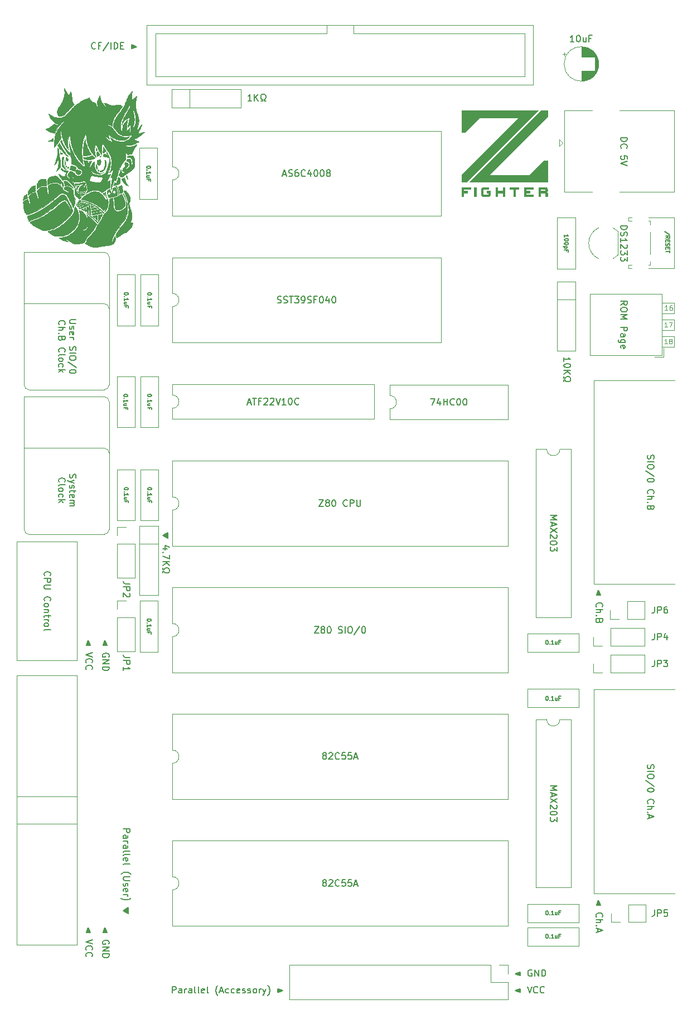
<source format=gto>
G04 #@! TF.GenerationSoftware,KiCad,Pcbnew,5.1.10*
G04 #@! TF.CreationDate,2022-03-31T14:06:52-07:00*
G04 #@! TF.ProjectId,Z-FIGHTER_Mainboard,5a2d4649-4748-4544-9552-5f4d61696e62,rev?*
G04 #@! TF.SameCoordinates,Original*
G04 #@! TF.FileFunction,Legend,Top*
G04 #@! TF.FilePolarity,Positive*
%FSLAX46Y46*%
G04 Gerber Fmt 4.6, Leading zero omitted, Abs format (unit mm)*
G04 Created by KiCad (PCBNEW 5.1.10) date 2022-03-31 14:06:52*
%MOMM*%
%LPD*%
G01*
G04 APERTURE LIST*
%ADD10C,0.150000*%
%ADD11C,0.100000*%
%ADD12C,0.120000*%
%ADD13C,0.010000*%
G04 APERTURE END LIST*
D10*
X90818504Y-104942295D02*
X90866123Y-104942295D01*
X90723266Y-104894676D02*
X90866123Y-104894676D01*
X90628028Y-104847057D02*
X90866123Y-104847057D01*
X90532790Y-104799438D02*
X90866123Y-104799438D01*
X90485171Y-104751819D02*
X90866123Y-104751819D01*
X90389933Y-104704200D02*
X90866123Y-104704200D01*
X90294695Y-104656580D02*
X90866123Y-104656580D01*
X90199457Y-104608961D02*
X90866123Y-104608961D01*
X90104219Y-104561342D02*
X90866123Y-104561342D01*
X90199457Y-104513723D02*
X90866123Y-104513723D01*
X90294695Y-104466104D02*
X90866123Y-104466104D01*
X90389933Y-104418485D02*
X90866123Y-104418485D01*
X90485171Y-104370866D02*
X90866123Y-104370866D01*
X90532790Y-104323247D02*
X90866123Y-104323247D01*
X90628028Y-104275628D02*
X90866123Y-104275628D01*
X90723266Y-104228009D02*
X90866123Y-104228009D01*
X90866123Y-104180390D02*
X90151838Y-104561342D01*
X90866123Y-104942295D01*
X90818504Y-104180390D02*
X90866123Y-104180390D01*
X90104219Y-104561342D02*
X90866123Y-104132771D01*
X90866123Y-104989914D01*
X90104219Y-104561342D01*
X90770885Y-106608961D02*
X90104219Y-106608961D01*
X91151838Y-106370866D02*
X90437552Y-106132771D01*
X90437552Y-106751819D01*
X90199457Y-107132771D02*
X90151838Y-107180390D01*
X90104219Y-107132771D01*
X90151838Y-107085152D01*
X90199457Y-107132771D01*
X90104219Y-107132771D01*
X91104219Y-107513723D02*
X91104219Y-108180390D01*
X90104219Y-107751819D01*
X90104219Y-108561342D02*
X91104219Y-108561342D01*
X90104219Y-109132771D02*
X90675647Y-108704200D01*
X91104219Y-109132771D02*
X90532790Y-108561342D01*
X90104219Y-109513723D02*
X90104219Y-109751819D01*
X90294695Y-109751819D01*
X90342314Y-109656580D01*
X90437552Y-109561342D01*
X90580409Y-109513723D01*
X90818504Y-109513723D01*
X90961361Y-109561342D01*
X91056600Y-109656580D01*
X91104219Y-109799438D01*
X91104219Y-109989914D01*
X91056600Y-110132771D01*
X90961361Y-110228009D01*
X90818504Y-110275628D01*
X90580409Y-110275628D01*
X90437552Y-110228009D01*
X90342314Y-110132771D01*
X90294695Y-110037533D01*
X90104219Y-110037533D01*
X90104219Y-110275628D01*
X156040476Y-160644133D02*
X156516666Y-160644133D01*
X156040476Y-160596514D02*
X156516666Y-160596514D01*
X156088095Y-160548895D02*
X156469047Y-160548895D01*
X156088095Y-160501276D02*
X156469047Y-160501276D01*
X156088095Y-160453657D02*
X156469047Y-160453657D01*
X156135714Y-160406038D02*
X156421428Y-160406038D01*
X156135714Y-160358419D02*
X156421428Y-160358419D01*
X156135714Y-160310800D02*
X156421428Y-160310800D01*
X156183333Y-160263180D02*
X156373809Y-160263180D01*
X156183333Y-160215561D02*
X156373809Y-160215561D01*
X156230952Y-160167942D02*
X156326190Y-160167942D01*
X156230952Y-160120323D02*
X156326190Y-160120323D01*
X156230952Y-160072704D02*
X156326190Y-160072704D01*
X156278571Y-160025085D02*
X156278571Y-160072704D01*
X156040476Y-160691752D02*
X156278571Y-159977466D01*
X156516666Y-160691752D01*
X156278571Y-159929847D02*
X156564285Y-160691752D01*
X155992857Y-160691752D01*
X156278571Y-159929847D01*
X155992857Y-162501276D02*
X155945238Y-162453657D01*
X155897619Y-162310800D01*
X155897619Y-162215561D01*
X155945238Y-162072704D01*
X156040476Y-161977466D01*
X156135714Y-161929847D01*
X156326190Y-161882228D01*
X156469047Y-161882228D01*
X156659523Y-161929847D01*
X156754761Y-161977466D01*
X156850000Y-162072704D01*
X156897619Y-162215561D01*
X156897619Y-162310800D01*
X156850000Y-162453657D01*
X156802380Y-162501276D01*
X155897619Y-162929847D02*
X156897619Y-162929847D01*
X155897619Y-163358419D02*
X156421428Y-163358419D01*
X156516666Y-163310800D01*
X156564285Y-163215561D01*
X156564285Y-163072704D01*
X156516666Y-162977466D01*
X156469047Y-162929847D01*
X155992857Y-163834609D02*
X155945238Y-163882228D01*
X155897619Y-163834609D01*
X155945238Y-163786990D01*
X155992857Y-163834609D01*
X155897619Y-163834609D01*
X156183333Y-164263180D02*
X156183333Y-164739371D01*
X155897619Y-164167942D02*
X156897619Y-164501276D01*
X155897619Y-164834609D01*
X72192857Y-110711276D02*
X72145238Y-110663657D01*
X72097619Y-110520800D01*
X72097619Y-110425561D01*
X72145238Y-110282704D01*
X72240476Y-110187466D01*
X72335714Y-110139847D01*
X72526190Y-110092228D01*
X72669047Y-110092228D01*
X72859523Y-110139847D01*
X72954761Y-110187466D01*
X73050000Y-110282704D01*
X73097619Y-110425561D01*
X73097619Y-110520800D01*
X73050000Y-110663657D01*
X73002380Y-110711276D01*
X72097619Y-111139847D02*
X73097619Y-111139847D01*
X73097619Y-111520800D01*
X73050000Y-111616038D01*
X73002380Y-111663657D01*
X72907142Y-111711276D01*
X72764285Y-111711276D01*
X72669047Y-111663657D01*
X72621428Y-111616038D01*
X72573809Y-111520800D01*
X72573809Y-111139847D01*
X73097619Y-112139847D02*
X72288095Y-112139847D01*
X72192857Y-112187466D01*
X72145238Y-112235085D01*
X72097619Y-112330323D01*
X72097619Y-112520800D01*
X72145238Y-112616038D01*
X72192857Y-112663657D01*
X72288095Y-112711276D01*
X73097619Y-112711276D01*
X72192857Y-114520800D02*
X72145238Y-114473180D01*
X72097619Y-114330323D01*
X72097619Y-114235085D01*
X72145238Y-114092228D01*
X72240476Y-113996990D01*
X72335714Y-113949371D01*
X72526190Y-113901752D01*
X72669047Y-113901752D01*
X72859523Y-113949371D01*
X72954761Y-113996990D01*
X73050000Y-114092228D01*
X73097619Y-114235085D01*
X73097619Y-114330323D01*
X73050000Y-114473180D01*
X73002380Y-114520800D01*
X72097619Y-115092228D02*
X72145238Y-114996990D01*
X72192857Y-114949371D01*
X72288095Y-114901752D01*
X72573809Y-114901752D01*
X72669047Y-114949371D01*
X72716666Y-114996990D01*
X72764285Y-115092228D01*
X72764285Y-115235085D01*
X72716666Y-115330323D01*
X72669047Y-115377942D01*
X72573809Y-115425561D01*
X72288095Y-115425561D01*
X72192857Y-115377942D01*
X72145238Y-115330323D01*
X72097619Y-115235085D01*
X72097619Y-115092228D01*
X72764285Y-115854133D02*
X72097619Y-115854133D01*
X72669047Y-115854133D02*
X72716666Y-115901752D01*
X72764285Y-115996990D01*
X72764285Y-116139847D01*
X72716666Y-116235085D01*
X72621428Y-116282704D01*
X72097619Y-116282704D01*
X72764285Y-116616038D02*
X72764285Y-116996990D01*
X73097619Y-116758895D02*
X72240476Y-116758895D01*
X72145238Y-116806514D01*
X72097619Y-116901752D01*
X72097619Y-116996990D01*
X72097619Y-117330323D02*
X72764285Y-117330323D01*
X72573809Y-117330323D02*
X72669047Y-117377942D01*
X72716666Y-117425561D01*
X72764285Y-117520800D01*
X72764285Y-117616038D01*
X72097619Y-118092228D02*
X72145238Y-117996990D01*
X72192857Y-117949371D01*
X72288095Y-117901752D01*
X72573809Y-117901752D01*
X72669047Y-117949371D01*
X72716666Y-117996990D01*
X72764285Y-118092228D01*
X72764285Y-118235085D01*
X72716666Y-118330323D01*
X72669047Y-118377942D01*
X72573809Y-118425561D01*
X72288095Y-118425561D01*
X72192857Y-118377942D01*
X72145238Y-118330323D01*
X72097619Y-118235085D01*
X72097619Y-118092228D01*
X72097619Y-118996990D02*
X72145238Y-118901752D01*
X72240476Y-118854133D01*
X73097619Y-118854133D01*
X156040476Y-113572704D02*
X156516666Y-113572704D01*
X156040476Y-113525085D02*
X156516666Y-113525085D01*
X156088095Y-113477466D02*
X156469047Y-113477466D01*
X156088095Y-113429847D02*
X156469047Y-113429847D01*
X156088095Y-113382228D02*
X156469047Y-113382228D01*
X156135714Y-113334609D02*
X156421428Y-113334609D01*
X156135714Y-113286990D02*
X156421428Y-113286990D01*
X156135714Y-113239371D02*
X156421428Y-113239371D01*
X156183333Y-113191752D02*
X156373809Y-113191752D01*
X156183333Y-113144133D02*
X156373809Y-113144133D01*
X156230952Y-113096514D02*
X156326190Y-113096514D01*
X156230952Y-113048895D02*
X156326190Y-113048895D01*
X156230952Y-113001276D02*
X156326190Y-113001276D01*
X156278571Y-112953657D02*
X156278571Y-113001276D01*
X156040476Y-113620323D02*
X156278571Y-112906038D01*
X156516666Y-113620323D01*
X156278571Y-112858419D02*
X156564285Y-113620323D01*
X155992857Y-113620323D01*
X156278571Y-112858419D01*
X155992857Y-115429847D02*
X155945238Y-115382228D01*
X155897619Y-115239371D01*
X155897619Y-115144133D01*
X155945238Y-115001276D01*
X156040476Y-114906038D01*
X156135714Y-114858419D01*
X156326190Y-114810800D01*
X156469047Y-114810800D01*
X156659523Y-114858419D01*
X156754761Y-114906038D01*
X156850000Y-115001276D01*
X156897619Y-115144133D01*
X156897619Y-115239371D01*
X156850000Y-115382228D01*
X156802380Y-115429847D01*
X155897619Y-115858419D02*
X156897619Y-115858419D01*
X155897619Y-116286990D02*
X156421428Y-116286990D01*
X156516666Y-116239371D01*
X156564285Y-116144133D01*
X156564285Y-116001276D01*
X156516666Y-115906038D01*
X156469047Y-115858419D01*
X155992857Y-116763180D02*
X155945238Y-116810800D01*
X155897619Y-116763180D01*
X155945238Y-116715561D01*
X155992857Y-116763180D01*
X155897619Y-116763180D01*
X156421428Y-117572704D02*
X156373809Y-117715561D01*
X156326190Y-117763180D01*
X156230952Y-117810800D01*
X156088095Y-117810800D01*
X155992857Y-117763180D01*
X155945238Y-117715561D01*
X155897619Y-117620323D01*
X155897619Y-117239371D01*
X156897619Y-117239371D01*
X156897619Y-117572704D01*
X156850000Y-117667942D01*
X156802380Y-117715561D01*
X156707142Y-117763180D01*
X156611904Y-117763180D01*
X156516666Y-117715561D01*
X156469047Y-117667942D01*
X156421428Y-117572704D01*
X156421428Y-117239371D01*
X163745238Y-139412380D02*
X163697619Y-139555238D01*
X163697619Y-139793333D01*
X163745238Y-139888571D01*
X163792857Y-139936190D01*
X163888095Y-139983809D01*
X163983333Y-139983809D01*
X164078571Y-139936190D01*
X164126190Y-139888571D01*
X164173809Y-139793333D01*
X164221428Y-139602857D01*
X164269047Y-139507619D01*
X164316666Y-139460000D01*
X164411904Y-139412380D01*
X164507142Y-139412380D01*
X164602380Y-139460000D01*
X164650000Y-139507619D01*
X164697619Y-139602857D01*
X164697619Y-139840952D01*
X164650000Y-139983809D01*
X163697619Y-140412380D02*
X164697619Y-140412380D01*
X164697619Y-141079047D02*
X164697619Y-141269523D01*
X164650000Y-141364761D01*
X164554761Y-141460000D01*
X164364285Y-141507619D01*
X164030952Y-141507619D01*
X163840476Y-141460000D01*
X163745238Y-141364761D01*
X163697619Y-141269523D01*
X163697619Y-141079047D01*
X163745238Y-140983809D01*
X163840476Y-140888571D01*
X164030952Y-140840952D01*
X164364285Y-140840952D01*
X164554761Y-140888571D01*
X164650000Y-140983809D01*
X164697619Y-141079047D01*
X164745238Y-142650476D02*
X163459523Y-141793333D01*
X164697619Y-143174285D02*
X164697619Y-143269523D01*
X164650000Y-143364761D01*
X164602380Y-143412380D01*
X164507142Y-143460000D01*
X164316666Y-143507619D01*
X164078571Y-143507619D01*
X163888095Y-143460000D01*
X163792857Y-143412380D01*
X163745238Y-143364761D01*
X163697619Y-143269523D01*
X163697619Y-143174285D01*
X163745238Y-143079047D01*
X163792857Y-143031428D01*
X163888095Y-142983809D01*
X164078571Y-142936190D01*
X164316666Y-142936190D01*
X164507142Y-142983809D01*
X164602380Y-143031428D01*
X164650000Y-143079047D01*
X164697619Y-143174285D01*
X163792857Y-145269523D02*
X163745238Y-145221904D01*
X163697619Y-145079047D01*
X163697619Y-144983809D01*
X163745238Y-144840952D01*
X163840476Y-144745714D01*
X163935714Y-144698095D01*
X164126190Y-144650476D01*
X164269047Y-144650476D01*
X164459523Y-144698095D01*
X164554761Y-144745714D01*
X164650000Y-144840952D01*
X164697619Y-144983809D01*
X164697619Y-145079047D01*
X164650000Y-145221904D01*
X164602380Y-145269523D01*
X163697619Y-145698095D02*
X164697619Y-145698095D01*
X163697619Y-146126666D02*
X164221428Y-146126666D01*
X164316666Y-146079047D01*
X164364285Y-145983809D01*
X164364285Y-145840952D01*
X164316666Y-145745714D01*
X164269047Y-145698095D01*
X163792857Y-146602857D02*
X163745238Y-146650476D01*
X163697619Y-146602857D01*
X163745238Y-146555238D01*
X163792857Y-146602857D01*
X163697619Y-146602857D01*
X163983333Y-147031428D02*
X163983333Y-147507619D01*
X163697619Y-146936190D02*
X164697619Y-147269523D01*
X163697619Y-147602857D01*
X163745238Y-92391752D02*
X163697619Y-92534609D01*
X163697619Y-92772704D01*
X163745238Y-92867942D01*
X163792857Y-92915561D01*
X163888095Y-92963180D01*
X163983333Y-92963180D01*
X164078571Y-92915561D01*
X164126190Y-92867942D01*
X164173809Y-92772704D01*
X164221428Y-92582228D01*
X164269047Y-92486990D01*
X164316666Y-92439371D01*
X164411904Y-92391752D01*
X164507142Y-92391752D01*
X164602380Y-92439371D01*
X164650000Y-92486990D01*
X164697619Y-92582228D01*
X164697619Y-92820323D01*
X164650000Y-92963180D01*
X163697619Y-93391752D02*
X164697619Y-93391752D01*
X164697619Y-94058419D02*
X164697619Y-94248895D01*
X164650000Y-94344133D01*
X164554761Y-94439371D01*
X164364285Y-94486990D01*
X164030952Y-94486990D01*
X163840476Y-94439371D01*
X163745238Y-94344133D01*
X163697619Y-94248895D01*
X163697619Y-94058419D01*
X163745238Y-93963180D01*
X163840476Y-93867942D01*
X164030952Y-93820323D01*
X164364285Y-93820323D01*
X164554761Y-93867942D01*
X164650000Y-93963180D01*
X164697619Y-94058419D01*
X164745238Y-95629847D02*
X163459523Y-94772704D01*
X164697619Y-96153657D02*
X164697619Y-96248895D01*
X164650000Y-96344133D01*
X164602380Y-96391752D01*
X164507142Y-96439371D01*
X164316666Y-96486990D01*
X164078571Y-96486990D01*
X163888095Y-96439371D01*
X163792857Y-96391752D01*
X163745238Y-96344133D01*
X163697619Y-96248895D01*
X163697619Y-96153657D01*
X163745238Y-96058419D01*
X163792857Y-96010800D01*
X163888095Y-95963180D01*
X164078571Y-95915561D01*
X164316666Y-95915561D01*
X164507142Y-95963180D01*
X164602380Y-96010800D01*
X164650000Y-96058419D01*
X164697619Y-96153657D01*
X163792857Y-98248895D02*
X163745238Y-98201276D01*
X163697619Y-98058419D01*
X163697619Y-97963180D01*
X163745238Y-97820323D01*
X163840476Y-97725085D01*
X163935714Y-97677466D01*
X164126190Y-97629847D01*
X164269047Y-97629847D01*
X164459523Y-97677466D01*
X164554761Y-97725085D01*
X164650000Y-97820323D01*
X164697619Y-97963180D01*
X164697619Y-98058419D01*
X164650000Y-98201276D01*
X164602380Y-98248895D01*
X163697619Y-98677466D02*
X164697619Y-98677466D01*
X163697619Y-99106038D02*
X164221428Y-99106038D01*
X164316666Y-99058419D01*
X164364285Y-98963180D01*
X164364285Y-98820323D01*
X164316666Y-98725085D01*
X164269047Y-98677466D01*
X163792857Y-99582228D02*
X163745238Y-99629847D01*
X163697619Y-99582228D01*
X163745238Y-99534609D01*
X163792857Y-99582228D01*
X163697619Y-99582228D01*
X164221428Y-100391752D02*
X164173809Y-100534609D01*
X164126190Y-100582228D01*
X164030952Y-100629847D01*
X163888095Y-100629847D01*
X163792857Y-100582228D01*
X163745238Y-100534609D01*
X163697619Y-100439371D01*
X163697619Y-100058419D01*
X164697619Y-100058419D01*
X164697619Y-100391752D01*
X164650000Y-100486990D01*
X164602380Y-100534609D01*
X164507142Y-100582228D01*
X164411904Y-100582228D01*
X164316666Y-100534609D01*
X164269047Y-100486990D01*
X164221428Y-100391752D01*
X164221428Y-100058419D01*
X78567976Y-121204704D02*
X79044166Y-121204704D01*
X78567976Y-121157085D02*
X79044166Y-121157085D01*
X78615595Y-121109466D02*
X78996547Y-121109466D01*
X78615595Y-121061847D02*
X78996547Y-121061847D01*
X78615595Y-121014228D02*
X78996547Y-121014228D01*
X78663214Y-120966609D02*
X78948928Y-120966609D01*
X78663214Y-120918990D02*
X78948928Y-120918990D01*
X78663214Y-120871371D02*
X78948928Y-120871371D01*
X78710833Y-120823752D02*
X78901309Y-120823752D01*
X78710833Y-120776133D02*
X78901309Y-120776133D01*
X78758452Y-120728514D02*
X78853690Y-120728514D01*
X78758452Y-120680895D02*
X78853690Y-120680895D01*
X78758452Y-120633275D02*
X78853690Y-120633275D01*
X78806071Y-120585656D02*
X78806071Y-120633275D01*
X78567976Y-121252323D02*
X78806071Y-120538037D01*
X79044166Y-121252323D01*
X78806071Y-120490418D02*
X79091785Y-121252323D01*
X78520357Y-121252323D01*
X78806071Y-120490418D01*
X79425119Y-122347561D02*
X78425119Y-122680895D01*
X79425119Y-123014228D01*
X78520357Y-123918990D02*
X78472738Y-123871371D01*
X78425119Y-123728514D01*
X78425119Y-123633275D01*
X78472738Y-123490418D01*
X78567976Y-123395180D01*
X78663214Y-123347561D01*
X78853690Y-123299942D01*
X78996547Y-123299942D01*
X79187023Y-123347561D01*
X79282261Y-123395180D01*
X79377500Y-123490418D01*
X79425119Y-123633275D01*
X79425119Y-123728514D01*
X79377500Y-123871371D01*
X79329880Y-123918990D01*
X78520357Y-124918990D02*
X78472738Y-124871371D01*
X78425119Y-124728514D01*
X78425119Y-124633275D01*
X78472738Y-124490418D01*
X78567976Y-124395180D01*
X78663214Y-124347561D01*
X78853690Y-124299942D01*
X78996547Y-124299942D01*
X79187023Y-124347561D01*
X79282261Y-124395180D01*
X79377500Y-124490418D01*
X79425119Y-124633275D01*
X79425119Y-124728514D01*
X79377500Y-124871371D01*
X79329880Y-124918990D01*
X81107976Y-121204704D02*
X81584166Y-121204704D01*
X81107976Y-121157085D02*
X81584166Y-121157085D01*
X81155595Y-121109466D02*
X81536547Y-121109466D01*
X81155595Y-121061847D02*
X81536547Y-121061847D01*
X81155595Y-121014228D02*
X81536547Y-121014228D01*
X81203214Y-120966609D02*
X81488928Y-120966609D01*
X81203214Y-120918990D02*
X81488928Y-120918990D01*
X81203214Y-120871371D02*
X81488928Y-120871371D01*
X81250833Y-120823752D02*
X81441309Y-120823752D01*
X81250833Y-120776133D02*
X81441309Y-120776133D01*
X81298452Y-120728513D02*
X81393690Y-120728513D01*
X81298452Y-120680894D02*
X81393690Y-120680894D01*
X81298452Y-120633275D02*
X81393690Y-120633275D01*
X81346071Y-120585656D02*
X81346071Y-120633275D01*
X81107976Y-121252323D02*
X81346071Y-120538037D01*
X81584166Y-121252323D01*
X81346071Y-120490418D02*
X81631785Y-121252323D01*
X81060357Y-121252323D01*
X81346071Y-120490418D01*
X81917500Y-123014228D02*
X81965119Y-122918990D01*
X81965119Y-122776133D01*
X81917500Y-122633275D01*
X81822261Y-122538037D01*
X81727023Y-122490418D01*
X81536547Y-122442799D01*
X81393690Y-122442799D01*
X81203214Y-122490418D01*
X81107976Y-122538037D01*
X81012738Y-122633275D01*
X80965119Y-122776133D01*
X80965119Y-122871371D01*
X81012738Y-123014228D01*
X81060357Y-123061847D01*
X81393690Y-123061847D01*
X81393690Y-122871371D01*
X80965119Y-123490418D02*
X81965119Y-123490418D01*
X80965119Y-124061847D01*
X81965119Y-124061847D01*
X80965119Y-124538037D02*
X81965119Y-124538037D01*
X81965119Y-124776133D01*
X81917500Y-124918990D01*
X81822261Y-125014228D01*
X81727023Y-125061847D01*
X81536547Y-125109466D01*
X81393690Y-125109466D01*
X81203214Y-125061847D01*
X81107976Y-125014228D01*
X81012738Y-124918990D01*
X80965119Y-124776133D01*
X80965119Y-124538037D01*
X76948119Y-71834180D02*
X76138595Y-71834180D01*
X76043357Y-71881800D01*
X75995738Y-71929419D01*
X75948119Y-72024657D01*
X75948119Y-72215133D01*
X75995738Y-72310371D01*
X76043357Y-72357990D01*
X76138595Y-72405609D01*
X76948119Y-72405609D01*
X75995738Y-72834180D02*
X75948119Y-72929419D01*
X75948119Y-73119895D01*
X75995738Y-73215133D01*
X76090976Y-73262752D01*
X76138595Y-73262752D01*
X76233833Y-73215133D01*
X76281452Y-73119895D01*
X76281452Y-72977038D01*
X76329071Y-72881800D01*
X76424309Y-72834180D01*
X76471928Y-72834180D01*
X76567166Y-72881800D01*
X76614785Y-72977038D01*
X76614785Y-73119895D01*
X76567166Y-73215133D01*
X75995738Y-74072276D02*
X75948119Y-73977038D01*
X75948119Y-73786561D01*
X75995738Y-73691323D01*
X76090976Y-73643704D01*
X76471928Y-73643704D01*
X76567166Y-73691323D01*
X76614785Y-73786561D01*
X76614785Y-73977038D01*
X76567166Y-74072276D01*
X76471928Y-74119895D01*
X76376690Y-74119895D01*
X76281452Y-73643704D01*
X75948119Y-74548466D02*
X76614785Y-74548466D01*
X76424309Y-74548466D02*
X76519547Y-74596085D01*
X76567166Y-74643704D01*
X76614785Y-74738942D01*
X76614785Y-74834180D01*
X75995738Y-75881800D02*
X75948119Y-76024657D01*
X75948119Y-76262752D01*
X75995738Y-76357990D01*
X76043357Y-76405609D01*
X76138595Y-76453228D01*
X76233833Y-76453228D01*
X76329071Y-76405609D01*
X76376690Y-76357990D01*
X76424309Y-76262752D01*
X76471928Y-76072276D01*
X76519547Y-75977038D01*
X76567166Y-75929419D01*
X76662404Y-75881800D01*
X76757642Y-75881800D01*
X76852880Y-75929419D01*
X76900500Y-75977038D01*
X76948119Y-76072276D01*
X76948119Y-76310371D01*
X76900500Y-76453228D01*
X75948119Y-76881800D02*
X76948119Y-76881800D01*
X76948119Y-77548466D02*
X76948119Y-77738942D01*
X76900500Y-77834180D01*
X76805261Y-77929419D01*
X76614785Y-77977038D01*
X76281452Y-77977038D01*
X76090976Y-77929419D01*
X75995738Y-77834180D01*
X75948119Y-77738942D01*
X75948119Y-77548466D01*
X75995738Y-77453228D01*
X76090976Y-77357990D01*
X76281452Y-77310371D01*
X76614785Y-77310371D01*
X76805261Y-77357990D01*
X76900500Y-77453228D01*
X76948119Y-77548466D01*
X76995738Y-79119895D02*
X75710023Y-78262752D01*
X76948119Y-79643704D02*
X76948119Y-79738942D01*
X76900500Y-79834180D01*
X76852880Y-79881800D01*
X76757642Y-79929419D01*
X76567166Y-79977038D01*
X76329071Y-79977038D01*
X76138595Y-79929419D01*
X76043357Y-79881800D01*
X75995738Y-79834180D01*
X75948119Y-79738942D01*
X75948119Y-79643704D01*
X75995738Y-79548466D01*
X76043357Y-79500847D01*
X76138595Y-79453228D01*
X76329071Y-79405609D01*
X76567166Y-79405609D01*
X76757642Y-79453228D01*
X76852880Y-79500847D01*
X76900500Y-79548466D01*
X76948119Y-79643704D01*
X74393357Y-72572276D02*
X74345738Y-72524657D01*
X74298119Y-72381800D01*
X74298119Y-72286561D01*
X74345738Y-72143704D01*
X74440976Y-72048466D01*
X74536214Y-72000847D01*
X74726690Y-71953228D01*
X74869547Y-71953228D01*
X75060023Y-72000847D01*
X75155261Y-72048466D01*
X75250500Y-72143704D01*
X75298119Y-72286561D01*
X75298119Y-72381800D01*
X75250500Y-72524657D01*
X75202880Y-72572276D01*
X74298119Y-73000847D02*
X75298119Y-73000847D01*
X74298119Y-73429419D02*
X74821928Y-73429419D01*
X74917166Y-73381800D01*
X74964785Y-73286561D01*
X74964785Y-73143704D01*
X74917166Y-73048466D01*
X74869547Y-73000847D01*
X74393357Y-73905609D02*
X74345738Y-73953228D01*
X74298119Y-73905609D01*
X74345738Y-73857990D01*
X74393357Y-73905609D01*
X74298119Y-73905609D01*
X74821928Y-74715133D02*
X74774309Y-74857990D01*
X74726690Y-74905609D01*
X74631452Y-74953228D01*
X74488595Y-74953228D01*
X74393357Y-74905609D01*
X74345738Y-74857990D01*
X74298119Y-74762752D01*
X74298119Y-74381800D01*
X75298119Y-74381800D01*
X75298119Y-74715133D01*
X75250500Y-74810371D01*
X75202880Y-74857990D01*
X75107642Y-74905609D01*
X75012404Y-74905609D01*
X74917166Y-74857990D01*
X74869547Y-74810371D01*
X74821928Y-74715133D01*
X74821928Y-74381800D01*
X74393357Y-76715133D02*
X74345738Y-76667514D01*
X74298119Y-76524657D01*
X74298119Y-76429419D01*
X74345738Y-76286561D01*
X74440976Y-76191323D01*
X74536214Y-76143704D01*
X74726690Y-76096085D01*
X74869547Y-76096085D01*
X75060023Y-76143704D01*
X75155261Y-76191323D01*
X75250500Y-76286561D01*
X75298119Y-76429419D01*
X75298119Y-76524657D01*
X75250500Y-76667514D01*
X75202880Y-76715133D01*
X74298119Y-77286561D02*
X74345738Y-77191323D01*
X74440976Y-77143704D01*
X75298119Y-77143704D01*
X74298119Y-77810371D02*
X74345738Y-77715133D01*
X74393357Y-77667514D01*
X74488595Y-77619895D01*
X74774309Y-77619895D01*
X74869547Y-77667514D01*
X74917166Y-77715133D01*
X74964785Y-77810371D01*
X74964785Y-77953228D01*
X74917166Y-78048466D01*
X74869547Y-78096085D01*
X74774309Y-78143704D01*
X74488595Y-78143704D01*
X74393357Y-78096085D01*
X74345738Y-78048466D01*
X74298119Y-77953228D01*
X74298119Y-77810371D01*
X74345738Y-79000847D02*
X74298119Y-78905609D01*
X74298119Y-78715133D01*
X74345738Y-78619895D01*
X74393357Y-78572276D01*
X74488595Y-78524657D01*
X74774309Y-78524657D01*
X74869547Y-78572276D01*
X74917166Y-78619895D01*
X74964785Y-78715133D01*
X74964785Y-78905609D01*
X74917166Y-79000847D01*
X74298119Y-79429419D02*
X75298119Y-79429419D01*
X74679071Y-79524657D02*
X74298119Y-79810371D01*
X74964785Y-79810371D02*
X74583833Y-79429419D01*
X75997738Y-95273419D02*
X75950119Y-95416276D01*
X75950119Y-95654371D01*
X75997738Y-95749609D01*
X76045357Y-95797228D01*
X76140595Y-95844847D01*
X76235833Y-95844847D01*
X76331071Y-95797228D01*
X76378690Y-95749609D01*
X76426309Y-95654371D01*
X76473928Y-95463895D01*
X76521547Y-95368657D01*
X76569166Y-95321038D01*
X76664404Y-95273419D01*
X76759642Y-95273419D01*
X76854880Y-95321038D01*
X76902500Y-95368657D01*
X76950119Y-95463895D01*
X76950119Y-95701990D01*
X76902500Y-95844847D01*
X76616785Y-96178180D02*
X75950119Y-96416276D01*
X76616785Y-96654371D02*
X75950119Y-96416276D01*
X75712023Y-96321038D01*
X75664404Y-96273419D01*
X75616785Y-96178180D01*
X75997738Y-96987704D02*
X75950119Y-97082942D01*
X75950119Y-97273419D01*
X75997738Y-97368657D01*
X76092976Y-97416276D01*
X76140595Y-97416276D01*
X76235833Y-97368657D01*
X76283452Y-97273419D01*
X76283452Y-97130561D01*
X76331071Y-97035323D01*
X76426309Y-96987704D01*
X76473928Y-96987704D01*
X76569166Y-97035323D01*
X76616785Y-97130561D01*
X76616785Y-97273419D01*
X76569166Y-97368657D01*
X76616785Y-97701990D02*
X76616785Y-98082942D01*
X76950119Y-97844847D02*
X76092976Y-97844847D01*
X75997738Y-97892466D01*
X75950119Y-97987704D01*
X75950119Y-98082942D01*
X75997738Y-98797228D02*
X75950119Y-98701990D01*
X75950119Y-98511514D01*
X75997738Y-98416276D01*
X76092976Y-98368657D01*
X76473928Y-98368657D01*
X76569166Y-98416276D01*
X76616785Y-98511514D01*
X76616785Y-98701990D01*
X76569166Y-98797228D01*
X76473928Y-98844847D01*
X76378690Y-98844847D01*
X76283452Y-98368657D01*
X75950119Y-99273419D02*
X76616785Y-99273419D01*
X76521547Y-99273419D02*
X76569166Y-99321038D01*
X76616785Y-99416276D01*
X76616785Y-99559133D01*
X76569166Y-99654371D01*
X76473928Y-99701990D01*
X75950119Y-99701990D01*
X76473928Y-99701990D02*
X76569166Y-99749609D01*
X76616785Y-99844847D01*
X76616785Y-99987704D01*
X76569166Y-100082942D01*
X76473928Y-100130561D01*
X75950119Y-100130561D01*
X74395357Y-96487704D02*
X74347738Y-96440085D01*
X74300119Y-96297228D01*
X74300119Y-96201990D01*
X74347738Y-96059133D01*
X74442976Y-95963895D01*
X74538214Y-95916276D01*
X74728690Y-95868657D01*
X74871547Y-95868657D01*
X75062023Y-95916276D01*
X75157261Y-95963895D01*
X75252500Y-96059133D01*
X75300119Y-96201990D01*
X75300119Y-96297228D01*
X75252500Y-96440085D01*
X75204880Y-96487704D01*
X74300119Y-97059133D02*
X74347738Y-96963895D01*
X74442976Y-96916276D01*
X75300119Y-96916276D01*
X74300119Y-97582942D02*
X74347738Y-97487704D01*
X74395357Y-97440085D01*
X74490595Y-97392466D01*
X74776309Y-97392466D01*
X74871547Y-97440085D01*
X74919166Y-97487704D01*
X74966785Y-97582942D01*
X74966785Y-97725800D01*
X74919166Y-97821038D01*
X74871547Y-97868657D01*
X74776309Y-97916276D01*
X74490595Y-97916276D01*
X74395357Y-97868657D01*
X74347738Y-97821038D01*
X74300119Y-97725800D01*
X74300119Y-97582942D01*
X74347738Y-98773419D02*
X74300119Y-98678180D01*
X74300119Y-98487704D01*
X74347738Y-98392466D01*
X74395357Y-98344847D01*
X74490595Y-98297228D01*
X74776309Y-98297228D01*
X74871547Y-98344847D01*
X74919166Y-98392466D01*
X74966785Y-98487704D01*
X74966785Y-98678180D01*
X74919166Y-98773419D01*
X74300119Y-99201990D02*
X75300119Y-99201990D01*
X74681071Y-99297228D02*
X74300119Y-99582942D01*
X74966785Y-99582942D02*
X74585833Y-99201990D01*
X79916666Y-30659642D02*
X79869047Y-30707261D01*
X79726190Y-30754880D01*
X79630952Y-30754880D01*
X79488095Y-30707261D01*
X79392857Y-30612023D01*
X79345238Y-30516785D01*
X79297619Y-30326309D01*
X79297619Y-30183452D01*
X79345238Y-29992976D01*
X79392857Y-29897738D01*
X79488095Y-29802500D01*
X79630952Y-29754880D01*
X79726190Y-29754880D01*
X79869047Y-29802500D01*
X79916666Y-29850119D01*
X80678571Y-30231071D02*
X80345238Y-30231071D01*
X80345238Y-30754880D02*
X80345238Y-29754880D01*
X80821428Y-29754880D01*
X81916666Y-29707261D02*
X81059523Y-30992976D01*
X82250000Y-30754880D02*
X82250000Y-29754880D01*
X82726190Y-30754880D02*
X82726190Y-29754880D01*
X82964285Y-29754880D01*
X83107142Y-29802500D01*
X83202380Y-29897738D01*
X83250000Y-29992976D01*
X83297619Y-30183452D01*
X83297619Y-30326309D01*
X83250000Y-30516785D01*
X83202380Y-30612023D01*
X83107142Y-30707261D01*
X82964285Y-30754880D01*
X82726190Y-30754880D01*
X83726190Y-30231071D02*
X84059523Y-30231071D01*
X84202380Y-30754880D02*
X83726190Y-30754880D01*
X83726190Y-29754880D01*
X84202380Y-29754880D01*
X85440476Y-30135833D02*
X85440476Y-30612023D01*
X85488095Y-30135833D02*
X85488095Y-30612023D01*
X85535714Y-30183452D02*
X85535714Y-30564404D01*
X85583333Y-30183452D02*
X85583333Y-30564404D01*
X85630952Y-30183452D02*
X85630952Y-30564404D01*
X85678571Y-30231071D02*
X85678571Y-30516785D01*
X85726190Y-30231071D02*
X85726190Y-30516785D01*
X85773809Y-30231071D02*
X85773809Y-30516785D01*
X85821428Y-30278690D02*
X85821428Y-30469166D01*
X85869047Y-30278690D02*
X85869047Y-30469166D01*
X85916666Y-30326309D02*
X85916666Y-30421547D01*
X85964285Y-30326309D02*
X85964285Y-30421547D01*
X86011904Y-30326309D02*
X86011904Y-30421547D01*
X86059523Y-30373928D02*
X86011904Y-30373928D01*
X85392857Y-30135833D02*
X86107142Y-30373928D01*
X85392857Y-30612023D01*
X86154761Y-30373928D02*
X85392857Y-30659642D01*
X85392857Y-30088214D01*
X86154761Y-30373928D01*
X81107976Y-164789371D02*
X81584166Y-164789371D01*
X81107976Y-164741752D02*
X81584166Y-164741752D01*
X81155595Y-164694133D02*
X81536547Y-164694133D01*
X81155595Y-164646514D02*
X81536547Y-164646514D01*
X81155595Y-164598895D02*
X81536547Y-164598895D01*
X81203214Y-164551276D02*
X81488928Y-164551276D01*
X81203214Y-164503657D02*
X81488928Y-164503657D01*
X81203214Y-164456038D02*
X81488928Y-164456038D01*
X81250833Y-164408419D02*
X81441309Y-164408419D01*
X81250833Y-164360800D02*
X81441309Y-164360800D01*
X81298452Y-164313180D02*
X81393690Y-164313180D01*
X81298452Y-164265561D02*
X81393690Y-164265561D01*
X81298452Y-164217942D02*
X81393690Y-164217942D01*
X81346071Y-164170323D02*
X81346071Y-164217942D01*
X81107976Y-164836990D02*
X81346071Y-164122704D01*
X81584166Y-164836990D01*
X81346071Y-164075085D02*
X81631785Y-164836990D01*
X81060357Y-164836990D01*
X81346071Y-164075085D01*
X81917500Y-166598895D02*
X81965119Y-166503657D01*
X81965119Y-166360800D01*
X81917500Y-166217942D01*
X81822261Y-166122704D01*
X81727023Y-166075085D01*
X81536547Y-166027466D01*
X81393690Y-166027466D01*
X81203214Y-166075085D01*
X81107976Y-166122704D01*
X81012738Y-166217942D01*
X80965119Y-166360800D01*
X80965119Y-166456038D01*
X81012738Y-166598895D01*
X81060357Y-166646514D01*
X81393690Y-166646514D01*
X81393690Y-166456038D01*
X80965119Y-167075085D02*
X81965119Y-167075085D01*
X80965119Y-167646514D01*
X81965119Y-167646514D01*
X80965119Y-168122704D02*
X81965119Y-168122704D01*
X81965119Y-168360800D01*
X81917500Y-168503657D01*
X81822261Y-168598895D01*
X81727023Y-168646514D01*
X81536547Y-168694133D01*
X81393690Y-168694133D01*
X81203214Y-168646514D01*
X81107976Y-168598895D01*
X81012738Y-168503657D01*
X80965119Y-168360800D01*
X80965119Y-168122704D01*
X78567976Y-164789371D02*
X79044166Y-164789371D01*
X78567976Y-164741752D02*
X79044166Y-164741752D01*
X78615595Y-164694133D02*
X78996547Y-164694133D01*
X78615595Y-164646514D02*
X78996547Y-164646514D01*
X78615595Y-164598895D02*
X78996547Y-164598895D01*
X78663214Y-164551276D02*
X78948928Y-164551276D01*
X78663214Y-164503657D02*
X78948928Y-164503657D01*
X78663214Y-164456038D02*
X78948928Y-164456038D01*
X78710833Y-164408419D02*
X78901309Y-164408419D01*
X78710833Y-164360800D02*
X78901309Y-164360800D01*
X78758452Y-164313181D02*
X78853690Y-164313181D01*
X78758452Y-164265562D02*
X78853690Y-164265562D01*
X78758452Y-164217942D02*
X78853690Y-164217942D01*
X78806071Y-164170323D02*
X78806071Y-164217942D01*
X78567976Y-164836990D02*
X78806071Y-164122704D01*
X79044166Y-164836990D01*
X78806071Y-164075085D02*
X79091785Y-164836990D01*
X78520357Y-164836990D01*
X78806071Y-164075085D01*
X79425119Y-165932228D02*
X78425119Y-166265562D01*
X79425119Y-166598895D01*
X78520357Y-167503657D02*
X78472738Y-167456038D01*
X78425119Y-167313181D01*
X78425119Y-167217942D01*
X78472738Y-167075085D01*
X78567976Y-166979847D01*
X78663214Y-166932228D01*
X78853690Y-166884609D01*
X78996547Y-166884609D01*
X79187023Y-166932228D01*
X79282261Y-166979847D01*
X79377500Y-167075085D01*
X79425119Y-167217942D01*
X79425119Y-167313181D01*
X79377500Y-167456038D01*
X79329880Y-167503657D01*
X78520357Y-168503657D02*
X78472738Y-168456038D01*
X78425119Y-168313181D01*
X78425119Y-168217942D01*
X78472738Y-168075085D01*
X78567976Y-167979847D01*
X78663214Y-167932228D01*
X78853690Y-167884609D01*
X78996547Y-167884609D01*
X79187023Y-167932228D01*
X79282261Y-167979847D01*
X79377500Y-168075085D01*
X79425119Y-168217942D01*
X79425119Y-168313181D01*
X79377500Y-168456038D01*
X79329880Y-168503657D01*
X144323409Y-173902023D02*
X144323409Y-173425833D01*
X144275790Y-173902023D02*
X144275790Y-173425833D01*
X144228171Y-173854404D02*
X144228171Y-173473452D01*
X144180552Y-173854404D02*
X144180552Y-173473452D01*
X144132933Y-173854404D02*
X144132933Y-173473452D01*
X144085314Y-173806785D02*
X144085314Y-173521071D01*
X144037695Y-173806785D02*
X144037695Y-173521071D01*
X143990076Y-173806785D02*
X143990076Y-173521071D01*
X143942457Y-173759166D02*
X143942457Y-173568690D01*
X143894838Y-173759166D02*
X143894838Y-173568690D01*
X143847219Y-173711547D02*
X143847219Y-173616309D01*
X143799600Y-173711547D02*
X143799600Y-173616309D01*
X143751980Y-173711547D02*
X143751980Y-173616309D01*
X143704361Y-173663928D02*
X143751980Y-173663928D01*
X144371028Y-173902023D02*
X143656742Y-173663928D01*
X144371028Y-173425833D01*
X143609123Y-173663928D02*
X144371028Y-173378214D01*
X144371028Y-173949642D01*
X143609123Y-173663928D01*
X145466266Y-173044880D02*
X145799600Y-174044880D01*
X146132933Y-173044880D01*
X147037695Y-173949642D02*
X146990076Y-173997261D01*
X146847219Y-174044880D01*
X146751980Y-174044880D01*
X146609123Y-173997261D01*
X146513885Y-173902023D01*
X146466266Y-173806785D01*
X146418647Y-173616309D01*
X146418647Y-173473452D01*
X146466266Y-173282976D01*
X146513885Y-173187738D01*
X146609123Y-173092500D01*
X146751980Y-173044880D01*
X146847219Y-173044880D01*
X146990076Y-173092500D01*
X147037695Y-173140119D01*
X148037695Y-173949642D02*
X147990076Y-173997261D01*
X147847219Y-174044880D01*
X147751980Y-174044880D01*
X147609123Y-173997261D01*
X147513885Y-173902023D01*
X147466266Y-173806785D01*
X147418647Y-173616309D01*
X147418647Y-173473452D01*
X147466266Y-173282976D01*
X147513885Y-173187738D01*
X147609123Y-173092500D01*
X147751980Y-173044880D01*
X147847219Y-173044880D01*
X147990076Y-173092500D01*
X148037695Y-173140119D01*
X144323409Y-171362023D02*
X144323409Y-170885833D01*
X144275790Y-171362023D02*
X144275790Y-170885833D01*
X144228171Y-171314404D02*
X144228171Y-170933452D01*
X144180552Y-171314404D02*
X144180552Y-170933452D01*
X144132933Y-171314404D02*
X144132933Y-170933452D01*
X144085314Y-171266785D02*
X144085314Y-170981071D01*
X144037695Y-171266785D02*
X144037695Y-170981071D01*
X143990076Y-171266785D02*
X143990076Y-170981071D01*
X143942457Y-171219166D02*
X143942457Y-171028690D01*
X143894838Y-171219166D02*
X143894838Y-171028690D01*
X143847218Y-171171547D02*
X143847218Y-171076309D01*
X143799599Y-171171547D02*
X143799599Y-171076309D01*
X143751980Y-171171547D02*
X143751980Y-171076309D01*
X143704361Y-171123928D02*
X143751980Y-171123928D01*
X144371028Y-171362023D02*
X143656742Y-171123928D01*
X144371028Y-170885833D01*
X143609123Y-171123928D02*
X144371028Y-170838214D01*
X144371028Y-171409642D01*
X143609123Y-171123928D01*
X146132933Y-170552500D02*
X146037695Y-170504880D01*
X145894838Y-170504880D01*
X145751980Y-170552500D01*
X145656742Y-170647738D01*
X145609123Y-170742976D01*
X145561504Y-170933452D01*
X145561504Y-171076309D01*
X145609123Y-171266785D01*
X145656742Y-171362023D01*
X145751980Y-171457261D01*
X145894838Y-171504880D01*
X145990076Y-171504880D01*
X146132933Y-171457261D01*
X146180552Y-171409642D01*
X146180552Y-171076309D01*
X145990076Y-171076309D01*
X146609123Y-171504880D02*
X146609123Y-170504880D01*
X147180552Y-171504880D01*
X147180552Y-170504880D01*
X147656742Y-171504880D02*
X147656742Y-170504880D01*
X147894838Y-170504880D01*
X148037695Y-170552500D01*
X148132933Y-170647738D01*
X148180552Y-170742976D01*
X148228171Y-170933452D01*
X148228171Y-171076309D01*
X148180552Y-171266785D01*
X148132933Y-171362023D01*
X148037695Y-171457261D01*
X147894838Y-171504880D01*
X147656742Y-171504880D01*
X103617885Y-38602380D02*
X103046457Y-38602380D01*
X103332171Y-38602380D02*
X103332171Y-37602380D01*
X103236933Y-37745238D01*
X103141695Y-37840476D01*
X103046457Y-37888095D01*
X104046457Y-38602380D02*
X104046457Y-37602380D01*
X104617885Y-38602380D02*
X104189314Y-38030952D01*
X104617885Y-37602380D02*
X104046457Y-38173809D01*
X104998838Y-38602380D02*
X105236933Y-38602380D01*
X105236933Y-38411904D01*
X105141695Y-38364285D01*
X105046457Y-38269047D01*
X104998838Y-38126190D01*
X104998838Y-37888095D01*
X105046457Y-37745238D01*
X105141695Y-37650000D01*
X105284552Y-37602380D01*
X105475028Y-37602380D01*
X105617885Y-37650000D01*
X105713123Y-37745238D01*
X105760742Y-37888095D01*
X105760742Y-38126190D01*
X105713123Y-38269047D01*
X105617885Y-38364285D01*
X105522647Y-38411904D01*
X105522647Y-38602380D01*
X105760742Y-38602380D01*
X151018719Y-78138095D02*
X151018719Y-77566666D01*
X151018719Y-77852380D02*
X152018719Y-77852380D01*
X151875861Y-77757142D01*
X151780623Y-77661904D01*
X151733004Y-77566666D01*
X152018719Y-78757142D02*
X152018719Y-78852380D01*
X151971100Y-78947619D01*
X151923480Y-78995238D01*
X151828242Y-79042857D01*
X151637766Y-79090476D01*
X151399671Y-79090476D01*
X151209195Y-79042857D01*
X151113957Y-78995238D01*
X151066338Y-78947619D01*
X151018719Y-78852380D01*
X151018719Y-78757142D01*
X151066338Y-78661904D01*
X151113957Y-78614285D01*
X151209195Y-78566666D01*
X151399671Y-78519047D01*
X151637766Y-78519047D01*
X151828242Y-78566666D01*
X151923480Y-78614285D01*
X151971100Y-78661904D01*
X152018719Y-78757142D01*
X151018719Y-79519047D02*
X152018719Y-79519047D01*
X151018719Y-80090476D02*
X151590147Y-79661904D01*
X152018719Y-80090476D02*
X151447290Y-79519047D01*
X151018719Y-80471428D02*
X151018719Y-80709523D01*
X151209195Y-80709523D01*
X151256814Y-80614285D01*
X151352052Y-80519047D01*
X151494909Y-80471428D01*
X151733004Y-80471428D01*
X151875861Y-80519047D01*
X151971100Y-80614285D01*
X152018719Y-80757142D01*
X152018719Y-80947619D01*
X151971100Y-81090476D01*
X151875861Y-81185714D01*
X151733004Y-81233333D01*
X151494909Y-81233333D01*
X151352052Y-81185714D01*
X151256814Y-81090476D01*
X151209195Y-80995238D01*
X151018719Y-80995238D01*
X151018719Y-81233333D01*
X167104742Y-58930800D02*
X166333314Y-58416514D01*
X166476171Y-59473657D02*
X166761885Y-59273657D01*
X166476171Y-59130800D02*
X167076171Y-59130800D01*
X167076171Y-59359371D01*
X167047600Y-59416514D01*
X167019028Y-59445085D01*
X166961885Y-59473657D01*
X166876171Y-59473657D01*
X166819028Y-59445085D01*
X166790457Y-59416514D01*
X166761885Y-59359371D01*
X166761885Y-59130800D01*
X166790457Y-59730800D02*
X166790457Y-59930800D01*
X166476171Y-60016514D02*
X166476171Y-59730800D01*
X167076171Y-59730800D01*
X167076171Y-60016514D01*
X166504742Y-60245085D02*
X166476171Y-60330800D01*
X166476171Y-60473657D01*
X166504742Y-60530800D01*
X166533314Y-60559371D01*
X166590457Y-60587942D01*
X166647600Y-60587942D01*
X166704742Y-60559371D01*
X166733314Y-60530800D01*
X166761885Y-60473657D01*
X166790457Y-60359371D01*
X166819028Y-60302228D01*
X166847600Y-60273657D01*
X166904742Y-60245085D01*
X166961885Y-60245085D01*
X167019028Y-60273657D01*
X167047600Y-60302228D01*
X167076171Y-60359371D01*
X167076171Y-60502228D01*
X167047600Y-60587942D01*
X166790457Y-60845085D02*
X166790457Y-61045085D01*
X166476171Y-61130800D02*
X166476171Y-60845085D01*
X167076171Y-60845085D01*
X167076171Y-61130800D01*
X167076171Y-61302228D02*
X167076171Y-61645085D01*
X166476171Y-61473657D02*
X167076171Y-61473657D01*
X91549838Y-174044880D02*
X91549838Y-173044880D01*
X91930790Y-173044880D01*
X92026028Y-173092500D01*
X92073647Y-173140119D01*
X92121266Y-173235357D01*
X92121266Y-173378214D01*
X92073647Y-173473452D01*
X92026028Y-173521071D01*
X91930790Y-173568690D01*
X91549838Y-173568690D01*
X92978409Y-174044880D02*
X92978409Y-173521071D01*
X92930790Y-173425833D01*
X92835552Y-173378214D01*
X92645076Y-173378214D01*
X92549838Y-173425833D01*
X92978409Y-173997261D02*
X92883171Y-174044880D01*
X92645076Y-174044880D01*
X92549838Y-173997261D01*
X92502219Y-173902023D01*
X92502219Y-173806785D01*
X92549838Y-173711547D01*
X92645076Y-173663928D01*
X92883171Y-173663928D01*
X92978409Y-173616309D01*
X93454600Y-174044880D02*
X93454600Y-173378214D01*
X93454600Y-173568690D02*
X93502219Y-173473452D01*
X93549838Y-173425833D01*
X93645076Y-173378214D01*
X93740314Y-173378214D01*
X94502219Y-174044880D02*
X94502219Y-173521071D01*
X94454600Y-173425833D01*
X94359361Y-173378214D01*
X94168885Y-173378214D01*
X94073647Y-173425833D01*
X94502219Y-173997261D02*
X94406980Y-174044880D01*
X94168885Y-174044880D01*
X94073647Y-173997261D01*
X94026028Y-173902023D01*
X94026028Y-173806785D01*
X94073647Y-173711547D01*
X94168885Y-173663928D01*
X94406980Y-173663928D01*
X94502219Y-173616309D01*
X95121266Y-174044880D02*
X95026028Y-173997261D01*
X94978409Y-173902023D01*
X94978409Y-173044880D01*
X95645076Y-174044880D02*
X95549838Y-173997261D01*
X95502219Y-173902023D01*
X95502219Y-173044880D01*
X96406980Y-173997261D02*
X96311742Y-174044880D01*
X96121266Y-174044880D01*
X96026028Y-173997261D01*
X95978409Y-173902023D01*
X95978409Y-173521071D01*
X96026028Y-173425833D01*
X96121266Y-173378214D01*
X96311742Y-173378214D01*
X96406980Y-173425833D01*
X96454600Y-173521071D01*
X96454600Y-173616309D01*
X95978409Y-173711547D01*
X97026028Y-174044880D02*
X96930790Y-173997261D01*
X96883171Y-173902023D01*
X96883171Y-173044880D01*
X98454600Y-174425833D02*
X98406980Y-174378214D01*
X98311742Y-174235357D01*
X98264123Y-174140119D01*
X98216504Y-173997261D01*
X98168885Y-173759166D01*
X98168885Y-173568690D01*
X98216504Y-173330595D01*
X98264123Y-173187738D01*
X98311742Y-173092500D01*
X98406980Y-172949642D01*
X98454600Y-172902023D01*
X98787933Y-173759166D02*
X99264123Y-173759166D01*
X98692695Y-174044880D02*
X99026028Y-173044880D01*
X99359361Y-174044880D01*
X100121266Y-173997261D02*
X100026028Y-174044880D01*
X99835552Y-174044880D01*
X99740314Y-173997261D01*
X99692695Y-173949642D01*
X99645076Y-173854404D01*
X99645076Y-173568690D01*
X99692695Y-173473452D01*
X99740314Y-173425833D01*
X99835552Y-173378214D01*
X100026028Y-173378214D01*
X100121266Y-173425833D01*
X100978409Y-173997261D02*
X100883171Y-174044880D01*
X100692695Y-174044880D01*
X100597457Y-173997261D01*
X100549838Y-173949642D01*
X100502219Y-173854404D01*
X100502219Y-173568690D01*
X100549838Y-173473452D01*
X100597457Y-173425833D01*
X100692695Y-173378214D01*
X100883171Y-173378214D01*
X100978409Y-173425833D01*
X101787933Y-173997261D02*
X101692695Y-174044880D01*
X101502219Y-174044880D01*
X101406980Y-173997261D01*
X101359361Y-173902023D01*
X101359361Y-173521071D01*
X101406980Y-173425833D01*
X101502219Y-173378214D01*
X101692695Y-173378214D01*
X101787933Y-173425833D01*
X101835552Y-173521071D01*
X101835552Y-173616309D01*
X101359361Y-173711547D01*
X102216504Y-173997261D02*
X102311742Y-174044880D01*
X102502219Y-174044880D01*
X102597457Y-173997261D01*
X102645076Y-173902023D01*
X102645076Y-173854404D01*
X102597457Y-173759166D01*
X102502219Y-173711547D01*
X102359361Y-173711547D01*
X102264123Y-173663928D01*
X102216504Y-173568690D01*
X102216504Y-173521071D01*
X102264123Y-173425833D01*
X102359361Y-173378214D01*
X102502219Y-173378214D01*
X102597457Y-173425833D01*
X103026028Y-173997261D02*
X103121266Y-174044880D01*
X103311742Y-174044880D01*
X103406980Y-173997261D01*
X103454600Y-173902023D01*
X103454600Y-173854404D01*
X103406980Y-173759166D01*
X103311742Y-173711547D01*
X103168885Y-173711547D01*
X103073647Y-173663928D01*
X103026028Y-173568690D01*
X103026028Y-173521071D01*
X103073647Y-173425833D01*
X103168885Y-173378214D01*
X103311742Y-173378214D01*
X103406980Y-173425833D01*
X104026028Y-174044880D02*
X103930790Y-173997261D01*
X103883171Y-173949642D01*
X103835552Y-173854404D01*
X103835552Y-173568690D01*
X103883171Y-173473452D01*
X103930790Y-173425833D01*
X104026028Y-173378214D01*
X104168885Y-173378214D01*
X104264123Y-173425833D01*
X104311742Y-173473452D01*
X104359361Y-173568690D01*
X104359361Y-173854404D01*
X104311742Y-173949642D01*
X104264123Y-173997261D01*
X104168885Y-174044880D01*
X104026028Y-174044880D01*
X104787933Y-174044880D02*
X104787933Y-173378214D01*
X104787933Y-173568690D02*
X104835552Y-173473452D01*
X104883171Y-173425833D01*
X104978409Y-173378214D01*
X105073647Y-173378214D01*
X105311742Y-173378214D02*
X105549838Y-174044880D01*
X105787933Y-173378214D02*
X105549838Y-174044880D01*
X105454600Y-174282976D01*
X105406980Y-174330595D01*
X105311742Y-174378214D01*
X106073647Y-174425833D02*
X106121266Y-174378214D01*
X106216504Y-174235357D01*
X106264123Y-174140119D01*
X106311742Y-173997261D01*
X106359361Y-173759166D01*
X106359361Y-173568690D01*
X106311742Y-173330595D01*
X106264123Y-173187738D01*
X106216504Y-173092500D01*
X106121266Y-172949642D01*
X106073647Y-172902023D01*
X107645076Y-173425833D02*
X107645076Y-173902023D01*
X107692695Y-173425833D02*
X107692695Y-173902023D01*
X107740314Y-173473452D02*
X107740314Y-173854404D01*
X107787933Y-173473452D02*
X107787933Y-173854404D01*
X107835552Y-173473452D02*
X107835552Y-173854404D01*
X107883171Y-173521071D02*
X107883171Y-173806785D01*
X107930790Y-173521071D02*
X107930790Y-173806785D01*
X107978409Y-173521071D02*
X107978409Y-173806785D01*
X108026028Y-173568690D02*
X108026028Y-173759166D01*
X108073647Y-173568690D02*
X108073647Y-173759166D01*
X108121266Y-173616309D02*
X108121266Y-173711547D01*
X108168885Y-173616309D02*
X108168885Y-173711547D01*
X108216504Y-173616309D02*
X108216504Y-173711547D01*
X108264123Y-173663928D02*
X108216504Y-173663928D01*
X107597457Y-173425833D02*
X108311742Y-173663928D01*
X107597457Y-173902023D01*
X108359361Y-173663928D02*
X107597457Y-173949642D01*
X107597457Y-173378214D01*
X108359361Y-173663928D01*
D11*
X166710742Y-75500085D02*
X166282171Y-75500085D01*
X166496457Y-75500085D02*
X166496457Y-74750085D01*
X166425028Y-74857228D01*
X166353600Y-74928657D01*
X166282171Y-74964371D01*
X167139314Y-75071514D02*
X167067885Y-75035800D01*
X167032171Y-75000085D01*
X166996457Y-74928657D01*
X166996457Y-74892942D01*
X167032171Y-74821514D01*
X167067885Y-74785800D01*
X167139314Y-74750085D01*
X167282171Y-74750085D01*
X167353600Y-74785800D01*
X167389314Y-74821514D01*
X167425028Y-74892942D01*
X167425028Y-74928657D01*
X167389314Y-75000085D01*
X167353600Y-75035800D01*
X167282171Y-75071514D01*
X167139314Y-75071514D01*
X167067885Y-75107228D01*
X167032171Y-75142942D01*
X166996457Y-75214371D01*
X166996457Y-75357228D01*
X167032171Y-75428657D01*
X167067885Y-75464371D01*
X167139314Y-75500085D01*
X167282171Y-75500085D01*
X167353600Y-75464371D01*
X167389314Y-75428657D01*
X167425028Y-75357228D01*
X167425028Y-75214371D01*
X167389314Y-75142942D01*
X167353600Y-75107228D01*
X167282171Y-75071514D01*
X166710742Y-72950085D02*
X166282171Y-72950085D01*
X166496457Y-72950085D02*
X166496457Y-72200085D01*
X166425028Y-72307228D01*
X166353600Y-72378657D01*
X166282171Y-72414371D01*
X166960742Y-72200085D02*
X167460742Y-72200085D01*
X167139314Y-72950085D01*
X166760742Y-70400085D02*
X166332171Y-70400085D01*
X166546457Y-70400085D02*
X166546457Y-69650085D01*
X166475028Y-69757228D01*
X166403600Y-69828657D01*
X166332171Y-69864371D01*
X167403600Y-69650085D02*
X167260742Y-69650085D01*
X167189314Y-69685800D01*
X167153600Y-69721514D01*
X167082171Y-69828657D01*
X167046457Y-69971514D01*
X167046457Y-70257228D01*
X167082171Y-70328657D01*
X167117885Y-70364371D01*
X167189314Y-70400085D01*
X167332171Y-70400085D01*
X167403600Y-70364371D01*
X167439314Y-70328657D01*
X167475028Y-70257228D01*
X167475028Y-70078657D01*
X167439314Y-70007228D01*
X167403600Y-69971514D01*
X167332171Y-69935800D01*
X167189314Y-69935800D01*
X167117885Y-69971514D01*
X167082171Y-70007228D01*
X167046457Y-70078657D01*
D12*
X91573600Y-93275800D02*
X91573600Y-98735800D01*
X142493600Y-93275800D02*
X91573600Y-93275800D01*
X142493600Y-106195800D02*
X142493600Y-93275800D01*
X91573600Y-106195800D02*
X142493600Y-106195800D01*
X91573600Y-100735800D02*
X91573600Y-106195800D01*
X91573600Y-98735800D02*
G75*
G02*
X91573600Y-100735800I0J-1000000D01*
G01*
X77080000Y-105500800D02*
X77080000Y-123540800D01*
X67960000Y-105500800D02*
X77080000Y-105500800D01*
X67960000Y-123540800D02*
X67960000Y-105500800D01*
X77080000Y-123540800D02*
X67960000Y-123540800D01*
X142493600Y-169790000D02*
X142493600Y-171120000D01*
X141163600Y-169790000D02*
X142493600Y-169790000D01*
X142493600Y-172390000D02*
X142493600Y-174990000D01*
X139893600Y-172390000D02*
X142493600Y-172390000D01*
X139893600Y-169790000D02*
X139893600Y-172390000D01*
X142493600Y-174990000D02*
X109353600Y-174990000D01*
X139893600Y-169790000D02*
X109353600Y-169790000D01*
X109353600Y-169790000D02*
X109353600Y-174990000D01*
X81210000Y-91330800D02*
X69060000Y-91330800D01*
X81960000Y-92080800D02*
G75*
G03*
X81210000Y-91330800I-750000J0D01*
G01*
X81208000Y-69385200D02*
X69058000Y-69385200D01*
X81958000Y-70135200D02*
G75*
G03*
X81208000Y-69385200I-750000J0D01*
G01*
X69060000Y-83520800D02*
X69060000Y-103670800D01*
X69810000Y-104420800D02*
X81210000Y-104420800D01*
X81960000Y-103670800D02*
X81960000Y-84270800D01*
X81210000Y-83520800D02*
X69060000Y-83520800D01*
X69060000Y-103670800D02*
G75*
G03*
X69810000Y-104420800I750000J0D01*
G01*
X81210000Y-104420800D02*
G75*
G03*
X81960000Y-103670800I0J750000D01*
G01*
X81960000Y-84270800D02*
G75*
G03*
X81210000Y-83520800I-750000J0D01*
G01*
X81208000Y-61575200D02*
X69058000Y-61575200D01*
X81958000Y-81725200D02*
X81958000Y-62325200D01*
X69808000Y-82475200D02*
X81208000Y-82475200D01*
X69058000Y-61575200D02*
X69058000Y-81725200D01*
X81958000Y-62325200D02*
G75*
G03*
X81208000Y-61575200I-750000J0D01*
G01*
X81208000Y-82475200D02*
G75*
G03*
X81958000Y-81725200I0J750000D01*
G01*
X69058000Y-81725200D02*
G75*
G03*
X69808000Y-82475200I750000J0D01*
G01*
X91573600Y-50630800D02*
X91573600Y-56090800D01*
X91573600Y-56090800D02*
X132333600Y-56090800D01*
X132333600Y-56090800D02*
X132333600Y-43170800D01*
X132333600Y-43170800D02*
X91573600Y-43170800D01*
X91573600Y-43170800D02*
X91573600Y-48630800D01*
X91573600Y-48630800D02*
G75*
G02*
X91573600Y-50630800I0J-1000000D01*
G01*
D13*
G36*
X78205812Y-50975733D02*
G01*
X78231433Y-50991678D01*
X78260660Y-51023256D01*
X78274258Y-51042750D01*
X78311219Y-51101704D01*
X78269749Y-51220304D01*
X78241300Y-51298584D01*
X78213833Y-51368556D01*
X78189032Y-51426380D01*
X78168584Y-51468217D01*
X78154174Y-51490227D01*
X78150172Y-51492642D01*
X78137973Y-51483089D01*
X78112507Y-51457188D01*
X78077691Y-51419075D01*
X78043593Y-51380076D01*
X77969287Y-51297740D01*
X77905483Y-51235894D01*
X77853263Y-51195528D01*
X77825079Y-51180909D01*
X77796300Y-51182593D01*
X77749214Y-51201475D01*
X77718072Y-51217886D01*
X77657829Y-51248817D01*
X77599492Y-51271796D01*
X77537490Y-51287887D01*
X77466254Y-51298153D01*
X77380214Y-51303658D01*
X77273801Y-51305465D01*
X77259222Y-51305484D01*
X77170024Y-51306468D01*
X77096716Y-51309283D01*
X77042729Y-51313721D01*
X77011496Y-51319575D01*
X77008934Y-51320586D01*
X76983325Y-51338481D01*
X76964067Y-51368429D01*
X76949222Y-51415054D01*
X76936851Y-51482981D01*
X76934796Y-51497405D01*
X76927604Y-51544030D01*
X76920793Y-51579151D01*
X76915805Y-51595368D01*
X76915698Y-51595486D01*
X76904872Y-51590375D01*
X76887776Y-51569096D01*
X76887584Y-51568804D01*
X76862043Y-51522072D01*
X76834312Y-51459046D01*
X76807476Y-51388273D01*
X76784624Y-51318297D01*
X76768842Y-51257664D01*
X76763701Y-51225886D01*
X76756803Y-51149808D01*
X76944808Y-51155808D01*
X77099196Y-51156710D01*
X77248204Y-51148680D01*
X77398048Y-51130853D01*
X77554948Y-51102362D01*
X77725121Y-51062342D01*
X77841613Y-51030912D01*
X77952745Y-51002308D01*
X78049363Y-50982756D01*
X78128541Y-50972699D01*
X78187355Y-50972579D01*
X78205812Y-50975733D01*
G37*
X78205812Y-50975733D02*
X78231433Y-50991678D01*
X78260660Y-51023256D01*
X78274258Y-51042750D01*
X78311219Y-51101704D01*
X78269749Y-51220304D01*
X78241300Y-51298584D01*
X78213833Y-51368556D01*
X78189032Y-51426380D01*
X78168584Y-51468217D01*
X78154174Y-51490227D01*
X78150172Y-51492642D01*
X78137973Y-51483089D01*
X78112507Y-51457188D01*
X78077691Y-51419075D01*
X78043593Y-51380076D01*
X77969287Y-51297740D01*
X77905483Y-51235894D01*
X77853263Y-51195528D01*
X77825079Y-51180909D01*
X77796300Y-51182593D01*
X77749214Y-51201475D01*
X77718072Y-51217886D01*
X77657829Y-51248817D01*
X77599492Y-51271796D01*
X77537490Y-51287887D01*
X77466254Y-51298153D01*
X77380214Y-51303658D01*
X77273801Y-51305465D01*
X77259222Y-51305484D01*
X77170024Y-51306468D01*
X77096716Y-51309283D01*
X77042729Y-51313721D01*
X77011496Y-51319575D01*
X77008934Y-51320586D01*
X76983325Y-51338481D01*
X76964067Y-51368429D01*
X76949222Y-51415054D01*
X76936851Y-51482981D01*
X76934796Y-51497405D01*
X76927604Y-51544030D01*
X76920793Y-51579151D01*
X76915805Y-51595368D01*
X76915698Y-51595486D01*
X76904872Y-51590375D01*
X76887776Y-51569096D01*
X76887584Y-51568804D01*
X76862043Y-51522072D01*
X76834312Y-51459046D01*
X76807476Y-51388273D01*
X76784624Y-51318297D01*
X76768842Y-51257664D01*
X76763701Y-51225886D01*
X76756803Y-51149808D01*
X76944808Y-51155808D01*
X77099196Y-51156710D01*
X77248204Y-51148680D01*
X77398048Y-51130853D01*
X77554948Y-51102362D01*
X77725121Y-51062342D01*
X77841613Y-51030912D01*
X77952745Y-51002308D01*
X78049363Y-50982756D01*
X78128541Y-50972699D01*
X78187355Y-50972579D01*
X78205812Y-50975733D01*
G36*
X77246959Y-51475461D02*
G01*
X77306886Y-51478820D01*
X77356127Y-51482224D01*
X77389067Y-51485243D01*
X77400070Y-51487195D01*
X77394208Y-51498544D01*
X77374432Y-51525774D01*
X77344127Y-51564380D01*
X77318545Y-51595661D01*
X77253184Y-51676025D01*
X77202621Y-51742702D01*
X77163207Y-51801361D01*
X77131292Y-51857667D01*
X77103228Y-51917288D01*
X77088157Y-51953431D01*
X77063628Y-52013717D01*
X77046925Y-52052446D01*
X77036090Y-52072942D01*
X77029160Y-52078530D01*
X77024178Y-52072532D01*
X77021745Y-52066055D01*
X77014440Y-52041713D01*
X77004192Y-52004450D01*
X77001421Y-51993957D01*
X76988431Y-51946679D01*
X76972862Y-51893129D01*
X76967983Y-51876995D01*
X76948529Y-51813506D01*
X76987866Y-51793164D01*
X77020636Y-51771629D01*
X77044384Y-51742887D01*
X77061600Y-51701611D01*
X77074773Y-51642472D01*
X77082522Y-51590612D01*
X77098832Y-51468003D01*
X77246959Y-51475461D01*
G37*
X77246959Y-51475461D02*
X77306886Y-51478820D01*
X77356127Y-51482224D01*
X77389067Y-51485243D01*
X77400070Y-51487195D01*
X77394208Y-51498544D01*
X77374432Y-51525774D01*
X77344127Y-51564380D01*
X77318545Y-51595661D01*
X77253184Y-51676025D01*
X77202621Y-51742702D01*
X77163207Y-51801361D01*
X77131292Y-51857667D01*
X77103228Y-51917288D01*
X77088157Y-51953431D01*
X77063628Y-52013717D01*
X77046925Y-52052446D01*
X77036090Y-52072942D01*
X77029160Y-52078530D01*
X77024178Y-52072532D01*
X77021745Y-52066055D01*
X77014440Y-52041713D01*
X77004192Y-52004450D01*
X77001421Y-51993957D01*
X76988431Y-51946679D01*
X76972862Y-51893129D01*
X76967983Y-51876995D01*
X76948529Y-51813506D01*
X76987866Y-51793164D01*
X77020636Y-51771629D01*
X77044384Y-51742887D01*
X77061600Y-51701611D01*
X77074773Y-51642472D01*
X77082522Y-51590612D01*
X77098832Y-51468003D01*
X77246959Y-51475461D01*
G36*
X77843237Y-51392476D02*
G01*
X77860414Y-51405373D01*
X77890594Y-51435495D01*
X77930262Y-51479046D01*
X77975904Y-51532227D01*
X78003492Y-51565696D01*
X78058944Y-51633220D01*
X78100909Y-51682046D01*
X78132166Y-51714695D01*
X78155492Y-51733689D01*
X78173666Y-51741549D01*
X78189467Y-51740797D01*
X78194578Y-51739110D01*
X78213003Y-51722889D01*
X78239526Y-51688028D01*
X78270697Y-51640003D01*
X78303070Y-51584292D01*
X78333197Y-51526370D01*
X78346736Y-51497408D01*
X78366558Y-51455404D01*
X78382901Y-51425098D01*
X78392340Y-51412817D01*
X78392523Y-51412790D01*
X78397383Y-51425171D01*
X78405225Y-51459697D01*
X78415346Y-51512032D01*
X78427047Y-51577840D01*
X78439626Y-51652784D01*
X78452383Y-51732528D01*
X78464618Y-51812734D01*
X78475629Y-51889067D01*
X78484716Y-51957190D01*
X78491179Y-52012767D01*
X78493438Y-52037402D01*
X78497085Y-52090380D01*
X78496979Y-52123737D01*
X78491619Y-52144497D01*
X78479503Y-52159681D01*
X78464662Y-52171962D01*
X78423503Y-52195800D01*
X78360504Y-52221450D01*
X78280398Y-52247753D01*
X78187915Y-52273551D01*
X78087787Y-52297684D01*
X77984746Y-52318994D01*
X77883524Y-52336322D01*
X77788853Y-52348509D01*
X77722612Y-52353700D01*
X77654695Y-52355166D01*
X77585390Y-52353515D01*
X77526797Y-52349121D01*
X77512441Y-52347220D01*
X77458328Y-52337423D01*
X77406703Y-52325701D01*
X77379316Y-52317921D01*
X77345343Y-52302974D01*
X77327558Y-52280923D01*
X77318138Y-52247957D01*
X77313178Y-52163410D01*
X77330743Y-52065304D01*
X77370639Y-51954180D01*
X77432672Y-51830575D01*
X77516647Y-51695027D01*
X77518306Y-51692559D01*
X77593564Y-51585724D01*
X77659625Y-51502848D01*
X77717365Y-51443121D01*
X77767659Y-51405736D01*
X77811383Y-51389884D01*
X77843237Y-51392476D01*
G37*
X77843237Y-51392476D02*
X77860414Y-51405373D01*
X77890594Y-51435495D01*
X77930262Y-51479046D01*
X77975904Y-51532227D01*
X78003492Y-51565696D01*
X78058944Y-51633220D01*
X78100909Y-51682046D01*
X78132166Y-51714695D01*
X78155492Y-51733689D01*
X78173666Y-51741549D01*
X78189467Y-51740797D01*
X78194578Y-51739110D01*
X78213003Y-51722889D01*
X78239526Y-51688028D01*
X78270697Y-51640003D01*
X78303070Y-51584292D01*
X78333197Y-51526370D01*
X78346736Y-51497408D01*
X78366558Y-51455404D01*
X78382901Y-51425098D01*
X78392340Y-51412817D01*
X78392523Y-51412790D01*
X78397383Y-51425171D01*
X78405225Y-51459697D01*
X78415346Y-51512032D01*
X78427047Y-51577840D01*
X78439626Y-51652784D01*
X78452383Y-51732528D01*
X78464618Y-51812734D01*
X78475629Y-51889067D01*
X78484716Y-51957190D01*
X78491179Y-52012767D01*
X78493438Y-52037402D01*
X78497085Y-52090380D01*
X78496979Y-52123737D01*
X78491619Y-52144497D01*
X78479503Y-52159681D01*
X78464662Y-52171962D01*
X78423503Y-52195800D01*
X78360504Y-52221450D01*
X78280398Y-52247753D01*
X78187915Y-52273551D01*
X78087787Y-52297684D01*
X77984746Y-52318994D01*
X77883524Y-52336322D01*
X77788853Y-52348509D01*
X77722612Y-52353700D01*
X77654695Y-52355166D01*
X77585390Y-52353515D01*
X77526797Y-52349121D01*
X77512441Y-52347220D01*
X77458328Y-52337423D01*
X77406703Y-52325701D01*
X77379316Y-52317921D01*
X77345343Y-52302974D01*
X77327558Y-52280923D01*
X77318138Y-52247957D01*
X77313178Y-52163410D01*
X77330743Y-52065304D01*
X77370639Y-51954180D01*
X77432672Y-51830575D01*
X77516647Y-51695027D01*
X77518306Y-51692559D01*
X77593564Y-51585724D01*
X77659625Y-51502848D01*
X77717365Y-51443121D01*
X77767659Y-51405736D01*
X77811383Y-51389884D01*
X77843237Y-51392476D01*
G36*
X77141196Y-52331526D02*
G01*
X77161041Y-52352751D01*
X77219148Y-52400579D01*
X77300375Y-52439328D01*
X77402480Y-52468394D01*
X77523225Y-52487172D01*
X77660371Y-52495056D01*
X77688616Y-52495273D01*
X77805106Y-52491604D01*
X77918042Y-52479747D01*
X78035377Y-52458431D01*
X78165064Y-52426386D01*
X78224642Y-52409562D01*
X78285868Y-52392455D01*
X78337341Y-52379392D01*
X78373919Y-52371584D01*
X78390461Y-52370243D01*
X78390761Y-52370448D01*
X78385485Y-52382369D01*
X78364643Y-52405793D01*
X78341058Y-52428099D01*
X78304864Y-52455667D01*
X78261992Y-52478202D01*
X78208390Y-52496863D01*
X78140010Y-52512812D01*
X78052800Y-52527210D01*
X77948819Y-52540508D01*
X77782670Y-52557259D01*
X77640828Y-52565907D01*
X77522136Y-52566498D01*
X77447306Y-52561653D01*
X77388963Y-52552652D01*
X77331848Y-52539021D01*
X77293569Y-52525789D01*
X77241000Y-52493772D01*
X77190313Y-52448271D01*
X77150160Y-52397930D01*
X77133506Y-52365918D01*
X77122547Y-52331571D01*
X77124933Y-52320192D01*
X77141196Y-52331526D01*
G37*
X77141196Y-52331526D02*
X77161041Y-52352751D01*
X77219148Y-52400579D01*
X77300375Y-52439328D01*
X77402480Y-52468394D01*
X77523225Y-52487172D01*
X77660371Y-52495056D01*
X77688616Y-52495273D01*
X77805106Y-52491604D01*
X77918042Y-52479747D01*
X78035377Y-52458431D01*
X78165064Y-52426386D01*
X78224642Y-52409562D01*
X78285868Y-52392455D01*
X78337341Y-52379392D01*
X78373919Y-52371584D01*
X78390461Y-52370243D01*
X78390761Y-52370448D01*
X78385485Y-52382369D01*
X78364643Y-52405793D01*
X78341058Y-52428099D01*
X78304864Y-52455667D01*
X78261992Y-52478202D01*
X78208390Y-52496863D01*
X78140010Y-52512812D01*
X78052800Y-52527210D01*
X77948819Y-52540508D01*
X77782670Y-52557259D01*
X77640828Y-52565907D01*
X77522136Y-52566498D01*
X77447306Y-52561653D01*
X77388963Y-52552652D01*
X77331848Y-52539021D01*
X77293569Y-52525789D01*
X77241000Y-52493772D01*
X77190313Y-52448271D01*
X77150160Y-52397930D01*
X77133506Y-52365918D01*
X77122547Y-52331571D01*
X77124933Y-52320192D01*
X77141196Y-52331526D01*
G36*
X75146232Y-36730171D02*
G01*
X75169606Y-36756638D01*
X75203842Y-36799380D01*
X75246728Y-36855565D01*
X75296051Y-36922363D01*
X75343183Y-36987905D01*
X75425902Y-37110828D01*
X75509561Y-37248591D01*
X75596577Y-37405298D01*
X75655900Y-37518903D01*
X75703940Y-37605859D01*
X75748158Y-37671886D01*
X75787417Y-37715551D01*
X75820579Y-37735426D01*
X75829032Y-37736536D01*
X75865953Y-37723616D01*
X75902683Y-37686619D01*
X75938106Y-37628186D01*
X75971107Y-37550962D01*
X76000569Y-37457590D01*
X76025377Y-37350711D01*
X76044415Y-37232971D01*
X76045603Y-37223582D01*
X76052286Y-37188184D01*
X76060457Y-37170168D01*
X76065179Y-37170108D01*
X76080380Y-37192437D01*
X76102275Y-37233087D01*
X76127828Y-37285474D01*
X76154005Y-37343016D01*
X76177768Y-37399129D01*
X76196082Y-37447232D01*
X76203096Y-37469168D01*
X76221355Y-37548695D01*
X76238800Y-37654435D01*
X76255367Y-37785877D01*
X76270991Y-37942507D01*
X76285609Y-38123812D01*
X76286124Y-38130905D01*
X76295809Y-38256355D01*
X76305446Y-38359330D01*
X76315862Y-38444075D01*
X76327888Y-38514838D01*
X76342351Y-38575865D01*
X76360081Y-38631402D01*
X76381906Y-38685697D01*
X76403543Y-38732484D01*
X76438090Y-38799550D01*
X76482419Y-38879190D01*
X76531345Y-38962596D01*
X76579684Y-39040962D01*
X76622249Y-39105483D01*
X76627979Y-39113653D01*
X76628879Y-39122450D01*
X76621632Y-39137518D01*
X76604633Y-39160654D01*
X76576278Y-39193656D01*
X76534960Y-39238322D01*
X76479074Y-39296450D01*
X76407016Y-39369836D01*
X76329552Y-39447864D01*
X76238468Y-39540229D01*
X76139608Y-39642084D01*
X76038298Y-39747830D01*
X75939868Y-39851872D01*
X75849644Y-39948613D01*
X75772954Y-40032454D01*
X75770148Y-40035566D01*
X75656544Y-40161136D01*
X75558573Y-40268245D01*
X75474453Y-40358717D01*
X75402400Y-40434378D01*
X75340632Y-40497052D01*
X75287365Y-40548565D01*
X75240816Y-40590740D01*
X75199204Y-40625403D01*
X75177459Y-40642164D01*
X75031019Y-40741670D01*
X74882995Y-40823064D01*
X74792476Y-40863066D01*
X74707640Y-40892396D01*
X74618110Y-40915782D01*
X74528881Y-40932634D01*
X74444945Y-40942364D01*
X74371298Y-40944382D01*
X74312933Y-40938099D01*
X74276240Y-40923941D01*
X74247708Y-40893110D01*
X74214942Y-40838783D01*
X74179248Y-40763623D01*
X74141935Y-40670289D01*
X74116936Y-40599671D01*
X74093271Y-40525418D01*
X74077972Y-40463863D01*
X74068821Y-40403148D01*
X74063601Y-40331417D01*
X74062598Y-40309125D01*
X74061741Y-40223403D01*
X74067333Y-40142386D01*
X74080589Y-40063101D01*
X74102720Y-39982579D01*
X74134942Y-39897847D01*
X74178467Y-39805936D01*
X74234509Y-39703873D01*
X74304282Y-39588688D01*
X74388999Y-39457410D01*
X74444489Y-39374168D01*
X74503645Y-39285722D01*
X74562247Y-39197212D01*
X74617305Y-39113222D01*
X74665827Y-39038336D01*
X74704823Y-38977136D01*
X74728007Y-38939694D01*
X74864550Y-38693213D01*
X74975592Y-38446960D01*
X75062145Y-38197701D01*
X75125221Y-37942201D01*
X75165832Y-37677226D01*
X75181081Y-37490868D01*
X75185418Y-37351809D01*
X75183967Y-37207294D01*
X75177107Y-37065511D01*
X75165216Y-36934651D01*
X75150738Y-36834168D01*
X75142403Y-36784178D01*
X75137040Y-36745494D01*
X75135514Y-36724623D01*
X75135933Y-36722808D01*
X75146232Y-36730171D01*
G37*
X75146232Y-36730171D02*
X75169606Y-36756638D01*
X75203842Y-36799380D01*
X75246728Y-36855565D01*
X75296051Y-36922363D01*
X75343183Y-36987905D01*
X75425902Y-37110828D01*
X75509561Y-37248591D01*
X75596577Y-37405298D01*
X75655900Y-37518903D01*
X75703940Y-37605859D01*
X75748158Y-37671886D01*
X75787417Y-37715551D01*
X75820579Y-37735426D01*
X75829032Y-37736536D01*
X75865953Y-37723616D01*
X75902683Y-37686619D01*
X75938106Y-37628186D01*
X75971107Y-37550962D01*
X76000569Y-37457590D01*
X76025377Y-37350711D01*
X76044415Y-37232971D01*
X76045603Y-37223582D01*
X76052286Y-37188184D01*
X76060457Y-37170168D01*
X76065179Y-37170108D01*
X76080380Y-37192437D01*
X76102275Y-37233087D01*
X76127828Y-37285474D01*
X76154005Y-37343016D01*
X76177768Y-37399129D01*
X76196082Y-37447232D01*
X76203096Y-37469168D01*
X76221355Y-37548695D01*
X76238800Y-37654435D01*
X76255367Y-37785877D01*
X76270991Y-37942507D01*
X76285609Y-38123812D01*
X76286124Y-38130905D01*
X76295809Y-38256355D01*
X76305446Y-38359330D01*
X76315862Y-38444075D01*
X76327888Y-38514838D01*
X76342351Y-38575865D01*
X76360081Y-38631402D01*
X76381906Y-38685697D01*
X76403543Y-38732484D01*
X76438090Y-38799550D01*
X76482419Y-38879190D01*
X76531345Y-38962596D01*
X76579684Y-39040962D01*
X76622249Y-39105483D01*
X76627979Y-39113653D01*
X76628879Y-39122450D01*
X76621632Y-39137518D01*
X76604633Y-39160654D01*
X76576278Y-39193656D01*
X76534960Y-39238322D01*
X76479074Y-39296450D01*
X76407016Y-39369836D01*
X76329552Y-39447864D01*
X76238468Y-39540229D01*
X76139608Y-39642084D01*
X76038298Y-39747830D01*
X75939868Y-39851872D01*
X75849644Y-39948613D01*
X75772954Y-40032454D01*
X75770148Y-40035566D01*
X75656544Y-40161136D01*
X75558573Y-40268245D01*
X75474453Y-40358717D01*
X75402400Y-40434378D01*
X75340632Y-40497052D01*
X75287365Y-40548565D01*
X75240816Y-40590740D01*
X75199204Y-40625403D01*
X75177459Y-40642164D01*
X75031019Y-40741670D01*
X74882995Y-40823064D01*
X74792476Y-40863066D01*
X74707640Y-40892396D01*
X74618110Y-40915782D01*
X74528881Y-40932634D01*
X74444945Y-40942364D01*
X74371298Y-40944382D01*
X74312933Y-40938099D01*
X74276240Y-40923941D01*
X74247708Y-40893110D01*
X74214942Y-40838783D01*
X74179248Y-40763623D01*
X74141935Y-40670289D01*
X74116936Y-40599671D01*
X74093271Y-40525418D01*
X74077972Y-40463863D01*
X74068821Y-40403148D01*
X74063601Y-40331417D01*
X74062598Y-40309125D01*
X74061741Y-40223403D01*
X74067333Y-40142386D01*
X74080589Y-40063101D01*
X74102720Y-39982579D01*
X74134942Y-39897847D01*
X74178467Y-39805936D01*
X74234509Y-39703873D01*
X74304282Y-39588688D01*
X74388999Y-39457410D01*
X74444489Y-39374168D01*
X74503645Y-39285722D01*
X74562247Y-39197212D01*
X74617305Y-39113222D01*
X74665827Y-39038336D01*
X74704823Y-38977136D01*
X74728007Y-38939694D01*
X74864550Y-38693213D01*
X74975592Y-38446960D01*
X75062145Y-38197701D01*
X75125221Y-37942201D01*
X75165832Y-37677226D01*
X75181081Y-37490868D01*
X75185418Y-37351809D01*
X75183967Y-37207294D01*
X75177107Y-37065511D01*
X75165216Y-36934651D01*
X75150738Y-36834168D01*
X75142403Y-36784178D01*
X75137040Y-36745494D01*
X75135514Y-36724623D01*
X75135933Y-36722808D01*
X75146232Y-36730171D01*
G36*
X73481222Y-44279006D02*
G01*
X73482311Y-44294029D01*
X73480617Y-44330135D01*
X73476697Y-44381876D01*
X73471109Y-44443809D01*
X73464411Y-44510487D01*
X73457163Y-44576465D01*
X73449921Y-44636298D01*
X73443244Y-44684541D01*
X73437690Y-44715747D01*
X73435746Y-44722676D01*
X73418760Y-44742152D01*
X73406921Y-44749013D01*
X73383517Y-44753293D01*
X73338564Y-44756837D01*
X73277242Y-44759590D01*
X73204729Y-44761493D01*
X73126205Y-44762490D01*
X73046848Y-44762522D01*
X72971838Y-44761533D01*
X72906355Y-44759466D01*
X72855577Y-44756263D01*
X72845313Y-44755225D01*
X72763027Y-44745060D01*
X72706030Y-44735952D01*
X72672913Y-44727597D01*
X72662263Y-44719693D01*
X72664266Y-44716335D01*
X72681664Y-44707142D01*
X72717261Y-44691739D01*
X72764140Y-44673085D01*
X72776296Y-44668454D01*
X72921116Y-44606402D01*
X73076497Y-44526295D01*
X73236727Y-44431293D01*
X73388517Y-44329921D01*
X73429360Y-44302817D01*
X73461718Y-44284583D01*
X73479758Y-44278425D01*
X73481222Y-44279006D01*
G37*
X73481222Y-44279006D02*
X73482311Y-44294029D01*
X73480617Y-44330135D01*
X73476697Y-44381876D01*
X73471109Y-44443809D01*
X73464411Y-44510487D01*
X73457163Y-44576465D01*
X73449921Y-44636298D01*
X73443244Y-44684541D01*
X73437690Y-44715747D01*
X73435746Y-44722676D01*
X73418760Y-44742152D01*
X73406921Y-44749013D01*
X73383517Y-44753293D01*
X73338564Y-44756837D01*
X73277242Y-44759590D01*
X73204729Y-44761493D01*
X73126205Y-44762490D01*
X73046848Y-44762522D01*
X72971838Y-44761533D01*
X72906355Y-44759466D01*
X72855577Y-44756263D01*
X72845313Y-44755225D01*
X72763027Y-44745060D01*
X72706030Y-44735952D01*
X72672913Y-44727597D01*
X72662263Y-44719693D01*
X72664266Y-44716335D01*
X72681664Y-44707142D01*
X72717261Y-44691739D01*
X72764140Y-44673085D01*
X72776296Y-44668454D01*
X72921116Y-44606402D01*
X73076497Y-44526295D01*
X73236727Y-44431293D01*
X73388517Y-44329921D01*
X73429360Y-44302817D01*
X73461718Y-44284583D01*
X73479758Y-44278425D01*
X73481222Y-44279006D01*
G36*
X79984483Y-45784973D02*
G01*
X80003058Y-45815769D01*
X80028616Y-45866626D01*
X80056370Y-45926123D01*
X80121706Y-46068945D01*
X80049245Y-46133846D01*
X80012586Y-46165532D01*
X79983402Y-46188645D01*
X79967464Y-46198643D01*
X79966780Y-46198747D01*
X79959115Y-46186837D01*
X79950983Y-46156595D01*
X79947485Y-46136784D01*
X79945186Y-46105196D01*
X79944546Y-46057329D01*
X79945321Y-45999342D01*
X79947268Y-45937391D01*
X79950144Y-45877635D01*
X79953705Y-45826229D01*
X79957708Y-45789332D01*
X79961850Y-45773158D01*
X79971282Y-45771636D01*
X79984483Y-45784973D01*
G37*
X79984483Y-45784973D02*
X80003058Y-45815769D01*
X80028616Y-45866626D01*
X80056370Y-45926123D01*
X80121706Y-46068945D01*
X80049245Y-46133846D01*
X80012586Y-46165532D01*
X79983402Y-46188645D01*
X79967464Y-46198643D01*
X79966780Y-46198747D01*
X79959115Y-46186837D01*
X79950983Y-46156595D01*
X79947485Y-46136784D01*
X79945186Y-46105196D01*
X79944546Y-46057329D01*
X79945321Y-45999342D01*
X79947268Y-45937391D01*
X79950144Y-45877635D01*
X79953705Y-45826229D01*
X79957708Y-45789332D01*
X79961850Y-45773158D01*
X79971282Y-45771636D01*
X79984483Y-45784973D01*
G36*
X74554741Y-46303833D02*
G01*
X74573558Y-46331557D01*
X74581033Y-46352328D01*
X74572928Y-46373127D01*
X74555379Y-46389173D01*
X74538535Y-46391853D01*
X74536356Y-46390245D01*
X74530911Y-46372406D01*
X74528112Y-46338703D01*
X74528004Y-46326861D01*
X74528449Y-46272273D01*
X74554741Y-46303833D01*
G37*
X74554741Y-46303833D02*
X74573558Y-46331557D01*
X74581033Y-46352328D01*
X74572928Y-46373127D01*
X74555379Y-46389173D01*
X74538535Y-46391853D01*
X74536356Y-46390245D01*
X74530911Y-46372406D01*
X74528112Y-46338703D01*
X74528004Y-46326861D01*
X74528449Y-46272273D01*
X74554741Y-46303833D01*
G36*
X81076474Y-45597445D02*
G01*
X81096717Y-45621687D01*
X81114340Y-45647622D01*
X81133184Y-45677458D01*
X81163630Y-45725618D01*
X81202980Y-45787837D01*
X81248535Y-45859848D01*
X81297597Y-45937385D01*
X81318340Y-45970162D01*
X81373135Y-46055249D01*
X81414957Y-46120458D01*
X81442910Y-46169765D01*
X81456097Y-46207147D01*
X81453618Y-46236583D01*
X81434576Y-46262047D01*
X81398074Y-46287519D01*
X81343213Y-46316973D01*
X81269097Y-46354389D01*
X81226679Y-46376207D01*
X81028143Y-46479686D01*
X81020170Y-46430551D01*
X81018543Y-46403657D01*
X81018202Y-46354615D01*
X81018988Y-46287978D01*
X81020746Y-46208295D01*
X81023316Y-46120117D01*
X81026544Y-46027995D01*
X81030270Y-45936481D01*
X81034339Y-45850124D01*
X81038593Y-45773475D01*
X81042875Y-45711086D01*
X81046299Y-45673737D01*
X81052488Y-45631119D01*
X81059642Y-45600602D01*
X81064680Y-45590507D01*
X81076474Y-45597445D01*
G37*
X81076474Y-45597445D02*
X81096717Y-45621687D01*
X81114340Y-45647622D01*
X81133184Y-45677458D01*
X81163630Y-45725618D01*
X81202980Y-45787837D01*
X81248535Y-45859848D01*
X81297597Y-45937385D01*
X81318340Y-45970162D01*
X81373135Y-46055249D01*
X81414957Y-46120458D01*
X81442910Y-46169765D01*
X81456097Y-46207147D01*
X81453618Y-46236583D01*
X81434576Y-46262047D01*
X81398074Y-46287519D01*
X81343213Y-46316973D01*
X81269097Y-46354389D01*
X81226679Y-46376207D01*
X81028143Y-46479686D01*
X81020170Y-46430551D01*
X81018543Y-46403657D01*
X81018202Y-46354615D01*
X81018988Y-46287978D01*
X81020746Y-46208295D01*
X81023316Y-46120117D01*
X81026544Y-46027995D01*
X81030270Y-45936481D01*
X81034339Y-45850124D01*
X81038593Y-45773475D01*
X81042875Y-45711086D01*
X81046299Y-45673737D01*
X81052488Y-45631119D01*
X81059642Y-45600602D01*
X81064680Y-45590507D01*
X81076474Y-45597445D01*
G36*
X81624118Y-46460017D02*
G01*
X81644180Y-46490832D01*
X81669355Y-46532489D01*
X81696345Y-46579190D01*
X81721850Y-46625136D01*
X81742573Y-46664530D01*
X81755213Y-46691574D01*
X81757298Y-46700412D01*
X81745483Y-46695396D01*
X81722387Y-46676268D01*
X81712400Y-46666679D01*
X81682360Y-46641861D01*
X81637009Y-46610221D01*
X81584662Y-46577455D01*
X81567987Y-46567773D01*
X81462993Y-46508078D01*
X81531725Y-46473249D01*
X81570885Y-46455574D01*
X81600829Y-46446006D01*
X81612468Y-46445843D01*
X81624118Y-46460017D01*
G37*
X81624118Y-46460017D02*
X81644180Y-46490832D01*
X81669355Y-46532489D01*
X81696345Y-46579190D01*
X81721850Y-46625136D01*
X81742573Y-46664530D01*
X81755213Y-46691574D01*
X81757298Y-46700412D01*
X81745483Y-46695396D01*
X81722387Y-46676268D01*
X81712400Y-46666679D01*
X81682360Y-46641861D01*
X81637009Y-46610221D01*
X81584662Y-46577455D01*
X81567987Y-46567773D01*
X81462993Y-46508078D01*
X81531725Y-46473249D01*
X81570885Y-46455574D01*
X81600829Y-46446006D01*
X81612468Y-46445843D01*
X81624118Y-46460017D01*
G36*
X74714146Y-46522014D02*
G01*
X74758618Y-46541215D01*
X74805182Y-46578155D01*
X74809075Y-46581769D01*
X74841369Y-46613650D01*
X74862921Y-46638203D01*
X74869214Y-46650265D01*
X74869108Y-46650391D01*
X74853762Y-46655371D01*
X74818730Y-46662876D01*
X74770769Y-46671499D01*
X74756387Y-46673851D01*
X74702540Y-46682990D01*
X74656313Y-46691762D01*
X74626264Y-46698522D01*
X74622954Y-46699487D01*
X74604137Y-46701045D01*
X74592100Y-46686675D01*
X74583072Y-46657295D01*
X74569052Y-46600831D01*
X74561709Y-46565134D01*
X74561579Y-46544952D01*
X74569196Y-46535031D01*
X74585094Y-46530117D01*
X74596229Y-46527913D01*
X74662955Y-46518324D01*
X74714146Y-46522014D01*
G37*
X74714146Y-46522014D02*
X74758618Y-46541215D01*
X74805182Y-46578155D01*
X74809075Y-46581769D01*
X74841369Y-46613650D01*
X74862921Y-46638203D01*
X74869214Y-46650265D01*
X74869108Y-46650391D01*
X74853762Y-46655371D01*
X74818730Y-46662876D01*
X74770769Y-46671499D01*
X74756387Y-46673851D01*
X74702540Y-46682990D01*
X74656313Y-46691762D01*
X74626264Y-46698522D01*
X74622954Y-46699487D01*
X74604137Y-46701045D01*
X74592100Y-46686675D01*
X74583072Y-46657295D01*
X74569052Y-46600831D01*
X74561709Y-46565134D01*
X74561579Y-46544952D01*
X74569196Y-46535031D01*
X74585094Y-46530117D01*
X74596229Y-46527913D01*
X74662955Y-46518324D01*
X74714146Y-46522014D01*
G36*
X78293788Y-44467536D02*
G01*
X78316114Y-44618327D01*
X78350137Y-44786324D01*
X78394084Y-44965640D01*
X78446181Y-45150385D01*
X78504656Y-45334671D01*
X78567734Y-45512609D01*
X78633644Y-45678310D01*
X78700612Y-45825886D01*
X78706234Y-45837279D01*
X78761998Y-45945680D01*
X78825398Y-46062478D01*
X78893200Y-46182172D01*
X78962169Y-46299261D01*
X79029069Y-46408243D01*
X79090665Y-46503616D01*
X79139579Y-46574214D01*
X79171379Y-46618836D01*
X79197017Y-46656483D01*
X79212364Y-46681031D01*
X79214599Y-46685542D01*
X79206039Y-46699435D01*
X79172119Y-46720058D01*
X79112644Y-46747522D01*
X79090219Y-46756934D01*
X78953501Y-46810379D01*
X78829012Y-46851842D01*
X78709418Y-46882856D01*
X78587384Y-46904955D01*
X78455577Y-46919674D01*
X78306663Y-46928545D01*
X78261897Y-46930158D01*
X78019129Y-46937917D01*
X78009258Y-46859095D01*
X78005067Y-46804172D01*
X78002962Y-46726171D01*
X78002793Y-46628660D01*
X78004409Y-46515205D01*
X78007660Y-46389371D01*
X78012394Y-46254726D01*
X78018461Y-46114835D01*
X78025710Y-45973266D01*
X78033991Y-45833583D01*
X78043152Y-45699353D01*
X78053043Y-45574143D01*
X78063514Y-45461519D01*
X78071338Y-45390130D01*
X78082100Y-45312543D01*
X78097462Y-45219939D01*
X78116450Y-45116800D01*
X78138087Y-45007605D01*
X78161396Y-44896835D01*
X78185403Y-44788972D01*
X78209130Y-44688494D01*
X78231602Y-44599883D01*
X78251842Y-44527619D01*
X78268875Y-44476183D01*
X78272335Y-44467536D01*
X78289244Y-44427431D01*
X78293788Y-44467536D01*
G37*
X78293788Y-44467536D02*
X78316114Y-44618327D01*
X78350137Y-44786324D01*
X78394084Y-44965640D01*
X78446181Y-45150385D01*
X78504656Y-45334671D01*
X78567734Y-45512609D01*
X78633644Y-45678310D01*
X78700612Y-45825886D01*
X78706234Y-45837279D01*
X78761998Y-45945680D01*
X78825398Y-46062478D01*
X78893200Y-46182172D01*
X78962169Y-46299261D01*
X79029069Y-46408243D01*
X79090665Y-46503616D01*
X79139579Y-46574214D01*
X79171379Y-46618836D01*
X79197017Y-46656483D01*
X79212364Y-46681031D01*
X79214599Y-46685542D01*
X79206039Y-46699435D01*
X79172119Y-46720058D01*
X79112644Y-46747522D01*
X79090219Y-46756934D01*
X78953501Y-46810379D01*
X78829012Y-46851842D01*
X78709418Y-46882856D01*
X78587384Y-46904955D01*
X78455577Y-46919674D01*
X78306663Y-46928545D01*
X78261897Y-46930158D01*
X78019129Y-46937917D01*
X78009258Y-46859095D01*
X78005067Y-46804172D01*
X78002962Y-46726171D01*
X78002793Y-46628660D01*
X78004409Y-46515205D01*
X78007660Y-46389371D01*
X78012394Y-46254726D01*
X78018461Y-46114835D01*
X78025710Y-45973266D01*
X78033991Y-45833583D01*
X78043152Y-45699353D01*
X78053043Y-45574143D01*
X78063514Y-45461519D01*
X78071338Y-45390130D01*
X78082100Y-45312543D01*
X78097462Y-45219939D01*
X78116450Y-45116800D01*
X78138087Y-45007605D01*
X78161396Y-44896835D01*
X78185403Y-44788972D01*
X78209130Y-44688494D01*
X78231602Y-44599883D01*
X78251842Y-44527619D01*
X78268875Y-44476183D01*
X78272335Y-44467536D01*
X78289244Y-44427431D01*
X78293788Y-44467536D01*
G36*
X80244830Y-46290312D02*
G01*
X80264249Y-46319774D01*
X80291262Y-46363377D01*
X80322601Y-46415929D01*
X80363332Y-46484250D01*
X80408154Y-46557628D01*
X80450437Y-46625281D01*
X80472495Y-46659662D01*
X80504560Y-46709666D01*
X80523491Y-46742544D01*
X80531117Y-46763332D01*
X80529263Y-46777063D01*
X80519757Y-46788773D01*
X80519453Y-46789068D01*
X80496872Y-46807659D01*
X80458859Y-46835610D01*
X80410172Y-46869754D01*
X80355570Y-46906926D01*
X80299809Y-46943958D01*
X80247648Y-46977685D01*
X80203845Y-47004940D01*
X80173157Y-47022556D01*
X80161047Y-47027589D01*
X80147557Y-47016066D01*
X80130313Y-46986316D01*
X80117755Y-46956863D01*
X80078818Y-46843248D01*
X80043544Y-46722559D01*
X80016355Y-46609952D01*
X80015874Y-46607643D01*
X80006098Y-46553319D01*
X80004005Y-46517180D01*
X80009403Y-46491858D01*
X80012671Y-46484857D01*
X80027167Y-46466576D01*
X80055627Y-46436969D01*
X80092997Y-46400687D01*
X80134220Y-46362380D01*
X80174242Y-46326699D01*
X80208007Y-46298295D01*
X80230461Y-46281819D01*
X80235875Y-46279507D01*
X80244830Y-46290312D01*
G37*
X80244830Y-46290312D02*
X80264249Y-46319774D01*
X80291262Y-46363377D01*
X80322601Y-46415929D01*
X80363332Y-46484250D01*
X80408154Y-46557628D01*
X80450437Y-46625281D01*
X80472495Y-46659662D01*
X80504560Y-46709666D01*
X80523491Y-46742544D01*
X80531117Y-46763332D01*
X80529263Y-46777063D01*
X80519757Y-46788773D01*
X80519453Y-46789068D01*
X80496872Y-46807659D01*
X80458859Y-46835610D01*
X80410172Y-46869754D01*
X80355570Y-46906926D01*
X80299809Y-46943958D01*
X80247648Y-46977685D01*
X80203845Y-47004940D01*
X80173157Y-47022556D01*
X80161047Y-47027589D01*
X80147557Y-47016066D01*
X80130313Y-46986316D01*
X80117755Y-46956863D01*
X80078818Y-46843248D01*
X80043544Y-46722559D01*
X80016355Y-46609952D01*
X80015874Y-46607643D01*
X80006098Y-46553319D01*
X80004005Y-46517180D01*
X80009403Y-46491858D01*
X80012671Y-46484857D01*
X80027167Y-46466576D01*
X80055627Y-46436969D01*
X80092997Y-46400687D01*
X80134220Y-46362380D01*
X80174242Y-46326699D01*
X80208007Y-46298295D01*
X80230461Y-46281819D01*
X80235875Y-46279507D01*
X80244830Y-46290312D01*
G36*
X74401689Y-45007845D02*
G01*
X74420733Y-45039780D01*
X74449435Y-45089647D01*
X74486225Y-45154677D01*
X74529529Y-45232099D01*
X74577778Y-45319144D01*
X74607770Y-45373606D01*
X74715404Y-45568369D01*
X74812729Y-45741693D01*
X74901407Y-45896046D01*
X74983102Y-46033896D01*
X75059477Y-46157711D01*
X75132193Y-46269959D01*
X75202915Y-46373109D01*
X75273304Y-46469627D01*
X75345024Y-46561982D01*
X75419737Y-46652642D01*
X75499106Y-46744076D01*
X75584794Y-46838750D01*
X75621918Y-46878839D01*
X75668871Y-46930062D01*
X75707414Y-46973662D01*
X75734733Y-47006325D01*
X75748010Y-47024737D01*
X75748303Y-47027589D01*
X75731973Y-47020988D01*
X75699273Y-47003441D01*
X75656407Y-46978332D01*
X75642807Y-46970025D01*
X75533546Y-46898865D01*
X75425847Y-46820551D01*
X75316274Y-46732178D01*
X75201385Y-46630837D01*
X75077743Y-46513624D01*
X74941908Y-46377631D01*
X74941776Y-46377496D01*
X74776030Y-46203112D01*
X74624197Y-46033524D01*
X74487956Y-45870806D01*
X74368987Y-45717032D01*
X74268967Y-45574277D01*
X74196053Y-45456081D01*
X74138600Y-45355293D01*
X74262895Y-45176036D01*
X74304946Y-45115943D01*
X74341743Y-45064397D01*
X74370611Y-45025066D01*
X74388872Y-45001616D01*
X74393875Y-44996612D01*
X74401689Y-45007845D01*
G37*
X74401689Y-45007845D02*
X74420733Y-45039780D01*
X74449435Y-45089647D01*
X74486225Y-45154677D01*
X74529529Y-45232099D01*
X74577778Y-45319144D01*
X74607770Y-45373606D01*
X74715404Y-45568369D01*
X74812729Y-45741693D01*
X74901407Y-45896046D01*
X74983102Y-46033896D01*
X75059477Y-46157711D01*
X75132193Y-46269959D01*
X75202915Y-46373109D01*
X75273304Y-46469627D01*
X75345024Y-46561982D01*
X75419737Y-46652642D01*
X75499106Y-46744076D01*
X75584794Y-46838750D01*
X75621918Y-46878839D01*
X75668871Y-46930062D01*
X75707414Y-46973662D01*
X75734733Y-47006325D01*
X75748010Y-47024737D01*
X75748303Y-47027589D01*
X75731973Y-47020988D01*
X75699273Y-47003441D01*
X75656407Y-46978332D01*
X75642807Y-46970025D01*
X75533546Y-46898865D01*
X75425847Y-46820551D01*
X75316274Y-46732178D01*
X75201385Y-46630837D01*
X75077743Y-46513624D01*
X74941908Y-46377631D01*
X74941776Y-46377496D01*
X74776030Y-46203112D01*
X74624197Y-46033524D01*
X74487956Y-45870806D01*
X74368987Y-45717032D01*
X74268967Y-45574277D01*
X74196053Y-45456081D01*
X74138600Y-45355293D01*
X74262895Y-45176036D01*
X74304946Y-45115943D01*
X74341743Y-45064397D01*
X74370611Y-45025066D01*
X74388872Y-45001616D01*
X74393875Y-44996612D01*
X74401689Y-45007845D01*
G36*
X80730617Y-46994273D02*
G01*
X80753545Y-47019476D01*
X80763351Y-47036980D01*
X80762687Y-47039983D01*
X80747001Y-47044527D01*
X80713849Y-47049068D01*
X80671008Y-47053064D01*
X80626257Y-47055973D01*
X80587375Y-47057254D01*
X80562142Y-47056365D01*
X80556742Y-47054326D01*
X80566901Y-47043887D01*
X80593283Y-47023491D01*
X80623835Y-47001932D01*
X80690900Y-46956222D01*
X80730617Y-46994273D01*
G37*
X80730617Y-46994273D02*
X80753545Y-47019476D01*
X80763351Y-47036980D01*
X80762687Y-47039983D01*
X80747001Y-47044527D01*
X80713849Y-47049068D01*
X80671008Y-47053064D01*
X80626257Y-47055973D01*
X80587375Y-47057254D01*
X80562142Y-47056365D01*
X80556742Y-47054326D01*
X80566901Y-47043887D01*
X80593283Y-47023491D01*
X80623835Y-47001932D01*
X80690900Y-46956222D01*
X80730617Y-46994273D01*
G36*
X79528584Y-47017590D02*
G01*
X79588766Y-47069734D01*
X79648366Y-47120417D01*
X79701506Y-47164699D01*
X79742304Y-47197644D01*
X79751270Y-47204587D01*
X79786912Y-47232526D01*
X79812175Y-47253820D01*
X79821454Y-47263665D01*
X79809625Y-47274015D01*
X79777212Y-47291359D01*
X79728821Y-47313740D01*
X79669063Y-47339201D01*
X79602546Y-47365784D01*
X79533879Y-47391532D01*
X79467670Y-47414487D01*
X79461784Y-47416416D01*
X79291885Y-47466477D01*
X79132474Y-47502824D01*
X78986510Y-47524988D01*
X78856950Y-47532497D01*
X78765349Y-47527426D01*
X78637366Y-47509398D01*
X78514936Y-47487212D01*
X78401115Y-47461777D01*
X78298963Y-47434005D01*
X78211536Y-47404803D01*
X78141894Y-47375082D01*
X78093093Y-47345752D01*
X78069517Y-47320435D01*
X78056641Y-47285449D01*
X78048860Y-47243366D01*
X78046940Y-47203470D01*
X78051642Y-47175042D01*
X78056962Y-47167872D01*
X78074702Y-47164401D01*
X78115075Y-47160430D01*
X78173986Y-47156233D01*
X78247341Y-47152088D01*
X78331047Y-47148270D01*
X78369353Y-47146792D01*
X78505185Y-47140285D01*
X78622552Y-47130520D01*
X78727733Y-47116031D01*
X78827002Y-47095351D01*
X78926637Y-47067014D01*
X79032915Y-47029555D01*
X79152113Y-46981508D01*
X79241163Y-46943173D01*
X79376083Y-46884070D01*
X79528584Y-47017590D01*
G37*
X79528584Y-47017590D02*
X79588766Y-47069734D01*
X79648366Y-47120417D01*
X79701506Y-47164699D01*
X79742304Y-47197644D01*
X79751270Y-47204587D01*
X79786912Y-47232526D01*
X79812175Y-47253820D01*
X79821454Y-47263665D01*
X79809625Y-47274015D01*
X79777212Y-47291359D01*
X79728821Y-47313740D01*
X79669063Y-47339201D01*
X79602546Y-47365784D01*
X79533879Y-47391532D01*
X79467670Y-47414487D01*
X79461784Y-47416416D01*
X79291885Y-47466477D01*
X79132474Y-47502824D01*
X78986510Y-47524988D01*
X78856950Y-47532497D01*
X78765349Y-47527426D01*
X78637366Y-47509398D01*
X78514936Y-47487212D01*
X78401115Y-47461777D01*
X78298963Y-47434005D01*
X78211536Y-47404803D01*
X78141894Y-47375082D01*
X78093093Y-47345752D01*
X78069517Y-47320435D01*
X78056641Y-47285449D01*
X78048860Y-47243366D01*
X78046940Y-47203470D01*
X78051642Y-47175042D01*
X78056962Y-47167872D01*
X78074702Y-47164401D01*
X78115075Y-47160430D01*
X78173986Y-47156233D01*
X78247341Y-47152088D01*
X78331047Y-47148270D01*
X78369353Y-47146792D01*
X78505185Y-47140285D01*
X78622552Y-47130520D01*
X78727733Y-47116031D01*
X78827002Y-47095351D01*
X78926637Y-47067014D01*
X79032915Y-47029555D01*
X79152113Y-46981508D01*
X79241163Y-46943173D01*
X79376083Y-46884070D01*
X79528584Y-47017590D01*
G36*
X75408826Y-47141484D02*
G01*
X75431608Y-47152117D01*
X75468291Y-47175783D01*
X75517123Y-47213442D01*
X75571913Y-47259632D01*
X75626472Y-47308890D01*
X75674609Y-47355753D01*
X75710136Y-47394759D01*
X75717879Y-47404758D01*
X75741112Y-47442216D01*
X75755341Y-47475540D01*
X75757444Y-47487463D01*
X75749826Y-47524171D01*
X75729992Y-47573240D01*
X75702443Y-47626163D01*
X75671678Y-47674433D01*
X75642198Y-47709542D01*
X75637989Y-47713295D01*
X75599381Y-47739963D01*
X75565244Y-47747505D01*
X75530214Y-47734851D01*
X75488928Y-47700928D01*
X75467655Y-47679261D01*
X75420054Y-47623167D01*
X75386629Y-47567737D01*
X75365217Y-47506479D01*
X75353652Y-47432901D01*
X75349771Y-47340511D01*
X75349717Y-47325514D01*
X75350474Y-47256224D01*
X75353159Y-47208716D01*
X75358395Y-47178069D01*
X75366806Y-47159361D01*
X75371450Y-47153864D01*
X75389432Y-47140179D01*
X75408826Y-47141484D01*
G37*
X75408826Y-47141484D02*
X75431608Y-47152117D01*
X75468291Y-47175783D01*
X75517123Y-47213442D01*
X75571913Y-47259632D01*
X75626472Y-47308890D01*
X75674609Y-47355753D01*
X75710136Y-47394759D01*
X75717879Y-47404758D01*
X75741112Y-47442216D01*
X75755341Y-47475540D01*
X75757444Y-47487463D01*
X75749826Y-47524171D01*
X75729992Y-47573240D01*
X75702443Y-47626163D01*
X75671678Y-47674433D01*
X75642198Y-47709542D01*
X75637989Y-47713295D01*
X75599381Y-47739963D01*
X75565244Y-47747505D01*
X75530214Y-47734851D01*
X75488928Y-47700928D01*
X75467655Y-47679261D01*
X75420054Y-47623167D01*
X75386629Y-47567737D01*
X75365217Y-47506479D01*
X75353652Y-47432901D01*
X75349771Y-47340511D01*
X75349717Y-47325514D01*
X75350474Y-47256224D01*
X75353159Y-47208716D01*
X75358395Y-47178069D01*
X75366806Y-47159361D01*
X75371450Y-47153864D01*
X75389432Y-47140179D01*
X75408826Y-47141484D01*
G36*
X80589715Y-47495132D02*
G01*
X80602785Y-47514227D01*
X80621017Y-47551148D01*
X80640799Y-47598467D01*
X80643782Y-47606281D01*
X80677660Y-47727781D01*
X80689746Y-47850689D01*
X80680497Y-47970470D01*
X80650371Y-48082587D01*
X80599824Y-48182504D01*
X80583368Y-48205959D01*
X80521285Y-48278539D01*
X80462297Y-48325582D01*
X80404831Y-48347879D01*
X80347315Y-48346217D01*
X80320819Y-48337792D01*
X80282456Y-48313352D01*
X80239165Y-48272045D01*
X80197579Y-48221113D01*
X80164330Y-48167797D01*
X80163332Y-48165846D01*
X80129787Y-48084552D01*
X80105610Y-47995054D01*
X80091667Y-47904320D01*
X80088828Y-47819318D01*
X80097960Y-47747016D01*
X80107457Y-47717396D01*
X80130723Y-47679851D01*
X80164461Y-47643908D01*
X80171880Y-47637873D01*
X80219596Y-47606874D01*
X80279164Y-47576159D01*
X80345348Y-47547516D01*
X80412911Y-47522733D01*
X80476619Y-47503600D01*
X80531235Y-47491904D01*
X80571523Y-47489435D01*
X80589715Y-47495132D01*
G37*
X80589715Y-47495132D02*
X80602785Y-47514227D01*
X80621017Y-47551148D01*
X80640799Y-47598467D01*
X80643782Y-47606281D01*
X80677660Y-47727781D01*
X80689746Y-47850689D01*
X80680497Y-47970470D01*
X80650371Y-48082587D01*
X80599824Y-48182504D01*
X80583368Y-48205959D01*
X80521285Y-48278539D01*
X80462297Y-48325582D01*
X80404831Y-48347879D01*
X80347315Y-48346217D01*
X80320819Y-48337792D01*
X80282456Y-48313352D01*
X80239165Y-48272045D01*
X80197579Y-48221113D01*
X80164330Y-48167797D01*
X80163332Y-48165846D01*
X80129787Y-48084552D01*
X80105610Y-47995054D01*
X80091667Y-47904320D01*
X80088828Y-47819318D01*
X80097960Y-47747016D01*
X80107457Y-47717396D01*
X80130723Y-47679851D01*
X80164461Y-47643908D01*
X80171880Y-47637873D01*
X80219596Y-47606874D01*
X80279164Y-47576159D01*
X80345348Y-47547516D01*
X80412911Y-47522733D01*
X80476619Y-47503600D01*
X80531235Y-47491904D01*
X80571523Y-47489435D01*
X80589715Y-47495132D01*
G36*
X75234555Y-47655251D02*
G01*
X75247811Y-47690846D01*
X75260829Y-47745499D01*
X75272819Y-47815388D01*
X75282991Y-47896690D01*
X75289486Y-47970063D01*
X75294972Y-48041133D01*
X75300552Y-48105278D01*
X75305654Y-48156436D01*
X75309706Y-48188545D01*
X75310513Y-48193008D01*
X75308015Y-48238321D01*
X75286432Y-48287369D01*
X75252431Y-48328316D01*
X75234179Y-48342853D01*
X75225001Y-48338863D01*
X75218469Y-48312634D01*
X75217636Y-48308232D01*
X75214422Y-48280522D01*
X75210741Y-48231489D01*
X75206918Y-48166537D01*
X75203279Y-48091067D01*
X75200813Y-48029330D01*
X75197996Y-47919419D01*
X75197928Y-47824551D01*
X75200482Y-47747080D01*
X75205530Y-47689362D01*
X75212943Y-47653750D01*
X75221849Y-47642536D01*
X75234555Y-47655251D01*
G37*
X75234555Y-47655251D02*
X75247811Y-47690846D01*
X75260829Y-47745499D01*
X75272819Y-47815388D01*
X75282991Y-47896690D01*
X75289486Y-47970063D01*
X75294972Y-48041133D01*
X75300552Y-48105278D01*
X75305654Y-48156436D01*
X75309706Y-48188545D01*
X75310513Y-48193008D01*
X75308015Y-48238321D01*
X75286432Y-48287369D01*
X75252431Y-48328316D01*
X75234179Y-48342853D01*
X75225001Y-48338863D01*
X75218469Y-48312634D01*
X75217636Y-48308232D01*
X75214422Y-48280522D01*
X75210741Y-48231489D01*
X75206918Y-48166537D01*
X75203279Y-48091067D01*
X75200813Y-48029330D01*
X75197996Y-47919419D01*
X75197928Y-47824551D01*
X75200482Y-47747080D01*
X75205530Y-47689362D01*
X75212943Y-47653750D01*
X75221849Y-47642536D01*
X75234555Y-47655251D01*
G36*
X75435476Y-48481882D02*
G01*
X75450389Y-48505562D01*
X75460869Y-48532086D01*
X75459940Y-48559506D01*
X75449306Y-48594823D01*
X75430834Y-48636675D01*
X75412341Y-48652749D01*
X75391141Y-48643870D01*
X75370258Y-48619116D01*
X75341256Y-48578386D01*
X75378908Y-48525168D01*
X75402226Y-48494210D01*
X75419511Y-48474875D01*
X75424327Y-48471664D01*
X75435476Y-48481882D01*
G37*
X75435476Y-48481882D02*
X75450389Y-48505562D01*
X75460869Y-48532086D01*
X75459940Y-48559506D01*
X75449306Y-48594823D01*
X75430834Y-48636675D01*
X75412341Y-48652749D01*
X75391141Y-48643870D01*
X75370258Y-48619116D01*
X75341256Y-48578386D01*
X75378908Y-48525168D01*
X75402226Y-48494210D01*
X75419511Y-48474875D01*
X75424327Y-48471664D01*
X75435476Y-48481882D01*
G36*
X75699332Y-48641743D02*
G01*
X75756342Y-48650302D01*
X75790570Y-48662852D01*
X75805944Y-48682134D01*
X75806390Y-48710895D01*
X75805467Y-48715920D01*
X75796280Y-48746802D01*
X75779995Y-48765559D01*
X75750779Y-48775125D01*
X75702794Y-48778428D01*
X75680586Y-48778647D01*
X75634712Y-48777886D01*
X75609519Y-48774020D01*
X75598978Y-48765103D01*
X75597033Y-48751686D01*
X75602123Y-48720941D01*
X75614505Y-48682767D01*
X75615779Y-48679654D01*
X75628486Y-48652964D01*
X75643130Y-48640746D01*
X75668733Y-48638906D01*
X75699332Y-48641743D01*
G37*
X75699332Y-48641743D02*
X75756342Y-48650302D01*
X75790570Y-48662852D01*
X75805944Y-48682134D01*
X75806390Y-48710895D01*
X75805467Y-48715920D01*
X75796280Y-48746802D01*
X75779995Y-48765559D01*
X75750779Y-48775125D01*
X75702794Y-48778428D01*
X75680586Y-48778647D01*
X75634712Y-48777886D01*
X75609519Y-48774020D01*
X75598978Y-48765103D01*
X75597033Y-48751686D01*
X75602123Y-48720941D01*
X75614505Y-48682767D01*
X75615779Y-48679654D01*
X75628486Y-48652964D01*
X75643130Y-48640746D01*
X75668733Y-48638906D01*
X75699332Y-48641743D01*
G36*
X79990492Y-48279125D02*
G01*
X80005619Y-48304641D01*
X80020821Y-48337961D01*
X80033214Y-48371736D01*
X80050506Y-48425483D01*
X80071012Y-48493260D01*
X80093048Y-48569126D01*
X80114929Y-48647139D01*
X80134968Y-48721357D01*
X80151482Y-48785839D01*
X80162786Y-48834643D01*
X80165285Y-48847394D01*
X80162171Y-48874734D01*
X80148671Y-48911377D01*
X80129241Y-48948868D01*
X80108336Y-48978751D01*
X80090412Y-48992570D01*
X80088692Y-48992747D01*
X80078325Y-48981526D01*
X80062307Y-48952684D01*
X80050465Y-48927004D01*
X80023248Y-48854328D01*
X80002732Y-48776213D01*
X79987948Y-48687097D01*
X79977924Y-48581418D01*
X79972687Y-48481405D01*
X79969956Y-48392742D01*
X79969945Y-48329450D01*
X79973080Y-48290262D01*
X79979788Y-48273909D01*
X79990492Y-48279125D01*
G37*
X79990492Y-48279125D02*
X80005619Y-48304641D01*
X80020821Y-48337961D01*
X80033214Y-48371736D01*
X80050506Y-48425483D01*
X80071012Y-48493260D01*
X80093048Y-48569126D01*
X80114929Y-48647139D01*
X80134968Y-48721357D01*
X80151482Y-48785839D01*
X80162786Y-48834643D01*
X80165285Y-48847394D01*
X80162171Y-48874734D01*
X80148671Y-48911377D01*
X80129241Y-48948868D01*
X80108336Y-48978751D01*
X80090412Y-48992570D01*
X80088692Y-48992747D01*
X80078325Y-48981526D01*
X80062307Y-48952684D01*
X80050465Y-48927004D01*
X80023248Y-48854328D01*
X80002732Y-48776213D01*
X79987948Y-48687097D01*
X79977924Y-48581418D01*
X79972687Y-48481405D01*
X79969956Y-48392742D01*
X79969945Y-48329450D01*
X79973080Y-48290262D01*
X79979788Y-48273909D01*
X79990492Y-48279125D01*
G36*
X75087303Y-47099427D02*
G01*
X75085177Y-47111935D01*
X75076262Y-47142507D01*
X75064211Y-47194170D01*
X75050047Y-47261604D01*
X75034793Y-47339487D01*
X75019474Y-47422499D01*
X75005114Y-47505320D01*
X74992737Y-47582630D01*
X74986920Y-47622484D01*
X74975765Y-47721154D01*
X74968112Y-47828056D01*
X74964029Y-47937002D01*
X74963584Y-48041804D01*
X74966845Y-48136276D01*
X74973881Y-48214230D01*
X74980007Y-48250800D01*
X75030458Y-48433430D01*
X75099667Y-48597191D01*
X75187773Y-48742400D01*
X75201867Y-48761590D01*
X75270182Y-48842220D01*
X75341285Y-48903388D01*
X75423253Y-48951841D01*
X75438408Y-48959094D01*
X75477551Y-48977624D01*
X75494416Y-48987505D01*
X75490987Y-48991317D01*
X75469250Y-48991643D01*
X75463349Y-48991526D01*
X75426004Y-48988187D01*
X75374266Y-48980403D01*
X75322981Y-48970599D01*
X75200538Y-48935165D01*
X75098501Y-48884423D01*
X75013975Y-48816182D01*
X74944067Y-48728253D01*
X74900970Y-48651131D01*
X74875339Y-48597571D01*
X74853979Y-48549669D01*
X74836499Y-48504363D01*
X74822504Y-48458592D01*
X74811603Y-48409295D01*
X74803402Y-48353409D01*
X74797509Y-48287873D01*
X74793530Y-48209626D01*
X74791074Y-48115607D01*
X74789747Y-48002754D01*
X74789156Y-47868005D01*
X74788996Y-47778400D01*
X74788244Y-47225790D01*
X74821665Y-47198268D01*
X74867093Y-47168203D01*
X74926955Y-47138014D01*
X74989502Y-47112987D01*
X75042984Y-47098409D01*
X75044013Y-47098239D01*
X75075799Y-47094666D01*
X75087303Y-47099427D01*
G37*
X75087303Y-47099427D02*
X75085177Y-47111935D01*
X75076262Y-47142507D01*
X75064211Y-47194170D01*
X75050047Y-47261604D01*
X75034793Y-47339487D01*
X75019474Y-47422499D01*
X75005114Y-47505320D01*
X74992737Y-47582630D01*
X74986920Y-47622484D01*
X74975765Y-47721154D01*
X74968112Y-47828056D01*
X74964029Y-47937002D01*
X74963584Y-48041804D01*
X74966845Y-48136276D01*
X74973881Y-48214230D01*
X74980007Y-48250800D01*
X75030458Y-48433430D01*
X75099667Y-48597191D01*
X75187773Y-48742400D01*
X75201867Y-48761590D01*
X75270182Y-48842220D01*
X75341285Y-48903388D01*
X75423253Y-48951841D01*
X75438408Y-48959094D01*
X75477551Y-48977624D01*
X75494416Y-48987505D01*
X75490987Y-48991317D01*
X75469250Y-48991643D01*
X75463349Y-48991526D01*
X75426004Y-48988187D01*
X75374266Y-48980403D01*
X75322981Y-48970599D01*
X75200538Y-48935165D01*
X75098501Y-48884423D01*
X75013975Y-48816182D01*
X74944067Y-48728253D01*
X74900970Y-48651131D01*
X74875339Y-48597571D01*
X74853979Y-48549669D01*
X74836499Y-48504363D01*
X74822504Y-48458592D01*
X74811603Y-48409295D01*
X74803402Y-48353409D01*
X74797509Y-48287873D01*
X74793530Y-48209626D01*
X74791074Y-48115607D01*
X74789747Y-48002754D01*
X74789156Y-47868005D01*
X74788996Y-47778400D01*
X74788244Y-47225790D01*
X74821665Y-47198268D01*
X74867093Y-47168203D01*
X74926955Y-47138014D01*
X74989502Y-47112987D01*
X75042984Y-47098409D01*
X75044013Y-47098239D01*
X75075799Y-47094666D01*
X75087303Y-47099427D01*
G36*
X80337592Y-49063114D02*
G01*
X80359904Y-49088602D01*
X80360134Y-49088909D01*
X80374066Y-49109891D01*
X80379051Y-49129325D01*
X80375405Y-49156321D01*
X80363916Y-49198356D01*
X80350725Y-49238541D01*
X80338892Y-49265788D01*
X80332423Y-49273448D01*
X80317820Y-49265340D01*
X80290129Y-49244429D01*
X80264793Y-49223316D01*
X80206816Y-49173221D01*
X80255933Y-49108995D01*
X80284144Y-49075786D01*
X80307773Y-49054449D01*
X80319781Y-49049680D01*
X80337592Y-49063114D01*
G37*
X80337592Y-49063114D02*
X80359904Y-49088602D01*
X80360134Y-49088909D01*
X80374066Y-49109891D01*
X80379051Y-49129325D01*
X80375405Y-49156321D01*
X80363916Y-49198356D01*
X80350725Y-49238541D01*
X80338892Y-49265788D01*
X80332423Y-49273448D01*
X80317820Y-49265340D01*
X80290129Y-49244429D01*
X80264793Y-49223316D01*
X80206816Y-49173221D01*
X80255933Y-49108995D01*
X80284144Y-49075786D01*
X80307773Y-49054449D01*
X80319781Y-49049680D01*
X80337592Y-49063114D01*
G36*
X74180788Y-45824431D02*
G01*
X74213769Y-45866022D01*
X74247230Y-45914435D01*
X74257292Y-45930682D01*
X74270143Y-45953774D01*
X74279702Y-45976510D01*
X74286690Y-46003595D01*
X74291827Y-46039733D01*
X74295834Y-46089628D01*
X74299431Y-46157986D01*
X74302317Y-46224787D01*
X74306386Y-46308163D01*
X74311398Y-46388549D01*
X74316874Y-46459496D01*
X74322331Y-46514556D01*
X74325789Y-46539642D01*
X74332000Y-46580220D01*
X74340361Y-46640909D01*
X74350027Y-46715251D01*
X74360149Y-46796789D01*
X74366718Y-46851821D01*
X74379912Y-46959591D01*
X74392356Y-47047827D01*
X74405534Y-47123637D01*
X74420926Y-47194129D01*
X74440016Y-47266413D01*
X74464286Y-47347596D01*
X74481429Y-47401905D01*
X74530557Y-47555642D01*
X74541197Y-47903221D01*
X74544820Y-48004635D01*
X74549321Y-48104098D01*
X74554390Y-48196334D01*
X74559719Y-48276071D01*
X74564996Y-48338037D01*
X74568490Y-48367978D01*
X74576428Y-48439711D01*
X74575999Y-48498227D01*
X74565468Y-48552180D01*
X74543097Y-48610224D01*
X74507153Y-48681011D01*
X74504841Y-48685273D01*
X74434804Y-48795297D01*
X74341138Y-48911938D01*
X74225554Y-49033289D01*
X74089765Y-49157443D01*
X74052981Y-49188596D01*
X74002873Y-49229967D01*
X73970194Y-49255363D01*
X73952155Y-49266310D01*
X73945968Y-49264330D01*
X73948848Y-49250950D01*
X73951360Y-49244169D01*
X73962135Y-49218020D01*
X73980431Y-49175261D01*
X74002894Y-49123706D01*
X74010874Y-49105587D01*
X74095201Y-48893551D01*
X74167388Y-48668901D01*
X74225958Y-48438130D01*
X74269431Y-48207730D01*
X74296330Y-47984192D01*
X74304931Y-47814086D01*
X74305553Y-47753066D01*
X74304297Y-47712665D01*
X74299855Y-47686773D01*
X74290921Y-47669277D01*
X74276190Y-47654067D01*
X74269472Y-47648195D01*
X74237936Y-47626526D01*
X74209947Y-47615993D01*
X74206998Y-47615800D01*
X74174257Y-47626770D01*
X74136089Y-47655702D01*
X74098990Y-47696624D01*
X74070665Y-47741139D01*
X74029293Y-47813427D01*
X73973659Y-47897214D01*
X73908868Y-47985562D01*
X73840023Y-48071537D01*
X73772231Y-48148202D01*
X73767037Y-48153692D01*
X73723635Y-48198507D01*
X73687183Y-48234624D01*
X73661376Y-48258491D01*
X73649912Y-48266553D01*
X73649772Y-48266468D01*
X73653434Y-48253301D01*
X73666668Y-48219675D01*
X73687859Y-48169412D01*
X73715392Y-48106338D01*
X73747652Y-48034276D01*
X73750126Y-48028816D01*
X73882828Y-47708817D01*
X73989336Y-47391227D01*
X74069919Y-47074634D01*
X74124845Y-46757623D01*
X74154383Y-46438780D01*
X74158802Y-46116693D01*
X74149744Y-45924694D01*
X74139560Y-45777642D01*
X74180788Y-45824431D01*
G37*
X74180788Y-45824431D02*
X74213769Y-45866022D01*
X74247230Y-45914435D01*
X74257292Y-45930682D01*
X74270143Y-45953774D01*
X74279702Y-45976510D01*
X74286690Y-46003595D01*
X74291827Y-46039733D01*
X74295834Y-46089628D01*
X74299431Y-46157986D01*
X74302317Y-46224787D01*
X74306386Y-46308163D01*
X74311398Y-46388549D01*
X74316874Y-46459496D01*
X74322331Y-46514556D01*
X74325789Y-46539642D01*
X74332000Y-46580220D01*
X74340361Y-46640909D01*
X74350027Y-46715251D01*
X74360149Y-46796789D01*
X74366718Y-46851821D01*
X74379912Y-46959591D01*
X74392356Y-47047827D01*
X74405534Y-47123637D01*
X74420926Y-47194129D01*
X74440016Y-47266413D01*
X74464286Y-47347596D01*
X74481429Y-47401905D01*
X74530557Y-47555642D01*
X74541197Y-47903221D01*
X74544820Y-48004635D01*
X74549321Y-48104098D01*
X74554390Y-48196334D01*
X74559719Y-48276071D01*
X74564996Y-48338037D01*
X74568490Y-48367978D01*
X74576428Y-48439711D01*
X74575999Y-48498227D01*
X74565468Y-48552180D01*
X74543097Y-48610224D01*
X74507153Y-48681011D01*
X74504841Y-48685273D01*
X74434804Y-48795297D01*
X74341138Y-48911938D01*
X74225554Y-49033289D01*
X74089765Y-49157443D01*
X74052981Y-49188596D01*
X74002873Y-49229967D01*
X73970194Y-49255363D01*
X73952155Y-49266310D01*
X73945968Y-49264330D01*
X73948848Y-49250950D01*
X73951360Y-49244169D01*
X73962135Y-49218020D01*
X73980431Y-49175261D01*
X74002894Y-49123706D01*
X74010874Y-49105587D01*
X74095201Y-48893551D01*
X74167388Y-48668901D01*
X74225958Y-48438130D01*
X74269431Y-48207730D01*
X74296330Y-47984192D01*
X74304931Y-47814086D01*
X74305553Y-47753066D01*
X74304297Y-47712665D01*
X74299855Y-47686773D01*
X74290921Y-47669277D01*
X74276190Y-47654067D01*
X74269472Y-47648195D01*
X74237936Y-47626526D01*
X74209947Y-47615993D01*
X74206998Y-47615800D01*
X74174257Y-47626770D01*
X74136089Y-47655702D01*
X74098990Y-47696624D01*
X74070665Y-47741139D01*
X74029293Y-47813427D01*
X73973659Y-47897214D01*
X73908868Y-47985562D01*
X73840023Y-48071537D01*
X73772231Y-48148202D01*
X73767037Y-48153692D01*
X73723635Y-48198507D01*
X73687183Y-48234624D01*
X73661376Y-48258491D01*
X73649912Y-48266553D01*
X73649772Y-48266468D01*
X73653434Y-48253301D01*
X73666668Y-48219675D01*
X73687859Y-48169412D01*
X73715392Y-48106338D01*
X73747652Y-48034276D01*
X73750126Y-48028816D01*
X73882828Y-47708817D01*
X73989336Y-47391227D01*
X74069919Y-47074634D01*
X74124845Y-46757623D01*
X74154383Y-46438780D01*
X74158802Y-46116693D01*
X74149744Y-45924694D01*
X74139560Y-45777642D01*
X74180788Y-45824431D01*
G36*
X81283809Y-47569462D02*
G01*
X81313282Y-47582439D01*
X81348918Y-47603035D01*
X81383279Y-47626812D01*
X81408925Y-47649330D01*
X81414334Y-47655905D01*
X81428572Y-47684152D01*
X81445709Y-47730000D01*
X81462685Y-47784987D01*
X81467538Y-47802957D01*
X81492495Y-47944674D01*
X81498633Y-48099544D01*
X81487052Y-48262890D01*
X81458854Y-48430033D01*
X81415140Y-48596295D01*
X81357012Y-48756999D01*
X81285572Y-48907466D01*
X81201921Y-49043017D01*
X81163452Y-49094325D01*
X81075571Y-49193196D01*
X80987369Y-49267682D01*
X80894824Y-49319877D01*
X80793912Y-49351874D01*
X80680614Y-49365768D01*
X80640270Y-49366736D01*
X80586469Y-49365477D01*
X80555537Y-49360809D01*
X80543745Y-49352064D01*
X80543349Y-49349391D01*
X80547445Y-49326990D01*
X80557846Y-49290109D01*
X80564681Y-49269115D01*
X80576129Y-49238067D01*
X80588825Y-49217584D01*
X80608420Y-49204753D01*
X80640569Y-49196661D01*
X80690923Y-49190396D01*
X80723823Y-49187124D01*
X80818834Y-49167152D01*
X80906006Y-49125444D01*
X80989200Y-49059926D01*
X81021676Y-49027179D01*
X81107882Y-48919994D01*
X81176738Y-48800114D01*
X81229857Y-48664043D01*
X81268851Y-48508287D01*
X81274143Y-48479872D01*
X81285565Y-48392360D01*
X81292985Y-48284601D01*
X81296353Y-48162793D01*
X81295616Y-48033131D01*
X81290724Y-47901813D01*
X81281625Y-47775036D01*
X81280095Y-47758844D01*
X81273983Y-47691650D01*
X81269614Y-47634543D01*
X81267306Y-47592505D01*
X81267377Y-47570517D01*
X81267938Y-47568544D01*
X81283809Y-47569462D01*
G37*
X81283809Y-47569462D02*
X81313282Y-47582439D01*
X81348918Y-47603035D01*
X81383279Y-47626812D01*
X81408925Y-47649330D01*
X81414334Y-47655905D01*
X81428572Y-47684152D01*
X81445709Y-47730000D01*
X81462685Y-47784987D01*
X81467538Y-47802957D01*
X81492495Y-47944674D01*
X81498633Y-48099544D01*
X81487052Y-48262890D01*
X81458854Y-48430033D01*
X81415140Y-48596295D01*
X81357012Y-48756999D01*
X81285572Y-48907466D01*
X81201921Y-49043017D01*
X81163452Y-49094325D01*
X81075571Y-49193196D01*
X80987369Y-49267682D01*
X80894824Y-49319877D01*
X80793912Y-49351874D01*
X80680614Y-49365768D01*
X80640270Y-49366736D01*
X80586469Y-49365477D01*
X80555537Y-49360809D01*
X80543745Y-49352064D01*
X80543349Y-49349391D01*
X80547445Y-49326990D01*
X80557846Y-49290109D01*
X80564681Y-49269115D01*
X80576129Y-49238067D01*
X80588825Y-49217584D01*
X80608420Y-49204753D01*
X80640569Y-49196661D01*
X80690923Y-49190396D01*
X80723823Y-49187124D01*
X80818834Y-49167152D01*
X80906006Y-49125444D01*
X80989200Y-49059926D01*
X81021676Y-49027179D01*
X81107882Y-48919994D01*
X81176738Y-48800114D01*
X81229857Y-48664043D01*
X81268851Y-48508287D01*
X81274143Y-48479872D01*
X81285565Y-48392360D01*
X81292985Y-48284601D01*
X81296353Y-48162793D01*
X81295616Y-48033131D01*
X81290724Y-47901813D01*
X81281625Y-47775036D01*
X81280095Y-47758844D01*
X81273983Y-47691650D01*
X81269614Y-47634543D01*
X81267306Y-47592505D01*
X81267377Y-47570517D01*
X81267938Y-47568544D01*
X81283809Y-47569462D01*
G36*
X76208249Y-48428345D02*
G01*
X76262433Y-48437665D01*
X76337299Y-48452063D01*
X76378050Y-48460076D01*
X76514344Y-48493769D01*
X76641144Y-48538515D01*
X76754036Y-48592252D01*
X76848603Y-48652921D01*
X76912200Y-48709379D01*
X76950683Y-48750484D01*
X76897168Y-48895010D01*
X76868964Y-48972034D01*
X76849572Y-49028331D01*
X76838190Y-49068125D01*
X76834015Y-49095637D01*
X76836244Y-49115089D01*
X76844076Y-49130704D01*
X76850695Y-49139451D01*
X76877472Y-49159173D01*
X76911384Y-49158672D01*
X76954672Y-49137208D01*
X77009578Y-49094041D01*
X77022004Y-49082872D01*
X77095363Y-49015826D01*
X77124909Y-49042883D01*
X77171183Y-49076511D01*
X77234901Y-49107510D01*
X77319481Y-49137349D01*
X77393941Y-49158603D01*
X77455533Y-49176521D01*
X77512192Y-49195757D01*
X77555703Y-49213394D01*
X77571397Y-49221568D01*
X77621680Y-49266696D01*
X77649501Y-49324996D01*
X77654594Y-49394740D01*
X77636693Y-49474196D01*
X77617245Y-49520800D01*
X77561244Y-49616272D01*
X77496038Y-49690587D01*
X77423653Y-49742578D01*
X77346115Y-49771082D01*
X77265452Y-49774933D01*
X77201244Y-49759921D01*
X77106260Y-49715293D01*
X77020767Y-49655165D01*
X76948099Y-49583476D01*
X76891585Y-49504164D01*
X76854559Y-49421167D01*
X76840351Y-49338425D01*
X76840296Y-49333207D01*
X76837884Y-49286605D01*
X76831697Y-49247893D01*
X76826458Y-49232500D01*
X76801979Y-49212128D01*
X76764482Y-49207276D01*
X76722678Y-49217884D01*
X76696892Y-49233378D01*
X76661785Y-49253416D01*
X76621949Y-49259387D01*
X76573240Y-49250605D01*
X76511513Y-49226387D01*
X76442231Y-49191274D01*
X76374127Y-49157149D01*
X76292576Y-49120329D01*
X76209649Y-49086105D01*
X76159839Y-49067444D01*
X76090615Y-49042500D01*
X76043154Y-49022076D01*
X76014150Y-49001389D01*
X76000299Y-48975656D01*
X75998296Y-48940095D01*
X76004837Y-48889925D01*
X76011221Y-48852378D01*
X76024520Y-48782474D01*
X76041161Y-48706353D01*
X76059568Y-48630167D01*
X76078166Y-48560065D01*
X76095377Y-48502195D01*
X76109626Y-48462706D01*
X76112897Y-48455729D01*
X76121382Y-48440598D01*
X76131313Y-48430232D01*
X76146536Y-48424692D01*
X76170899Y-48424042D01*
X76208249Y-48428345D01*
G37*
X76208249Y-48428345D02*
X76262433Y-48437665D01*
X76337299Y-48452063D01*
X76378050Y-48460076D01*
X76514344Y-48493769D01*
X76641144Y-48538515D01*
X76754036Y-48592252D01*
X76848603Y-48652921D01*
X76912200Y-48709379D01*
X76950683Y-48750484D01*
X76897168Y-48895010D01*
X76868964Y-48972034D01*
X76849572Y-49028331D01*
X76838190Y-49068125D01*
X76834015Y-49095637D01*
X76836244Y-49115089D01*
X76844076Y-49130704D01*
X76850695Y-49139451D01*
X76877472Y-49159173D01*
X76911384Y-49158672D01*
X76954672Y-49137208D01*
X77009578Y-49094041D01*
X77022004Y-49082872D01*
X77095363Y-49015826D01*
X77124909Y-49042883D01*
X77171183Y-49076511D01*
X77234901Y-49107510D01*
X77319481Y-49137349D01*
X77393941Y-49158603D01*
X77455533Y-49176521D01*
X77512192Y-49195757D01*
X77555703Y-49213394D01*
X77571397Y-49221568D01*
X77621680Y-49266696D01*
X77649501Y-49324996D01*
X77654594Y-49394740D01*
X77636693Y-49474196D01*
X77617245Y-49520800D01*
X77561244Y-49616272D01*
X77496038Y-49690587D01*
X77423653Y-49742578D01*
X77346115Y-49771082D01*
X77265452Y-49774933D01*
X77201244Y-49759921D01*
X77106260Y-49715293D01*
X77020767Y-49655165D01*
X76948099Y-49583476D01*
X76891585Y-49504164D01*
X76854559Y-49421167D01*
X76840351Y-49338425D01*
X76840296Y-49333207D01*
X76837884Y-49286605D01*
X76831697Y-49247893D01*
X76826458Y-49232500D01*
X76801979Y-49212128D01*
X76764482Y-49207276D01*
X76722678Y-49217884D01*
X76696892Y-49233378D01*
X76661785Y-49253416D01*
X76621949Y-49259387D01*
X76573240Y-49250605D01*
X76511513Y-49226387D01*
X76442231Y-49191274D01*
X76374127Y-49157149D01*
X76292576Y-49120329D01*
X76209649Y-49086105D01*
X76159839Y-49067444D01*
X76090615Y-49042500D01*
X76043154Y-49022076D01*
X76014150Y-49001389D01*
X76000299Y-48975656D01*
X75998296Y-48940095D01*
X76004837Y-48889925D01*
X76011221Y-48852378D01*
X76024520Y-48782474D01*
X76041161Y-48706353D01*
X76059568Y-48630167D01*
X76078166Y-48560065D01*
X76095377Y-48502195D01*
X76109626Y-48462706D01*
X76112897Y-48455729D01*
X76121382Y-48440598D01*
X76131313Y-48430232D01*
X76146536Y-48424692D01*
X76170899Y-48424042D01*
X76208249Y-48428345D01*
G36*
X85368862Y-46936845D02*
G01*
X85454931Y-46945417D01*
X85521702Y-46960472D01*
X85572646Y-46982677D01*
X85595802Y-46998682D01*
X85633892Y-47039787D01*
X85673451Y-47099688D01*
X85710778Y-47170951D01*
X85742174Y-47246139D01*
X85763938Y-47317816D01*
X85769825Y-47348431D01*
X85777177Y-47411844D01*
X85784216Y-47496913D01*
X85790740Y-47598561D01*
X85796545Y-47711707D01*
X85801427Y-47831272D01*
X85805182Y-47952177D01*
X85807607Y-48069342D01*
X85808499Y-48177688D01*
X85807653Y-48272135D01*
X85807362Y-48284869D01*
X85802351Y-48410301D01*
X85792757Y-48514331D01*
X85776370Y-48602192D01*
X85750981Y-48679113D01*
X85714378Y-48750325D01*
X85664353Y-48821059D01*
X85598694Y-48896545D01*
X85515192Y-48982014D01*
X85511097Y-48986063D01*
X85404715Y-49084869D01*
X85278993Y-49190055D01*
X85132407Y-49302819D01*
X84963431Y-49424360D01*
X84881402Y-49481060D01*
X84758578Y-49565573D01*
X84652751Y-49639706D01*
X84558394Y-49707489D01*
X84469982Y-49772952D01*
X84381990Y-49840125D01*
X84288891Y-49913038D01*
X84286507Y-49914925D01*
X84198414Y-49984149D01*
X84127799Y-50038285D01*
X84071598Y-50079363D01*
X84026748Y-50109408D01*
X83990186Y-50130451D01*
X83958848Y-50144517D01*
X83929671Y-50153635D01*
X83923749Y-50155061D01*
X83878137Y-50164461D01*
X83843811Y-50166852D01*
X83808081Y-50161903D01*
X83764194Y-50150888D01*
X83665274Y-50112463D01*
X83581537Y-50053806D01*
X83510781Y-49973096D01*
X83471033Y-49908550D01*
X83437612Y-49846801D01*
X83516273Y-49616958D01*
X83542897Y-49540319D01*
X83572111Y-49458174D01*
X83602500Y-49374302D01*
X83632643Y-49292482D01*
X83661124Y-49216493D01*
X83686524Y-49150113D01*
X83707425Y-49097122D01*
X83722410Y-49061297D01*
X83730061Y-49046419D01*
X83730433Y-49046221D01*
X83732073Y-49058581D01*
X83733477Y-49091627D01*
X83734425Y-49139309D01*
X83734642Y-49163194D01*
X83738777Y-49246794D01*
X83751758Y-49312278D01*
X83776145Y-49367518D01*
X83814501Y-49420386D01*
X83820660Y-49427510D01*
X83884311Y-49484103D01*
X83956702Y-49516750D01*
X84042368Y-49527479D01*
X84044472Y-49527484D01*
X84118154Y-49522778D01*
X84174526Y-49506890D01*
X84221621Y-49477161D01*
X84236375Y-49463974D01*
X84260083Y-49430696D01*
X84272728Y-49391729D01*
X84272788Y-49356145D01*
X84258744Y-49333012D01*
X84258375Y-49332779D01*
X84238163Y-49327241D01*
X84199797Y-49321699D01*
X84154769Y-49317603D01*
X84079085Y-49309340D01*
X84026156Y-49294305D01*
X83992215Y-49269076D01*
X83973491Y-49230233D01*
X83966214Y-49174355D01*
X83965665Y-49145998D01*
X83969791Y-49085355D01*
X83983477Y-49026589D01*
X84008688Y-48965986D01*
X84047388Y-48899834D01*
X84101539Y-48824417D01*
X84173107Y-48736022D01*
X84197879Y-48706871D01*
X84270034Y-48617297D01*
X84321409Y-48539082D01*
X84352928Y-48467963D01*
X84365512Y-48399680D01*
X84360080Y-48329971D01*
X84337556Y-48254573D01*
X84309474Y-48190642D01*
X84260949Y-48090378D01*
X84333168Y-48017716D01*
X84405386Y-47945053D01*
X84540823Y-47973577D01*
X84639656Y-47996896D01*
X84714798Y-48021626D01*
X84769262Y-48050484D01*
X84806062Y-48086190D01*
X84828211Y-48131465D01*
X84838722Y-48189026D01*
X84840781Y-48244248D01*
X84839121Y-48299675D01*
X84832527Y-48343838D01*
X84818281Y-48388025D01*
X84793666Y-48443527D01*
X84791943Y-48447162D01*
X84768775Y-48492084D01*
X84742230Y-48534327D01*
X84708492Y-48578832D01*
X84663744Y-48630539D01*
X84604168Y-48694389D01*
X84587567Y-48711728D01*
X84525940Y-48776973D01*
X84481913Y-48826387D01*
X84453563Y-48862401D01*
X84438964Y-48887449D01*
X84436060Y-48903183D01*
X84450966Y-48929251D01*
X84484880Y-48938127D01*
X84536407Y-48929895D01*
X84604150Y-48904640D01*
X84632378Y-48891327D01*
X84700563Y-48850532D01*
X84774219Y-48794658D01*
X84847361Y-48729394D01*
X84914008Y-48660425D01*
X84968174Y-48593437D01*
X85000193Y-48541787D01*
X85039314Y-48444190D01*
X85064773Y-48338132D01*
X85075745Y-48231118D01*
X85071403Y-48130652D01*
X85053961Y-48052732D01*
X85014443Y-47975376D01*
X84953185Y-47904419D01*
X84875049Y-47843562D01*
X84784895Y-47796505D01*
X84687584Y-47766948D01*
X84675640Y-47764750D01*
X84630834Y-47756362D01*
X84597690Y-47748786D01*
X84584019Y-47743978D01*
X84585284Y-47729480D01*
X84593681Y-47695445D01*
X84607686Y-47647634D01*
X84618614Y-47613302D01*
X84636753Y-47555804D01*
X84651679Y-47504575D01*
X84661258Y-47467130D01*
X84663445Y-47455378D01*
X84667507Y-47421957D01*
X84871601Y-47418266D01*
X84955109Y-47417725D01*
X85023520Y-47419241D01*
X85073116Y-47422650D01*
X85100176Y-47427784D01*
X85101702Y-47428493D01*
X85140678Y-47461721D01*
X85179622Y-47517310D01*
X85217049Y-47590919D01*
X85251477Y-47678211D01*
X85281421Y-47774849D01*
X85305398Y-47876493D01*
X85321924Y-47978805D01*
X85329516Y-48077448D01*
X85329826Y-48095472D01*
X85334443Y-48185316D01*
X85346472Y-48257014D01*
X85365116Y-48308696D01*
X85389579Y-48338491D01*
X85419067Y-48344526D01*
X85433446Y-48339164D01*
X85462786Y-48310498D01*
X85484819Y-48259287D01*
X85499744Y-48184626D01*
X85507761Y-48085614D01*
X85509366Y-47996800D01*
X85506380Y-47871912D01*
X85497147Y-47765776D01*
X85480484Y-47670890D01*
X85455211Y-47579754D01*
X85434391Y-47521034D01*
X85380311Y-47405293D01*
X85315366Y-47313943D01*
X85239498Y-47246919D01*
X85152644Y-47204156D01*
X85136666Y-47199262D01*
X85103173Y-47193053D01*
X85049673Y-47186805D01*
X84982884Y-47181157D01*
X84909529Y-47176747D01*
X84890915Y-47175911D01*
X84810431Y-47172090D01*
X84752846Y-47167408D01*
X84714333Y-47160394D01*
X84691060Y-47149577D01*
X84679199Y-47133485D01*
X84674919Y-47110647D01*
X84674396Y-47092726D01*
X84676635Y-47069163D01*
X84686603Y-47051042D01*
X84708703Y-47035358D01*
X84747333Y-47019111D01*
X84806896Y-46999295D01*
X84815111Y-46996707D01*
X84976265Y-46957364D01*
X85149724Y-46937224D01*
X85260027Y-46934087D01*
X85368862Y-46936845D01*
G37*
X85368862Y-46936845D02*
X85454931Y-46945417D01*
X85521702Y-46960472D01*
X85572646Y-46982677D01*
X85595802Y-46998682D01*
X85633892Y-47039787D01*
X85673451Y-47099688D01*
X85710778Y-47170951D01*
X85742174Y-47246139D01*
X85763938Y-47317816D01*
X85769825Y-47348431D01*
X85777177Y-47411844D01*
X85784216Y-47496913D01*
X85790740Y-47598561D01*
X85796545Y-47711707D01*
X85801427Y-47831272D01*
X85805182Y-47952177D01*
X85807607Y-48069342D01*
X85808499Y-48177688D01*
X85807653Y-48272135D01*
X85807362Y-48284869D01*
X85802351Y-48410301D01*
X85792757Y-48514331D01*
X85776370Y-48602192D01*
X85750981Y-48679113D01*
X85714378Y-48750325D01*
X85664353Y-48821059D01*
X85598694Y-48896545D01*
X85515192Y-48982014D01*
X85511097Y-48986063D01*
X85404715Y-49084869D01*
X85278993Y-49190055D01*
X85132407Y-49302819D01*
X84963431Y-49424360D01*
X84881402Y-49481060D01*
X84758578Y-49565573D01*
X84652751Y-49639706D01*
X84558394Y-49707489D01*
X84469982Y-49772952D01*
X84381990Y-49840125D01*
X84288891Y-49913038D01*
X84286507Y-49914925D01*
X84198414Y-49984149D01*
X84127799Y-50038285D01*
X84071598Y-50079363D01*
X84026748Y-50109408D01*
X83990186Y-50130451D01*
X83958848Y-50144517D01*
X83929671Y-50153635D01*
X83923749Y-50155061D01*
X83878137Y-50164461D01*
X83843811Y-50166852D01*
X83808081Y-50161903D01*
X83764194Y-50150888D01*
X83665274Y-50112463D01*
X83581537Y-50053806D01*
X83510781Y-49973096D01*
X83471033Y-49908550D01*
X83437612Y-49846801D01*
X83516273Y-49616958D01*
X83542897Y-49540319D01*
X83572111Y-49458174D01*
X83602500Y-49374302D01*
X83632643Y-49292482D01*
X83661124Y-49216493D01*
X83686524Y-49150113D01*
X83707425Y-49097122D01*
X83722410Y-49061297D01*
X83730061Y-49046419D01*
X83730433Y-49046221D01*
X83732073Y-49058581D01*
X83733477Y-49091627D01*
X83734425Y-49139309D01*
X83734642Y-49163194D01*
X83738777Y-49246794D01*
X83751758Y-49312278D01*
X83776145Y-49367518D01*
X83814501Y-49420386D01*
X83820660Y-49427510D01*
X83884311Y-49484103D01*
X83956702Y-49516750D01*
X84042368Y-49527479D01*
X84044472Y-49527484D01*
X84118154Y-49522778D01*
X84174526Y-49506890D01*
X84221621Y-49477161D01*
X84236375Y-49463974D01*
X84260083Y-49430696D01*
X84272728Y-49391729D01*
X84272788Y-49356145D01*
X84258744Y-49333012D01*
X84258375Y-49332779D01*
X84238163Y-49327241D01*
X84199797Y-49321699D01*
X84154769Y-49317603D01*
X84079085Y-49309340D01*
X84026156Y-49294305D01*
X83992215Y-49269076D01*
X83973491Y-49230233D01*
X83966214Y-49174355D01*
X83965665Y-49145998D01*
X83969791Y-49085355D01*
X83983477Y-49026589D01*
X84008688Y-48965986D01*
X84047388Y-48899834D01*
X84101539Y-48824417D01*
X84173107Y-48736022D01*
X84197879Y-48706871D01*
X84270034Y-48617297D01*
X84321409Y-48539082D01*
X84352928Y-48467963D01*
X84365512Y-48399680D01*
X84360080Y-48329971D01*
X84337556Y-48254573D01*
X84309474Y-48190642D01*
X84260949Y-48090378D01*
X84333168Y-48017716D01*
X84405386Y-47945053D01*
X84540823Y-47973577D01*
X84639656Y-47996896D01*
X84714798Y-48021626D01*
X84769262Y-48050484D01*
X84806062Y-48086190D01*
X84828211Y-48131465D01*
X84838722Y-48189026D01*
X84840781Y-48244248D01*
X84839121Y-48299675D01*
X84832527Y-48343838D01*
X84818281Y-48388025D01*
X84793666Y-48443527D01*
X84791943Y-48447162D01*
X84768775Y-48492084D01*
X84742230Y-48534327D01*
X84708492Y-48578832D01*
X84663744Y-48630539D01*
X84604168Y-48694389D01*
X84587567Y-48711728D01*
X84525940Y-48776973D01*
X84481913Y-48826387D01*
X84453563Y-48862401D01*
X84438964Y-48887449D01*
X84436060Y-48903183D01*
X84450966Y-48929251D01*
X84484880Y-48938127D01*
X84536407Y-48929895D01*
X84604150Y-48904640D01*
X84632378Y-48891327D01*
X84700563Y-48850532D01*
X84774219Y-48794658D01*
X84847361Y-48729394D01*
X84914008Y-48660425D01*
X84968174Y-48593437D01*
X85000193Y-48541787D01*
X85039314Y-48444190D01*
X85064773Y-48338132D01*
X85075745Y-48231118D01*
X85071403Y-48130652D01*
X85053961Y-48052732D01*
X85014443Y-47975376D01*
X84953185Y-47904419D01*
X84875049Y-47843562D01*
X84784895Y-47796505D01*
X84687584Y-47766948D01*
X84675640Y-47764750D01*
X84630834Y-47756362D01*
X84597690Y-47748786D01*
X84584019Y-47743978D01*
X84585284Y-47729480D01*
X84593681Y-47695445D01*
X84607686Y-47647634D01*
X84618614Y-47613302D01*
X84636753Y-47555804D01*
X84651679Y-47504575D01*
X84661258Y-47467130D01*
X84663445Y-47455378D01*
X84667507Y-47421957D01*
X84871601Y-47418266D01*
X84955109Y-47417725D01*
X85023520Y-47419241D01*
X85073116Y-47422650D01*
X85100176Y-47427784D01*
X85101702Y-47428493D01*
X85140678Y-47461721D01*
X85179622Y-47517310D01*
X85217049Y-47590919D01*
X85251477Y-47678211D01*
X85281421Y-47774849D01*
X85305398Y-47876493D01*
X85321924Y-47978805D01*
X85329516Y-48077448D01*
X85329826Y-48095472D01*
X85334443Y-48185316D01*
X85346472Y-48257014D01*
X85365116Y-48308696D01*
X85389579Y-48338491D01*
X85419067Y-48344526D01*
X85433446Y-48339164D01*
X85462786Y-48310498D01*
X85484819Y-48259287D01*
X85499744Y-48184626D01*
X85507761Y-48085614D01*
X85509366Y-47996800D01*
X85506380Y-47871912D01*
X85497147Y-47765776D01*
X85480484Y-47670890D01*
X85455211Y-47579754D01*
X85434391Y-47521034D01*
X85380311Y-47405293D01*
X85315366Y-47313943D01*
X85239498Y-47246919D01*
X85152644Y-47204156D01*
X85136666Y-47199262D01*
X85103173Y-47193053D01*
X85049673Y-47186805D01*
X84982884Y-47181157D01*
X84909529Y-47176747D01*
X84890915Y-47175911D01*
X84810431Y-47172090D01*
X84752846Y-47167408D01*
X84714333Y-47160394D01*
X84691060Y-47149577D01*
X84679199Y-47133485D01*
X84674919Y-47110647D01*
X84674396Y-47092726D01*
X84676635Y-47069163D01*
X84686603Y-47051042D01*
X84708703Y-47035358D01*
X84747333Y-47019111D01*
X84806896Y-46999295D01*
X84815111Y-46996707D01*
X84976265Y-46957364D01*
X85149724Y-46937224D01*
X85260027Y-46934087D01*
X85368862Y-46936845D01*
G36*
X84642580Y-49944517D02*
G01*
X84649293Y-49979887D01*
X84658053Y-50030516D01*
X84666296Y-50081015D01*
X84681162Y-50159818D01*
X84701240Y-50246943D01*
X84723124Y-50328111D01*
X84732496Y-50358410D01*
X84749890Y-50412729D01*
X84763120Y-50456140D01*
X84770622Y-50483373D01*
X84771562Y-50490010D01*
X84762435Y-50480022D01*
X84741529Y-50453410D01*
X84712755Y-50415199D01*
X84701528Y-50399986D01*
X84665446Y-50347926D01*
X84627689Y-50288525D01*
X84590852Y-50226501D01*
X84557528Y-50166569D01*
X84530313Y-50113446D01*
X84511801Y-50071846D01*
X84504586Y-50046486D01*
X84505003Y-50042775D01*
X84517258Y-50026906D01*
X84542158Y-50002631D01*
X84573245Y-49975387D01*
X84604063Y-49950613D01*
X84628156Y-49933746D01*
X84638927Y-49929990D01*
X84642580Y-49944517D01*
G37*
X84642580Y-49944517D02*
X84649293Y-49979887D01*
X84658053Y-50030516D01*
X84666296Y-50081015D01*
X84681162Y-50159818D01*
X84701240Y-50246943D01*
X84723124Y-50328111D01*
X84732496Y-50358410D01*
X84749890Y-50412729D01*
X84763120Y-50456140D01*
X84770622Y-50483373D01*
X84771562Y-50490010D01*
X84762435Y-50480022D01*
X84741529Y-50453410D01*
X84712755Y-50415199D01*
X84701528Y-50399986D01*
X84665446Y-50347926D01*
X84627689Y-50288525D01*
X84590852Y-50226501D01*
X84557528Y-50166569D01*
X84530313Y-50113446D01*
X84511801Y-50071846D01*
X84504586Y-50046486D01*
X84505003Y-50042775D01*
X84517258Y-50026906D01*
X84542158Y-50002631D01*
X84573245Y-49975387D01*
X84604063Y-49950613D01*
X84628156Y-49933746D01*
X84638927Y-49929990D01*
X84642580Y-49944517D01*
G36*
X83370132Y-50189501D02*
G01*
X83395638Y-50207256D01*
X83418030Y-50224627D01*
X83460057Y-50255681D01*
X83512824Y-50291023D01*
X83555943Y-50317630D01*
X83595944Y-50343118D01*
X83624291Y-50365062D01*
X83635318Y-50379028D01*
X83635272Y-50379716D01*
X83633293Y-50398976D01*
X83630298Y-50440204D01*
X83626552Y-50498661D01*
X83622318Y-50569610D01*
X83617858Y-50648313D01*
X83613435Y-50730030D01*
X83609313Y-50810023D01*
X83605754Y-50883555D01*
X83603023Y-50945887D01*
X83601498Y-50988161D01*
X83599187Y-51042732D01*
X83593521Y-51082525D01*
X83580741Y-51113027D01*
X83557090Y-51139729D01*
X83518809Y-51168119D01*
X83462139Y-51203685D01*
X83448023Y-51212291D01*
X83342504Y-51269100D01*
X83243945Y-51305428D01*
X83145321Y-51323584D01*
X83100892Y-51326387D01*
X83048390Y-51329549D01*
X82998459Y-51336685D01*
X82943880Y-51349415D01*
X82877434Y-51369358D01*
X82812228Y-51391131D01*
X82747410Y-51413164D01*
X82691916Y-51431694D01*
X82650499Y-51445158D01*
X82627909Y-51451997D01*
X82625316Y-51452536D01*
X82623412Y-51441162D01*
X82628147Y-51412826D01*
X82630699Y-51402405D01*
X82647776Y-51342056D01*
X82668977Y-51274706D01*
X82692573Y-51205015D01*
X82716833Y-51137647D01*
X82740027Y-51077264D01*
X82760423Y-51028528D01*
X82776291Y-50996102D01*
X82785763Y-50984642D01*
X82798559Y-50993089D01*
X82824849Y-51015189D01*
X82857469Y-51044800D01*
X82892660Y-51075174D01*
X82924234Y-51095416D01*
X82953275Y-51104040D01*
X82980863Y-51099562D01*
X83008083Y-51080494D01*
X83036014Y-51045353D01*
X83065741Y-50992653D01*
X83098345Y-50920909D01*
X83134908Y-50828634D01*
X83176512Y-50714344D01*
X83224240Y-50576554D01*
X83246556Y-50510773D01*
X83276215Y-50423193D01*
X83303067Y-50344325D01*
X83325931Y-50277603D01*
X83343628Y-50226460D01*
X83354977Y-50194328D01*
X83358743Y-50184536D01*
X83370132Y-50189501D01*
G37*
X83370132Y-50189501D02*
X83395638Y-50207256D01*
X83418030Y-50224627D01*
X83460057Y-50255681D01*
X83512824Y-50291023D01*
X83555943Y-50317630D01*
X83595944Y-50343118D01*
X83624291Y-50365062D01*
X83635318Y-50379028D01*
X83635272Y-50379716D01*
X83633293Y-50398976D01*
X83630298Y-50440204D01*
X83626552Y-50498661D01*
X83622318Y-50569610D01*
X83617858Y-50648313D01*
X83613435Y-50730030D01*
X83609313Y-50810023D01*
X83605754Y-50883555D01*
X83603023Y-50945887D01*
X83601498Y-50988161D01*
X83599187Y-51042732D01*
X83593521Y-51082525D01*
X83580741Y-51113027D01*
X83557090Y-51139729D01*
X83518809Y-51168119D01*
X83462139Y-51203685D01*
X83448023Y-51212291D01*
X83342504Y-51269100D01*
X83243945Y-51305428D01*
X83145321Y-51323584D01*
X83100892Y-51326387D01*
X83048390Y-51329549D01*
X82998459Y-51336685D01*
X82943880Y-51349415D01*
X82877434Y-51369358D01*
X82812228Y-51391131D01*
X82747410Y-51413164D01*
X82691916Y-51431694D01*
X82650499Y-51445158D01*
X82627909Y-51451997D01*
X82625316Y-51452536D01*
X82623412Y-51441162D01*
X82628147Y-51412826D01*
X82630699Y-51402405D01*
X82647776Y-51342056D01*
X82668977Y-51274706D01*
X82692573Y-51205015D01*
X82716833Y-51137647D01*
X82740027Y-51077264D01*
X82760423Y-51028528D01*
X82776291Y-50996102D01*
X82785763Y-50984642D01*
X82798559Y-50993089D01*
X82824849Y-51015189D01*
X82857469Y-51044800D01*
X82892660Y-51075174D01*
X82924234Y-51095416D01*
X82953275Y-51104040D01*
X82980863Y-51099562D01*
X83008083Y-51080494D01*
X83036014Y-51045353D01*
X83065741Y-50992653D01*
X83098345Y-50920909D01*
X83134908Y-50828634D01*
X83176512Y-50714344D01*
X83224240Y-50576554D01*
X83246556Y-50510773D01*
X83276215Y-50423193D01*
X83303067Y-50344325D01*
X83325931Y-50277603D01*
X83343628Y-50226460D01*
X83354977Y-50194328D01*
X83358743Y-50184536D01*
X83370132Y-50189501D01*
G36*
X84282630Y-50234196D02*
G01*
X84292919Y-50260681D01*
X84306232Y-50308183D01*
X84312855Y-50334165D01*
X84384278Y-50581868D01*
X84470780Y-50817687D01*
X84570714Y-51037765D01*
X84682437Y-51238246D01*
X84730112Y-51312168D01*
X84775285Y-51379259D01*
X84807392Y-51427287D01*
X84828225Y-51459418D01*
X84839577Y-51478816D01*
X84843241Y-51488648D01*
X84841009Y-51492076D01*
X84834675Y-51492268D01*
X84832059Y-51492162D01*
X84811679Y-51486853D01*
X84774803Y-51473365D01*
X84729281Y-51454578D01*
X84727665Y-51453876D01*
X84586354Y-51382992D01*
X84454922Y-51296668D01*
X84329472Y-51191811D01*
X84206110Y-51065326D01*
X84137101Y-50984642D01*
X84067387Y-50894185D01*
X84005708Y-50803330D01*
X83953424Y-50715056D01*
X83911895Y-50632345D01*
X83882479Y-50558178D01*
X83866537Y-50495536D01*
X83865428Y-50447400D01*
X83878858Y-50418306D01*
X83907018Y-50400611D01*
X83926019Y-50396431D01*
X83961319Y-50389625D01*
X84012301Y-50371393D01*
X84072316Y-50345015D01*
X84134718Y-50313770D01*
X84192858Y-50280936D01*
X84240089Y-50249792D01*
X84264299Y-50229571D01*
X84273659Y-50225052D01*
X84282630Y-50234196D01*
G37*
X84282630Y-50234196D02*
X84292919Y-50260681D01*
X84306232Y-50308183D01*
X84312855Y-50334165D01*
X84384278Y-50581868D01*
X84470780Y-50817687D01*
X84570714Y-51037765D01*
X84682437Y-51238246D01*
X84730112Y-51312168D01*
X84775285Y-51379259D01*
X84807392Y-51427287D01*
X84828225Y-51459418D01*
X84839577Y-51478816D01*
X84843241Y-51488648D01*
X84841009Y-51492076D01*
X84834675Y-51492268D01*
X84832059Y-51492162D01*
X84811679Y-51486853D01*
X84774803Y-51473365D01*
X84729281Y-51454578D01*
X84727665Y-51453876D01*
X84586354Y-51382992D01*
X84454922Y-51296668D01*
X84329472Y-51191811D01*
X84206110Y-51065326D01*
X84137101Y-50984642D01*
X84067387Y-50894185D01*
X84005708Y-50803330D01*
X83953424Y-50715056D01*
X83911895Y-50632345D01*
X83882479Y-50558178D01*
X83866537Y-50495536D01*
X83865428Y-50447400D01*
X83878858Y-50418306D01*
X83907018Y-50400611D01*
X83926019Y-50396431D01*
X83961319Y-50389625D01*
X84012301Y-50371393D01*
X84072316Y-50345015D01*
X84134718Y-50313770D01*
X84192858Y-50280936D01*
X84240089Y-50249792D01*
X84264299Y-50229571D01*
X84273659Y-50225052D01*
X84282630Y-50234196D01*
G36*
X73827577Y-50011565D02*
G01*
X73904426Y-50021668D01*
X73970763Y-50041525D01*
X74034481Y-50073606D01*
X74103473Y-50120381D01*
X74113881Y-50128152D01*
X74190646Y-50191818D01*
X74277951Y-50274265D01*
X74372286Y-50371525D01*
X74470142Y-50479630D01*
X74568009Y-50594613D01*
X74662378Y-50712506D01*
X74749740Y-50829342D01*
X74807565Y-50912418D01*
X74875703Y-51018475D01*
X74927518Y-51110266D01*
X74965365Y-51192658D01*
X74991597Y-51270516D01*
X75002385Y-51315361D01*
X75012327Y-51368925D01*
X75015755Y-51410792D01*
X75012592Y-51452996D01*
X75002761Y-51507572D01*
X75001109Y-51515622D01*
X74984159Y-51588586D01*
X74968379Y-51638339D01*
X74954252Y-51663497D01*
X74948306Y-51666431D01*
X74940327Y-51655206D01*
X74923080Y-51624626D01*
X74899085Y-51579332D01*
X74870864Y-51523965D01*
X74870241Y-51522721D01*
X74836331Y-51453389D01*
X74801865Y-51380205D01*
X74771590Y-51313375D01*
X74755339Y-51275618D01*
X74716902Y-51198176D01*
X74675689Y-51143008D01*
X74633159Y-51111747D01*
X74602615Y-51104957D01*
X74559057Y-51115479D01*
X74532719Y-51146039D01*
X74524886Y-51189308D01*
X74523638Y-51221250D01*
X74520551Y-51237940D01*
X74519675Y-51238642D01*
X74506852Y-51231906D01*
X74477088Y-51213925D01*
X74435850Y-51188034D01*
X74417407Y-51176236D01*
X74247553Y-51081086D01*
X74074588Y-51012173D01*
X74018666Y-50995658D01*
X73919676Y-50976345D01*
X73803991Y-50965982D01*
X73680108Y-50964567D01*
X73556525Y-50972100D01*
X73441740Y-50988578D01*
X73408156Y-50995764D01*
X73209583Y-51048853D01*
X73035071Y-51109531D01*
X72882840Y-51178523D01*
X72751111Y-51256552D01*
X72728582Y-51272224D01*
X72686998Y-51300808D01*
X72653260Y-51321998D01*
X72633597Y-51331926D01*
X72631939Y-51332221D01*
X72623459Y-51326152D01*
X72616321Y-51306425D01*
X72610293Y-51270760D01*
X72605141Y-51216877D01*
X72600633Y-51142496D01*
X72596535Y-51045337D01*
X72593644Y-50957905D01*
X72590921Y-50846369D01*
X72590664Y-50756910D01*
X72593421Y-50684940D01*
X72599739Y-50625867D01*
X72610167Y-50575103D01*
X72625251Y-50528056D01*
X72645539Y-50480137D01*
X72652375Y-50465631D01*
X72693053Y-50398897D01*
X72751003Y-50327479D01*
X72819441Y-50258085D01*
X72891582Y-50197421D01*
X72960645Y-50152195D01*
X72978439Y-50143243D01*
X73086293Y-50101747D01*
X73214573Y-50066626D01*
X73357507Y-50038908D01*
X73509324Y-50019625D01*
X73664252Y-50009805D01*
X73732322Y-50008747D01*
X73827577Y-50011565D01*
G37*
X73827577Y-50011565D02*
X73904426Y-50021668D01*
X73970763Y-50041525D01*
X74034481Y-50073606D01*
X74103473Y-50120381D01*
X74113881Y-50128152D01*
X74190646Y-50191818D01*
X74277951Y-50274265D01*
X74372286Y-50371525D01*
X74470142Y-50479630D01*
X74568009Y-50594613D01*
X74662378Y-50712506D01*
X74749740Y-50829342D01*
X74807565Y-50912418D01*
X74875703Y-51018475D01*
X74927518Y-51110266D01*
X74965365Y-51192658D01*
X74991597Y-51270516D01*
X75002385Y-51315361D01*
X75012327Y-51368925D01*
X75015755Y-51410792D01*
X75012592Y-51452996D01*
X75002761Y-51507572D01*
X75001109Y-51515622D01*
X74984159Y-51588586D01*
X74968379Y-51638339D01*
X74954252Y-51663497D01*
X74948306Y-51666431D01*
X74940327Y-51655206D01*
X74923080Y-51624626D01*
X74899085Y-51579332D01*
X74870864Y-51523965D01*
X74870241Y-51522721D01*
X74836331Y-51453389D01*
X74801865Y-51380205D01*
X74771590Y-51313375D01*
X74755339Y-51275618D01*
X74716902Y-51198176D01*
X74675689Y-51143008D01*
X74633159Y-51111747D01*
X74602615Y-51104957D01*
X74559057Y-51115479D01*
X74532719Y-51146039D01*
X74524886Y-51189308D01*
X74523638Y-51221250D01*
X74520551Y-51237940D01*
X74519675Y-51238642D01*
X74506852Y-51231906D01*
X74477088Y-51213925D01*
X74435850Y-51188034D01*
X74417407Y-51176236D01*
X74247553Y-51081086D01*
X74074588Y-51012173D01*
X74018666Y-50995658D01*
X73919676Y-50976345D01*
X73803991Y-50965982D01*
X73680108Y-50964567D01*
X73556525Y-50972100D01*
X73441740Y-50988578D01*
X73408156Y-50995764D01*
X73209583Y-51048853D01*
X73035071Y-51109531D01*
X72882840Y-51178523D01*
X72751111Y-51256552D01*
X72728582Y-51272224D01*
X72686998Y-51300808D01*
X72653260Y-51321998D01*
X72633597Y-51331926D01*
X72631939Y-51332221D01*
X72623459Y-51326152D01*
X72616321Y-51306425D01*
X72610293Y-51270760D01*
X72605141Y-51216877D01*
X72600633Y-51142496D01*
X72596535Y-51045337D01*
X72593644Y-50957905D01*
X72590921Y-50846369D01*
X72590664Y-50756910D01*
X72593421Y-50684940D01*
X72599739Y-50625867D01*
X72610167Y-50575103D01*
X72625251Y-50528056D01*
X72645539Y-50480137D01*
X72652375Y-50465631D01*
X72693053Y-50398897D01*
X72751003Y-50327479D01*
X72819441Y-50258085D01*
X72891582Y-50197421D01*
X72960645Y-50152195D01*
X72978439Y-50143243D01*
X73086293Y-50101747D01*
X73214573Y-50066626D01*
X73357507Y-50038908D01*
X73509324Y-50019625D01*
X73664252Y-50009805D01*
X73732322Y-50008747D01*
X73827577Y-50011565D01*
G36*
X75338827Y-50767415D02*
G01*
X75413014Y-50797686D01*
X75500912Y-50848428D01*
X75602850Y-50919881D01*
X75719156Y-51012283D01*
X75850160Y-51125873D01*
X75996191Y-51260891D01*
X76070135Y-51331842D01*
X76180632Y-51441651D01*
X76270991Y-51537477D01*
X76342695Y-51621063D01*
X76397228Y-51694154D01*
X76436072Y-51758495D01*
X76440858Y-51767948D01*
X76466913Y-51825068D01*
X76477963Y-51860514D01*
X76473746Y-51874381D01*
X76454001Y-51866765D01*
X76418469Y-51837761D01*
X76372402Y-51793069D01*
X76269193Y-51697080D01*
X76166897Y-51621266D01*
X76058582Y-51561768D01*
X75937320Y-51514731D01*
X75808352Y-51479142D01*
X75726673Y-51464128D01*
X75634093Y-51454138D01*
X75537726Y-51449298D01*
X75444688Y-51449732D01*
X75362092Y-51455567D01*
X75297054Y-51466927D01*
X75286558Y-51469943D01*
X75223400Y-51489820D01*
X75217075Y-51447783D01*
X75212922Y-51412773D01*
X75208247Y-51362338D01*
X75204292Y-51310601D01*
X75189460Y-51211195D01*
X75159910Y-51104084D01*
X75119390Y-51000897D01*
X75080903Y-50927850D01*
X75058217Y-50887419D01*
X75043999Y-50855495D01*
X75041321Y-50839083D01*
X75060454Y-50824680D01*
X75098021Y-50807068D01*
X75146363Y-50788891D01*
X75197824Y-50772791D01*
X75244749Y-50761411D01*
X75278020Y-50757378D01*
X75338827Y-50767415D01*
G37*
X75338827Y-50767415D02*
X75413014Y-50797686D01*
X75500912Y-50848428D01*
X75602850Y-50919881D01*
X75719156Y-51012283D01*
X75850160Y-51125873D01*
X75996191Y-51260891D01*
X76070135Y-51331842D01*
X76180632Y-51441651D01*
X76270991Y-51537477D01*
X76342695Y-51621063D01*
X76397228Y-51694154D01*
X76436072Y-51758495D01*
X76440858Y-51767948D01*
X76466913Y-51825068D01*
X76477963Y-51860514D01*
X76473746Y-51874381D01*
X76454001Y-51866765D01*
X76418469Y-51837761D01*
X76372402Y-51793069D01*
X76269193Y-51697080D01*
X76166897Y-51621266D01*
X76058582Y-51561768D01*
X75937320Y-51514731D01*
X75808352Y-51479142D01*
X75726673Y-51464128D01*
X75634093Y-51454138D01*
X75537726Y-51449298D01*
X75444688Y-51449732D01*
X75362092Y-51455567D01*
X75297054Y-51466927D01*
X75286558Y-51469943D01*
X75223400Y-51489820D01*
X75217075Y-51447783D01*
X75212922Y-51412773D01*
X75208247Y-51362338D01*
X75204292Y-51310601D01*
X75189460Y-51211195D01*
X75159910Y-51104084D01*
X75119390Y-51000897D01*
X75080903Y-50927850D01*
X75058217Y-50887419D01*
X75043999Y-50855495D01*
X75041321Y-50839083D01*
X75060454Y-50824680D01*
X75098021Y-50807068D01*
X75146363Y-50788891D01*
X75197824Y-50772791D01*
X75244749Y-50761411D01*
X75278020Y-50757378D01*
X75338827Y-50767415D01*
G36*
X71935727Y-50471736D02*
G01*
X71980875Y-50472027D01*
X72070413Y-50473176D01*
X72154027Y-50475213D01*
X72226921Y-50477947D01*
X72284297Y-50481185D01*
X72321358Y-50484734D01*
X72328454Y-50485972D01*
X72381928Y-50497847D01*
X72389931Y-50878271D01*
X72392422Y-50982907D01*
X72395376Y-51084489D01*
X72398615Y-51178282D01*
X72401960Y-51259552D01*
X72405233Y-51323566D01*
X72408258Y-51365589D01*
X72408263Y-51365642D01*
X72418591Y-51472589D01*
X72112839Y-51473773D01*
X72010710Y-51474421D01*
X71930739Y-51475700D01*
X71868349Y-51477949D01*
X71818962Y-51481502D01*
X71778000Y-51486699D01*
X71740886Y-51493875D01*
X71703043Y-51503368D01*
X71700138Y-51504158D01*
X71540336Y-51559747D01*
X71392847Y-51636485D01*
X71255369Y-51735894D01*
X71125599Y-51859501D01*
X71072246Y-51919700D01*
X71036274Y-51960967D01*
X71006276Y-51993065D01*
X70986633Y-52011418D01*
X70982009Y-52014010D01*
X70979305Y-52001205D01*
X70976860Y-51965045D01*
X70974770Y-51908910D01*
X70973128Y-51836182D01*
X70972029Y-51750240D01*
X70971568Y-51654466D01*
X70971560Y-51639380D01*
X70971560Y-51264749D01*
X71066431Y-51074564D01*
X71129887Y-50952450D01*
X71188365Y-50852098D01*
X71244927Y-50769769D01*
X71302632Y-50701726D01*
X71364540Y-50644229D01*
X71433711Y-50593541D01*
X71487025Y-50560725D01*
X71536464Y-50532606D01*
X71578612Y-50510994D01*
X71618065Y-50495062D01*
X71659416Y-50483987D01*
X71707263Y-50476942D01*
X71766200Y-50473102D01*
X71840823Y-50471642D01*
X71935727Y-50471736D01*
G37*
X71935727Y-50471736D02*
X71980875Y-50472027D01*
X72070413Y-50473176D01*
X72154027Y-50475213D01*
X72226921Y-50477947D01*
X72284297Y-50481185D01*
X72321358Y-50484734D01*
X72328454Y-50485972D01*
X72381928Y-50497847D01*
X72389931Y-50878271D01*
X72392422Y-50982907D01*
X72395376Y-51084489D01*
X72398615Y-51178282D01*
X72401960Y-51259552D01*
X72405233Y-51323566D01*
X72408258Y-51365589D01*
X72408263Y-51365642D01*
X72418591Y-51472589D01*
X72112839Y-51473773D01*
X72010710Y-51474421D01*
X71930739Y-51475700D01*
X71868349Y-51477949D01*
X71818962Y-51481502D01*
X71778000Y-51486699D01*
X71740886Y-51493875D01*
X71703043Y-51503368D01*
X71700138Y-51504158D01*
X71540336Y-51559747D01*
X71392847Y-51636485D01*
X71255369Y-51735894D01*
X71125599Y-51859501D01*
X71072246Y-51919700D01*
X71036274Y-51960967D01*
X71006276Y-51993065D01*
X70986633Y-52011418D01*
X70982009Y-52014010D01*
X70979305Y-52001205D01*
X70976860Y-51965045D01*
X70974770Y-51908910D01*
X70973128Y-51836182D01*
X70972029Y-51750240D01*
X70971568Y-51654466D01*
X70971560Y-51639380D01*
X70971560Y-51264749D01*
X71066431Y-51074564D01*
X71129887Y-50952450D01*
X71188365Y-50852098D01*
X71244927Y-50769769D01*
X71302632Y-50701726D01*
X71364540Y-50644229D01*
X71433711Y-50593541D01*
X71487025Y-50560725D01*
X71536464Y-50532606D01*
X71578612Y-50510994D01*
X71618065Y-50495062D01*
X71659416Y-50483987D01*
X71707263Y-50476942D01*
X71766200Y-50473102D01*
X71840823Y-50471642D01*
X71935727Y-50471736D01*
G36*
X85466418Y-37149974D02*
G01*
X85459894Y-37185165D01*
X85448742Y-37235527D01*
X85434707Y-37293175D01*
X85379777Y-37556113D01*
X85347683Y-37822803D01*
X85337679Y-38064063D01*
X85337310Y-38151768D01*
X85337920Y-38217280D01*
X85339895Y-38265134D01*
X85343619Y-38299868D01*
X85349479Y-38326016D01*
X85357859Y-38348117D01*
X85362665Y-38358168D01*
X85384615Y-38392728D01*
X85410205Y-38412324D01*
X85441697Y-38416143D01*
X85481357Y-38403369D01*
X85531446Y-38373190D01*
X85594230Y-38324791D01*
X85671971Y-38257357D01*
X85691137Y-38240040D01*
X85778953Y-38160726D01*
X85862087Y-38086531D01*
X85938277Y-38019404D01*
X86005265Y-37961294D01*
X86060790Y-37914149D01*
X86102594Y-37879918D01*
X86128415Y-37860549D01*
X86135545Y-37856852D01*
X86141397Y-37867189D01*
X86139185Y-37880247D01*
X86133508Y-37900793D01*
X86122620Y-37942251D01*
X86107821Y-37999601D01*
X86090409Y-38067821D01*
X86079509Y-38110852D01*
X86015322Y-38415270D01*
X85975734Y-38724052D01*
X85960511Y-39039781D01*
X85968213Y-39345281D01*
X85977003Y-39478799D01*
X85987277Y-39599297D01*
X85999907Y-39710976D01*
X86015768Y-39818038D01*
X86035735Y-39924685D01*
X86060679Y-40035119D01*
X86091477Y-40153541D01*
X86129000Y-40284153D01*
X86174124Y-40431157D01*
X86227722Y-40598755D01*
X86230994Y-40608841D01*
X86281178Y-40765875D01*
X86322723Y-40901733D01*
X86356567Y-41020200D01*
X86383652Y-41125061D01*
X86404919Y-41220101D01*
X86421307Y-41309106D01*
X86433759Y-41395859D01*
X86439800Y-41449074D01*
X86447466Y-41615020D01*
X86438554Y-41798019D01*
X86413654Y-41994624D01*
X86373355Y-42201390D01*
X86318247Y-42414873D01*
X86248920Y-42631626D01*
X86226901Y-42692814D01*
X86205040Y-42754813D01*
X86187241Y-42810486D01*
X86175415Y-42853495D01*
X86171454Y-42876630D01*
X86182773Y-42915215D01*
X86210949Y-42947046D01*
X86247317Y-42963075D01*
X86254757Y-42963589D01*
X86283098Y-42952473D01*
X86324108Y-42920189D01*
X86376432Y-42868331D01*
X86438714Y-42798494D01*
X86509600Y-42712273D01*
X86587733Y-42611264D01*
X86671758Y-42497060D01*
X86760320Y-42371256D01*
X86769513Y-42357897D01*
X86811727Y-42297306D01*
X86848752Y-42245838D01*
X86877994Y-42206965D01*
X86896859Y-42184159D01*
X86902658Y-42179705D01*
X86903019Y-42195890D01*
X86896239Y-42232031D01*
X86883790Y-42282776D01*
X86867143Y-42342768D01*
X86847770Y-42406654D01*
X86827142Y-42469079D01*
X86810693Y-42514446D01*
X86772511Y-42607834D01*
X86723750Y-42716870D01*
X86667852Y-42834437D01*
X86608255Y-42953415D01*
X86548401Y-43066685D01*
X86513269Y-43129876D01*
X86461972Y-43222289D01*
X86424655Y-43295755D01*
X86400448Y-43353560D01*
X86388482Y-43398991D01*
X86387886Y-43435335D01*
X86397793Y-43465879D01*
X86417058Y-43493594D01*
X86435233Y-43511425D01*
X86456143Y-43522723D01*
X86483596Y-43527241D01*
X86521402Y-43524732D01*
X86573369Y-43514952D01*
X86643305Y-43497654D01*
X86732928Y-43473175D01*
X86825694Y-43448319D01*
X86921378Y-43424548D01*
X87015614Y-43402768D01*
X87104037Y-43383887D01*
X87182281Y-43368814D01*
X87245980Y-43358458D01*
X87290768Y-43353725D01*
X87306272Y-43353905D01*
X87317556Y-43357057D01*
X87319041Y-43364527D01*
X87308455Y-43378709D01*
X87283524Y-43401995D01*
X87241978Y-43436779D01*
X87181543Y-43485454D01*
X87180770Y-43486071D01*
X87098908Y-43550621D01*
X87006353Y-43622206D01*
X86907266Y-43697726D01*
X86805804Y-43774085D01*
X86706124Y-43848182D01*
X86612387Y-43916920D01*
X86528748Y-43977200D01*
X86459368Y-44025924D01*
X86425454Y-44048892D01*
X86353269Y-44094202D01*
X86270399Y-44142125D01*
X86182773Y-44189603D01*
X86096320Y-44233581D01*
X86016972Y-44271001D01*
X85950658Y-44298806D01*
X85919950Y-44309492D01*
X85854604Y-44332281D01*
X85809723Y-44355775D01*
X85779232Y-44383911D01*
X85761147Y-44412349D01*
X85748198Y-44441039D01*
X85750713Y-44458482D01*
X85771216Y-44476832D01*
X85775161Y-44479788D01*
X85800677Y-44494869D01*
X85845007Y-44517122D01*
X85902184Y-44543690D01*
X85966237Y-44571717D01*
X85974233Y-44575097D01*
X86055500Y-44610264D01*
X86138707Y-44647946D01*
X86220261Y-44686338D01*
X86296567Y-44723633D01*
X86364032Y-44758027D01*
X86419063Y-44787714D01*
X86458065Y-44810888D01*
X86477446Y-44825744D01*
X86478928Y-44828652D01*
X86467115Y-44834399D01*
X86435267Y-44846446D01*
X86388775Y-44862813D01*
X86352165Y-44875194D01*
X86301399Y-44894151D01*
X86232623Y-44922769D01*
X86151610Y-44958490D01*
X86064130Y-44998755D01*
X85975953Y-45041003D01*
X85954454Y-45051586D01*
X85811683Y-45121155D01*
X85687863Y-45178483D01*
X85578807Y-45224725D01*
X85480327Y-45261037D01*
X85388238Y-45288576D01*
X85298351Y-45308498D01*
X85206481Y-45321961D01*
X85108440Y-45330119D01*
X85000042Y-45334129D01*
X84928191Y-45335026D01*
X84830068Y-45335020D01*
X84752990Y-45333446D01*
X84691290Y-45329922D01*
X84639303Y-45324070D01*
X84591364Y-45315508D01*
X84571321Y-45311070D01*
X84517002Y-45298966D01*
X84481682Y-45293236D01*
X84458427Y-45293734D01*
X84440307Y-45300314D01*
X84427610Y-45308036D01*
X84398932Y-45337766D01*
X84394610Y-45371537D01*
X84412877Y-45407684D01*
X84451967Y-45444541D01*
X84510114Y-45480444D01*
X84585554Y-45513728D01*
X84676519Y-45542729D01*
X84676555Y-45542738D01*
X84750145Y-45561150D01*
X84813153Y-45573042D01*
X84873674Y-45578988D01*
X84939804Y-45579563D01*
X85019639Y-45575339D01*
X85074846Y-45570965D01*
X85202509Y-45557820D01*
X85317524Y-45540322D01*
X85425649Y-45516770D01*
X85532643Y-45485462D01*
X85644264Y-45444698D01*
X85766270Y-45392776D01*
X85904417Y-45327993D01*
X85915765Y-45322484D01*
X85987871Y-45287513D01*
X86051342Y-45256943D01*
X86102423Y-45232563D01*
X86137360Y-45216165D01*
X86152397Y-45209540D01*
X86152659Y-45209484D01*
X86147691Y-45219929D01*
X86130727Y-45248350D01*
X86104449Y-45290375D01*
X86072391Y-45340319D01*
X86016524Y-45429181D01*
X85953459Y-45534239D01*
X85885329Y-45651555D01*
X85814264Y-45777190D01*
X85742396Y-45907208D01*
X85671857Y-46037669D01*
X85604777Y-46164636D01*
X85543288Y-46284171D01*
X85489522Y-46392337D01*
X85445610Y-46485194D01*
X85416036Y-46553010D01*
X85395970Y-46600424D01*
X85378450Y-46638940D01*
X85366908Y-46661060D01*
X85366038Y-46662324D01*
X85347530Y-46671533D01*
X85310493Y-46680332D01*
X85264916Y-46686590D01*
X85143730Y-46699194D01*
X85041902Y-46712324D01*
X84952061Y-46727123D01*
X84866835Y-46744735D01*
X84823014Y-46755109D01*
X84765335Y-46768073D01*
X84717343Y-46776599D01*
X84684854Y-46779793D01*
X84674040Y-46778033D01*
X84670322Y-46761599D01*
X84666522Y-46723032D01*
X84662946Y-46666936D01*
X84659898Y-46597912D01*
X84658068Y-46537350D01*
X84655227Y-46444757D01*
X84651314Y-46375597D01*
X84645534Y-46326566D01*
X84637091Y-46294362D01*
X84625191Y-46275680D01*
X84609039Y-46267219D01*
X84592652Y-46265589D01*
X84572351Y-46270097D01*
X84554283Y-46284715D01*
X84538186Y-46311078D01*
X84523797Y-46350826D01*
X84510852Y-46405595D01*
X84499089Y-46477024D01*
X84488244Y-46566750D01*
X84478055Y-46676410D01*
X84468258Y-46807644D01*
X84458591Y-46962087D01*
X84448790Y-47141379D01*
X84447279Y-47170762D01*
X84441516Y-47271519D01*
X84435443Y-47349979D01*
X84428524Y-47410584D01*
X84420225Y-47457773D01*
X84410011Y-47495984D01*
X84406984Y-47504972D01*
X84371125Y-47583825D01*
X84314069Y-47676255D01*
X84235486Y-47782750D01*
X84148423Y-47888303D01*
X84010435Y-48055984D01*
X83893692Y-48212844D01*
X83798996Y-48357784D01*
X83770809Y-48406205D01*
X83689925Y-48559968D01*
X83607064Y-48735929D01*
X83523870Y-48929796D01*
X83441991Y-49137278D01*
X83363071Y-49354081D01*
X83288756Y-49575914D01*
X83220692Y-49798484D01*
X83176885Y-49955273D01*
X83150203Y-50053314D01*
X83121276Y-50156813D01*
X83091279Y-50261816D01*
X83061390Y-50364365D01*
X83032784Y-50460505D01*
X83006636Y-50546279D01*
X82984123Y-50617731D01*
X82966420Y-50670904D01*
X82955578Y-50699848D01*
X82941241Y-50730739D01*
X82931685Y-50739885D01*
X82922056Y-50730480D01*
X82918337Y-50724364D01*
X82876209Y-50670340D01*
X82826610Y-50635542D01*
X82776533Y-50623694D01*
X82744684Y-50626494D01*
X82719849Y-50637523D01*
X82699047Y-50660728D01*
X82679298Y-50700053D01*
X82657624Y-50759443D01*
X82645263Y-50797484D01*
X82628591Y-50848637D01*
X82605040Y-50919124D01*
X82576607Y-51003057D01*
X82545292Y-51094549D01*
X82513091Y-51187712D01*
X82503500Y-51215269D01*
X82460777Y-51339302D01*
X82426276Y-51443402D01*
X82398597Y-51532584D01*
X82376339Y-51611860D01*
X82358100Y-51686243D01*
X82342479Y-51760746D01*
X82328075Y-51840383D01*
X82326971Y-51846905D01*
X82313489Y-51923834D01*
X82302974Y-51975430D01*
X82294797Y-52002856D01*
X82288330Y-52007274D01*
X82282943Y-51989844D01*
X82278008Y-51951728D01*
X82276812Y-51939546D01*
X82268714Y-51807496D01*
X82266901Y-51654942D01*
X82271107Y-51487302D01*
X82281069Y-51309995D01*
X82296520Y-51128438D01*
X82317195Y-50948050D01*
X82329755Y-50857642D01*
X82349116Y-50726122D01*
X82364722Y-50618268D01*
X82376854Y-50531315D01*
X82385793Y-50462498D01*
X82391818Y-50409052D01*
X82395211Y-50368212D01*
X82396250Y-50337213D01*
X82395216Y-50313290D01*
X82392390Y-50293679D01*
X82388552Y-50277457D01*
X82368250Y-50230292D01*
X82339784Y-50206104D01*
X82320377Y-50198681D01*
X82301541Y-50197396D01*
X82276114Y-50203544D01*
X82236933Y-50218420D01*
X82209814Y-50229589D01*
X82195926Y-50233816D01*
X82193735Y-50226906D01*
X82203630Y-50203908D01*
X82213364Y-50184570D01*
X82247879Y-50111897D01*
X82285671Y-50023644D01*
X82325452Y-49923655D01*
X82365936Y-49815773D01*
X82405834Y-49703844D01*
X82443858Y-49591710D01*
X82478723Y-49483217D01*
X82509139Y-49382207D01*
X82533820Y-49292525D01*
X82551477Y-49218016D01*
X82560824Y-49162522D01*
X82561981Y-49143746D01*
X82559875Y-49118426D01*
X82552312Y-49103054D01*
X82537421Y-49098672D01*
X82513332Y-49106324D01*
X82478175Y-49127052D01*
X82430079Y-49161899D01*
X82367174Y-49211909D01*
X82287590Y-49278124D01*
X82223451Y-49332547D01*
X82153579Y-49391813D01*
X82101624Y-49434946D01*
X82065419Y-49463465D01*
X82042798Y-49478887D01*
X82031594Y-49482728D01*
X82029639Y-49476505D01*
X82033059Y-49465849D01*
X82138799Y-49180786D01*
X82222961Y-48907271D01*
X82286326Y-48642188D01*
X82329670Y-48382418D01*
X82348363Y-48204010D01*
X82356823Y-47991755D01*
X82347618Y-47782727D01*
X82320072Y-47574387D01*
X82273509Y-47364198D01*
X82207254Y-47149624D01*
X82120630Y-46928126D01*
X82012961Y-46697167D01*
X81883572Y-46454211D01*
X81880909Y-46449481D01*
X81814374Y-46333816D01*
X81741322Y-46211118D01*
X81663501Y-46084010D01*
X81582655Y-45955112D01*
X81500531Y-45827045D01*
X81418874Y-45702430D01*
X81339432Y-45583888D01*
X81263949Y-45474040D01*
X81194171Y-45375506D01*
X81131846Y-45290909D01*
X81078718Y-45222868D01*
X81036533Y-45174004D01*
X81020640Y-45158090D01*
X80983964Y-45136023D01*
X80950178Y-45139824D01*
X80919416Y-45168768D01*
X80891815Y-45222128D01*
X80867511Y-45299177D01*
X80846639Y-45399190D01*
X80829336Y-45521441D01*
X80815736Y-45665203D01*
X80805977Y-45829749D01*
X80800194Y-46014355D01*
X80798522Y-46218293D01*
X80799431Y-46340495D01*
X80800598Y-46441646D01*
X80801444Y-46533609D01*
X80801958Y-46613141D01*
X80802126Y-46676994D01*
X80801935Y-46721923D01*
X80801373Y-46744682D01*
X80801036Y-46746852D01*
X80792811Y-46736366D01*
X80773355Y-46708030D01*
X80745831Y-46666523D01*
X80721999Y-46629878D01*
X80651724Y-46516997D01*
X80573496Y-46384227D01*
X80489890Y-46236253D01*
X80403486Y-46077763D01*
X80316859Y-45913443D01*
X80232588Y-45747978D01*
X80193013Y-45668059D01*
X80138200Y-45557147D01*
X80092988Y-45468179D01*
X80055793Y-45398813D01*
X80025034Y-45346707D01*
X79999128Y-45309521D01*
X79976493Y-45284910D01*
X79955546Y-45270535D01*
X79934706Y-45264053D01*
X79919307Y-45262957D01*
X79879684Y-45276103D01*
X79843526Y-45315040D01*
X79811067Y-45379018D01*
X79782538Y-45467290D01*
X79758172Y-45579104D01*
X79738201Y-45713713D01*
X79722857Y-45870367D01*
X79720339Y-45904642D01*
X79717573Y-46052481D01*
X79727694Y-46216647D01*
X79749578Y-46390694D01*
X79782100Y-46568176D01*
X79824136Y-46742647D01*
X79874563Y-46907662D01*
X79913439Y-47012086D01*
X79926705Y-47049276D01*
X79931813Y-47073351D01*
X79928858Y-47078928D01*
X79909876Y-47066260D01*
X79876010Y-47037531D01*
X79830721Y-46996129D01*
X79777471Y-46945443D01*
X79719719Y-46888862D01*
X79660927Y-46829775D01*
X79604557Y-46771571D01*
X79554069Y-46717639D01*
X79514470Y-46673172D01*
X79322622Y-46429947D01*
X79147024Y-46166626D01*
X78988708Y-45885099D01*
X78848707Y-45587253D01*
X78728052Y-45274979D01*
X78693154Y-45170625D01*
X78649032Y-45025816D01*
X78612000Y-44885858D01*
X78580986Y-44745017D01*
X78554914Y-44597555D01*
X78532710Y-44437738D01*
X78513302Y-44259828D01*
X78504264Y-44161769D01*
X78492340Y-44032216D01*
X78481099Y-43926994D01*
X78469929Y-43843731D01*
X78458214Y-43780054D01*
X78445341Y-43733588D01*
X78430694Y-43701961D01*
X78413660Y-43682800D01*
X78393623Y-43673730D01*
X78377511Y-43672115D01*
X78347406Y-43677824D01*
X78321940Y-43698887D01*
X78304035Y-43723347D01*
X78267761Y-43787778D01*
X78228072Y-43875383D01*
X78185880Y-43982950D01*
X78142100Y-44107269D01*
X78097642Y-44245129D01*
X78053420Y-44393319D01*
X78010347Y-44548628D01*
X77969335Y-44707845D01*
X77931297Y-44867759D01*
X77897146Y-45025160D01*
X77867795Y-45176837D01*
X77844155Y-45319578D01*
X77837894Y-45363221D01*
X77825079Y-45475984D01*
X77814239Y-45610598D01*
X77805417Y-45762595D01*
X77798652Y-45927506D01*
X77793984Y-46100864D01*
X77791454Y-46278203D01*
X77791103Y-46455054D01*
X77792971Y-46626950D01*
X77797098Y-46789424D01*
X77803524Y-46938008D01*
X77812291Y-47068234D01*
X77821627Y-47161273D01*
X77840822Y-47305833D01*
X77864354Y-47461949D01*
X77890851Y-47621624D01*
X77918940Y-47776860D01*
X77947248Y-47919658D01*
X77968502Y-48016852D01*
X77983865Y-48085016D01*
X77996361Y-48143368D01*
X78005040Y-48187239D01*
X78008957Y-48211964D01*
X78008878Y-48215648D01*
X77995296Y-48211945D01*
X77966405Y-48190624D01*
X77924631Y-48154075D01*
X77872398Y-48104691D01*
X77812132Y-48044861D01*
X77746258Y-47976978D01*
X77677200Y-47903433D01*
X77607383Y-47826617D01*
X77560584Y-47773586D01*
X77449256Y-47639219D01*
X77332572Y-47486351D01*
X77213053Y-47319063D01*
X77093217Y-47141432D01*
X76975584Y-46957539D01*
X76862673Y-46771464D01*
X76757002Y-46587285D01*
X76661092Y-46409082D01*
X76577462Y-46240935D01*
X76508631Y-46086922D01*
X76488977Y-46038326D01*
X76453372Y-45943619D01*
X76413815Y-45831863D01*
X76372462Y-45709716D01*
X76331469Y-45583838D01*
X76292991Y-45460886D01*
X76259185Y-45347520D01*
X76232206Y-45250398D01*
X76225654Y-45224978D01*
X76210131Y-45160995D01*
X76195394Y-45094870D01*
X76180921Y-45023543D01*
X76166188Y-44943952D01*
X76150672Y-44853034D01*
X76133850Y-44747730D01*
X76115198Y-44624977D01*
X76094194Y-44481713D01*
X76071239Y-44321391D01*
X76054252Y-44203062D01*
X76040159Y-44108434D01*
X76028408Y-44034696D01*
X76018451Y-43979035D01*
X76009737Y-43938638D01*
X76001716Y-43910695D01*
X75993838Y-43892391D01*
X75985553Y-43880915D01*
X75984971Y-43880322D01*
X75955144Y-43862530D01*
X75924206Y-43868348D01*
X75891740Y-43898337D01*
X75857328Y-43953057D01*
X75820551Y-44033068D01*
X75780990Y-44138930D01*
X75771916Y-44165613D01*
X75710051Y-44388652D01*
X75668444Y-44625951D01*
X75647164Y-44874241D01*
X75646280Y-45130253D01*
X75665862Y-45390717D01*
X75705979Y-45652365D01*
X75737322Y-45797694D01*
X75751873Y-45858755D01*
X75764722Y-45912830D01*
X75774212Y-45952932D01*
X75778040Y-45969262D01*
X75780327Y-45988621D01*
X75773537Y-45991603D01*
X75756011Y-45976843D01*
X75726088Y-45942977D01*
X75686169Y-45893753D01*
X75561262Y-45724358D01*
X75437725Y-45533225D01*
X75318223Y-45325319D01*
X75205422Y-45105608D01*
X75101986Y-44879058D01*
X75010582Y-44650636D01*
X74992565Y-44601221D01*
X74928448Y-44411122D01*
X74872414Y-44220288D01*
X74823079Y-44022946D01*
X74779060Y-43813325D01*
X74738974Y-43585651D01*
X74720222Y-43464905D01*
X74705589Y-43367820D01*
X74693765Y-43294062D01*
X74683675Y-43240503D01*
X74674245Y-43204016D01*
X74664403Y-43181474D01*
X74653073Y-43169751D01*
X74639184Y-43165718D01*
X74621660Y-43166249D01*
X74617805Y-43166610D01*
X74586215Y-43174203D01*
X74567686Y-43194640D01*
X74558393Y-43217589D01*
X74548059Y-43267341D01*
X74542322Y-43339462D01*
X74540957Y-43430022D01*
X74543743Y-43535089D01*
X74550458Y-43650734D01*
X74560878Y-43773026D01*
X74574783Y-43898035D01*
X74591948Y-44021830D01*
X74609943Y-44128638D01*
X74621444Y-44188323D01*
X74628998Y-44231638D01*
X74630829Y-44264291D01*
X74625160Y-44291986D01*
X74610215Y-44320429D01*
X74584217Y-44355326D01*
X74545388Y-44402382D01*
X74512238Y-44442424D01*
X74485427Y-44476778D01*
X74446068Y-44529515D01*
X74396786Y-44597002D01*
X74340206Y-44675608D01*
X74278953Y-44761702D01*
X74215654Y-44851651D01*
X74194488Y-44881957D01*
X74095829Y-45023415D01*
X74011149Y-45144618D01*
X73939212Y-45247298D01*
X73878782Y-45333187D01*
X73828625Y-45404015D01*
X73787504Y-45461514D01*
X73754184Y-45507416D01*
X73727429Y-45543453D01*
X73706003Y-45571354D01*
X73688672Y-45592853D01*
X73679332Y-45603852D01*
X73632879Y-45657326D01*
X73632571Y-45309747D01*
X73633510Y-45105569D01*
X73636885Y-44924572D01*
X73642958Y-44763291D01*
X73651992Y-44618260D01*
X73664248Y-44486010D01*
X73679989Y-44363077D01*
X73699478Y-44245994D01*
X73721042Y-44140010D01*
X73799899Y-43831779D01*
X73896787Y-43541885D01*
X74012611Y-43268134D01*
X74148276Y-43008331D01*
X74267297Y-42815701D01*
X74301789Y-42764367D01*
X74336372Y-42714848D01*
X74372920Y-42664849D01*
X74413310Y-42612072D01*
X74459418Y-42554222D01*
X74513119Y-42489002D01*
X74576290Y-42414116D01*
X74650807Y-42327267D01*
X74738546Y-42226159D01*
X74841382Y-42108495D01*
X74894558Y-42047852D01*
X74970682Y-41959242D01*
X75028524Y-41887222D01*
X75069099Y-41829876D01*
X75093420Y-41785287D01*
X75102502Y-41751536D01*
X75097358Y-41726707D01*
X75079003Y-41708882D01*
X75075010Y-41706607D01*
X75044892Y-41697803D01*
X75010366Y-41703195D01*
X74968879Y-41724306D01*
X74917879Y-41762662D01*
X74854812Y-41819783D01*
X74807751Y-41866075D01*
X74728513Y-41948400D01*
X74638961Y-42045899D01*
X74544247Y-42152618D01*
X74449525Y-42262598D01*
X74359947Y-42369885D01*
X74280666Y-42468521D01*
X74234185Y-42529058D01*
X74076150Y-42757991D01*
X73928871Y-43007240D01*
X73795382Y-43271526D01*
X73751876Y-43367984D01*
X73727489Y-43421348D01*
X73705913Y-43464144D01*
X73689841Y-43491288D01*
X73682876Y-43498326D01*
X73652562Y-43494684D01*
X73602061Y-43484642D01*
X73536782Y-43469524D01*
X73462135Y-43450655D01*
X73383528Y-43429360D01*
X73306370Y-43406964D01*
X73291988Y-43402592D01*
X73111387Y-43342542D01*
X72947883Y-43278613D01*
X72805072Y-43212295D01*
X72721637Y-43166603D01*
X72664845Y-43131023D01*
X72599908Y-43087098D01*
X72532149Y-43038784D01*
X72466894Y-42990036D01*
X72409467Y-42944809D01*
X72365192Y-42907057D01*
X72343664Y-42885854D01*
X72327668Y-42865725D01*
X72332013Y-42856339D01*
X72357033Y-42850064D01*
X72431175Y-42832869D01*
X72503058Y-42811525D01*
X72575304Y-42784585D01*
X72650533Y-42750605D01*
X72731365Y-42708139D01*
X72820422Y-42655741D01*
X72920323Y-42591968D01*
X73033690Y-42515372D01*
X73163144Y-42424508D01*
X73277612Y-42342337D01*
X73344358Y-42294214D01*
X73408405Y-42248291D01*
X73464570Y-42208267D01*
X73507670Y-42177838D01*
X73526290Y-42164911D01*
X73587810Y-42122818D01*
X73843094Y-42209431D01*
X73973517Y-42251782D01*
X74080447Y-42282316D01*
X74164335Y-42301115D01*
X74225633Y-42308262D01*
X74264792Y-42303838D01*
X74281822Y-42289192D01*
X74282179Y-42269261D01*
X74267745Y-42245760D01*
X74236684Y-42217290D01*
X74187160Y-42182451D01*
X74117339Y-42139844D01*
X74025386Y-42088070D01*
X73999572Y-42073990D01*
X73853045Y-41991776D01*
X73726752Y-41914740D01*
X73615603Y-41839481D01*
X73514506Y-41762599D01*
X73441100Y-41700845D01*
X73274429Y-41538144D01*
X73130060Y-41361246D01*
X73006589Y-41168317D01*
X72948971Y-41058589D01*
X72921878Y-41000173D01*
X72892881Y-40932573D01*
X72863596Y-40860191D01*
X72835640Y-40787429D01*
X72810631Y-40718689D01*
X72790186Y-40658375D01*
X72775921Y-40610889D01*
X72769455Y-40580632D01*
X72770297Y-40572185D01*
X72783466Y-40575965D01*
X72810679Y-40592299D01*
X72833206Y-40608210D01*
X73031261Y-40745780D01*
X73232099Y-40866391D01*
X73429735Y-40966501D01*
X73464770Y-40982185D01*
X73616522Y-41043899D01*
X73759409Y-41091037D01*
X73900637Y-41125078D01*
X74047413Y-41147501D01*
X74206943Y-41159785D01*
X74347086Y-41163297D01*
X74437555Y-41163561D01*
X74507089Y-41162586D01*
X74561482Y-41159897D01*
X74606524Y-41155020D01*
X74648009Y-41147481D01*
X74691727Y-41136805D01*
X74701054Y-41134305D01*
X74807812Y-41102162D01*
X74908913Y-41064380D01*
X75006532Y-41019316D01*
X75102843Y-40965328D01*
X75200020Y-40900774D01*
X75300238Y-40824013D01*
X75405671Y-40733402D01*
X75518492Y-40627299D01*
X75640877Y-40504062D01*
X75774999Y-40362049D01*
X75889632Y-40236668D01*
X76050059Y-40060525D01*
X76196212Y-39903108D01*
X76330482Y-39762238D01*
X76455260Y-39635735D01*
X76572939Y-39521417D01*
X76685908Y-39417105D01*
X76796560Y-39320618D01*
X76907287Y-39229777D01*
X77020478Y-39142400D01*
X77138527Y-39056308D01*
X77263825Y-38969320D01*
X77324685Y-38928317D01*
X77621751Y-38741366D01*
X77936727Y-38564708D01*
X78261974Y-38402231D01*
X78589850Y-38257820D01*
X78815717Y-38169973D01*
X78939612Y-38124529D01*
X78973046Y-38200129D01*
X79007539Y-38267743D01*
X79055247Y-38347076D01*
X79111033Y-38430404D01*
X79169759Y-38510002D01*
X79219154Y-38570106D01*
X79318705Y-38672412D01*
X79422517Y-38755075D01*
X79536641Y-38821875D01*
X79667126Y-38876586D01*
X79755927Y-38905223D01*
X79884241Y-38942926D01*
X79941225Y-39085021D01*
X79988941Y-39196689D01*
X80036162Y-39293307D01*
X80081566Y-39372790D01*
X80123828Y-39433055D01*
X80161625Y-39472020D01*
X80193633Y-39487600D01*
X80197155Y-39487800D01*
X80214256Y-39482968D01*
X80223399Y-39466508D01*
X80224452Y-39435476D01*
X80217286Y-39386926D01*
X80201770Y-39317912D01*
X80187107Y-39260536D01*
X80154405Y-39090358D01*
X80144925Y-38915489D01*
X80158876Y-38734951D01*
X80196461Y-38547764D01*
X80257888Y-38352948D01*
X80343362Y-38149524D01*
X80453090Y-37936513D01*
X80472889Y-37901514D01*
X80501057Y-37853710D01*
X80524716Y-37816159D01*
X80540589Y-37793930D01*
X80544965Y-37790054D01*
X80549811Y-37802335D01*
X80555486Y-37835085D01*
X80560995Y-37882096D01*
X80562660Y-37900299D01*
X80581340Y-38045766D01*
X80612554Y-38203200D01*
X80653981Y-38364120D01*
X80703303Y-38520041D01*
X80758201Y-38662482D01*
X80790165Y-38732484D01*
X80837305Y-38820841D01*
X80892814Y-38911461D01*
X80954676Y-39002195D01*
X81020875Y-39090893D01*
X81089394Y-39175406D01*
X81158218Y-39253585D01*
X81225330Y-39323279D01*
X81288715Y-39382340D01*
X81346355Y-39428617D01*
X81396235Y-39459961D01*
X81436338Y-39474224D01*
X81464649Y-39469254D01*
X81472889Y-39460358D01*
X81472580Y-39437365D01*
X81456247Y-39395824D01*
X81424997Y-39337716D01*
X81379939Y-39265021D01*
X81322180Y-39179720D01*
X81292846Y-39138452D01*
X81252106Y-39080498D01*
X81218384Y-39029826D01*
X81194217Y-38990467D01*
X81182139Y-38966453D01*
X81181473Y-38961377D01*
X81197292Y-38957146D01*
X81233964Y-38955541D01*
X81285763Y-38956271D01*
X81346962Y-38959046D01*
X81411837Y-38963578D01*
X81474663Y-38969578D01*
X81529713Y-38976754D01*
X81548479Y-38979928D01*
X81588946Y-38991470D01*
X81645018Y-39012864D01*
X81708953Y-39040943D01*
X81766560Y-39069176D01*
X81840681Y-39107374D01*
X81926805Y-39151491D01*
X82013039Y-39195447D01*
X82072862Y-39225778D01*
X82232112Y-39306256D01*
X82396623Y-39311733D01*
X82470656Y-39313124D01*
X82540068Y-39311705D01*
X82610078Y-39306885D01*
X82685907Y-39298073D01*
X82772776Y-39284677D01*
X82875903Y-39266106D01*
X82982115Y-39245440D01*
X83163593Y-39216428D01*
X83327453Y-39205614D01*
X83475965Y-39213323D01*
X83611396Y-39239881D01*
X83736014Y-39285613D01*
X83852088Y-39350844D01*
X83886814Y-39375166D01*
X83951738Y-39422825D01*
X83910102Y-39505307D01*
X83864147Y-39587800D01*
X83800980Y-39687809D01*
X83721887Y-39803547D01*
X83628154Y-39933226D01*
X83521068Y-40075058D01*
X83401915Y-40227256D01*
X83297568Y-40356747D01*
X83158075Y-40530203D01*
X83036162Y-40687516D01*
X82930360Y-40831307D01*
X82839205Y-40964199D01*
X82761229Y-41088812D01*
X82694966Y-41207768D01*
X82638948Y-41323690D01*
X82591710Y-41439197D01*
X82551785Y-41556914D01*
X82517706Y-41679459D01*
X82489873Y-41800536D01*
X82456435Y-41971722D01*
X82432728Y-42121146D01*
X82418896Y-42247770D01*
X82415007Y-42338615D01*
X82413420Y-42388447D01*
X82409249Y-42424828D01*
X82403258Y-42441714D01*
X82401935Y-42442221D01*
X82386111Y-42435257D01*
X82353191Y-42416382D01*
X82308255Y-42388620D01*
X82264908Y-42360626D01*
X82144305Y-42285832D01*
X82034118Y-42226650D01*
X81935956Y-42183644D01*
X81851424Y-42157380D01*
X81782129Y-42148420D01*
X81729677Y-42157330D01*
X81712828Y-42166703D01*
X81695802Y-42188594D01*
X81700299Y-42214865D01*
X81727270Y-42246681D01*
X81777662Y-42285207D01*
X81842551Y-42325829D01*
X81993020Y-42421020D01*
X82145795Y-42529722D01*
X82292845Y-42645770D01*
X82426144Y-42762997D01*
X82481693Y-42816681D01*
X82508526Y-42845585D01*
X82549262Y-42892151D01*
X82601158Y-42953117D01*
X82661474Y-43025221D01*
X82727466Y-43105200D01*
X82796395Y-43189792D01*
X82824358Y-43224418D01*
X82893629Y-43309733D01*
X82961071Y-43391512D01*
X83023950Y-43466534D01*
X83079532Y-43531581D01*
X83125084Y-43583433D01*
X83157873Y-43618871D01*
X83166965Y-43627883D01*
X83261882Y-43706357D01*
X83378301Y-43784498D01*
X83511075Y-43859794D01*
X83655059Y-43929730D01*
X83805105Y-43991796D01*
X83956069Y-44043479D01*
X84093237Y-44080127D01*
X84142287Y-44088398D01*
X84211391Y-44096138D01*
X84293868Y-44102749D01*
X84383037Y-44107631D01*
X84413507Y-44108786D01*
X84532328Y-44110982D01*
X84638231Y-44108501D01*
X84740773Y-44100600D01*
X84849509Y-44086533D01*
X84973996Y-44065555D01*
X84978323Y-44064766D01*
X85008829Y-44062735D01*
X85021720Y-44069480D01*
X85021770Y-44070172D01*
X85011551Y-44084805D01*
X84983444Y-44111978D01*
X84941273Y-44148628D01*
X84888862Y-44191694D01*
X84830035Y-44238112D01*
X84768615Y-44284820D01*
X84708428Y-44328756D01*
X84653296Y-44366856D01*
X84642130Y-44374213D01*
X84550846Y-44430350D01*
X84464687Y-44475140D01*
X84378687Y-44509903D01*
X84287879Y-44535959D01*
X84187300Y-44554627D01*
X84071983Y-44567228D01*
X83936964Y-44575080D01*
X83878770Y-44577115D01*
X83733642Y-44579685D01*
X83609770Y-44577567D01*
X83501996Y-44570214D01*
X83405162Y-44557081D01*
X83314109Y-44537621D01*
X83223680Y-44511287D01*
X83207795Y-44506018D01*
X83000598Y-44427826D01*
X82799217Y-44334269D01*
X82599748Y-44223141D01*
X82398291Y-44092235D01*
X82190941Y-43939344D01*
X82152636Y-43909275D01*
X82065958Y-43842019D01*
X81997000Y-43792289D01*
X81943748Y-43759574D01*
X81904187Y-43743361D01*
X81876303Y-43743138D01*
X81858083Y-43758391D01*
X81847511Y-43788610D01*
X81842734Y-43830445D01*
X81844949Y-43884477D01*
X81855585Y-43956561D01*
X81873088Y-44039939D01*
X81895907Y-44127856D01*
X81922486Y-44213556D01*
X81944788Y-44274409D01*
X81962768Y-44321193D01*
X81975425Y-44357315D01*
X81980637Y-44376608D01*
X81980471Y-44378157D01*
X81968922Y-44372126D01*
X81939479Y-44352767D01*
X81895789Y-44322589D01*
X81841500Y-44284098D01*
X81798009Y-44252727D01*
X81732335Y-44206083D01*
X81668598Y-44162691D01*
X81612289Y-44126156D01*
X81568897Y-44100086D01*
X81552665Y-44091579D01*
X81494091Y-44069264D01*
X81445280Y-44060644D01*
X81409612Y-44065042D01*
X81390473Y-44081780D01*
X81391245Y-44110180D01*
X81396865Y-44122787D01*
X81422415Y-44158272D01*
X81465905Y-44204862D01*
X81524518Y-44260436D01*
X81595436Y-44322873D01*
X81675844Y-44390051D01*
X81762923Y-44459850D01*
X81853856Y-44530148D01*
X81945826Y-44598824D01*
X82036017Y-44663757D01*
X82121611Y-44722825D01*
X82199790Y-44773906D01*
X82267738Y-44814881D01*
X82322637Y-44843627D01*
X82361671Y-44858023D01*
X82374771Y-44859133D01*
X82396925Y-44852645D01*
X82407766Y-44834760D01*
X82412200Y-44801571D01*
X82411961Y-44781472D01*
X82407485Y-44757665D01*
X82397409Y-44726904D01*
X82380369Y-44685945D01*
X82355001Y-44631542D01*
X82319943Y-44560450D01*
X82273831Y-44469423D01*
X82267185Y-44456410D01*
X82226248Y-44375654D01*
X82190067Y-44303029D01*
X82160229Y-44241824D01*
X82138323Y-44195331D01*
X82125935Y-44166842D01*
X82123837Y-44159276D01*
X82136198Y-44164400D01*
X82165795Y-44182479D01*
X82208269Y-44210704D01*
X82259260Y-44246268D01*
X82262168Y-44248341D01*
X82480461Y-44394627D01*
X82693072Y-44517310D01*
X82903438Y-44617920D01*
X83114997Y-44697988D01*
X83331184Y-44759044D01*
X83477717Y-44789605D01*
X83571923Y-44802480D01*
X83682006Y-44810772D01*
X83800304Y-44814465D01*
X83919154Y-44813547D01*
X84030893Y-44808003D01*
X84127859Y-44797820D01*
X84168996Y-44790867D01*
X84361966Y-44741210D01*
X84546195Y-44670172D01*
X84726512Y-44575719D01*
X84821018Y-44516219D01*
X84923602Y-44439815D01*
X85026249Y-44348434D01*
X85124078Y-44247464D01*
X85212207Y-44142294D01*
X85285759Y-44038311D01*
X85337383Y-43946168D01*
X85357773Y-43892120D01*
X85367849Y-43841290D01*
X85367193Y-43799940D01*
X85355387Y-43774333D01*
X85349087Y-43770448D01*
X85327647Y-43770619D01*
X85288110Y-43777826D01*
X85237740Y-43790633D01*
X85218745Y-43796218D01*
X85101737Y-43829333D01*
X84992074Y-43854341D01*
X84882897Y-43872151D01*
X84767349Y-43883674D01*
X84638569Y-43889819D01*
X84500402Y-43891505D01*
X84410073Y-43891356D01*
X84340489Y-43890489D01*
X84285659Y-43888244D01*
X84239592Y-43883964D01*
X84196295Y-43876988D01*
X84149778Y-43866660D01*
X84094049Y-43852320D01*
X84059244Y-43843006D01*
X83897668Y-43795814D01*
X83758630Y-43746520D01*
X83637931Y-43693140D01*
X83531371Y-43633689D01*
X83434753Y-43566182D01*
X83381974Y-43522866D01*
X83344558Y-43489620D01*
X83308481Y-43455408D01*
X83271272Y-43417445D01*
X83230459Y-43372946D01*
X83183572Y-43319126D01*
X83128139Y-43253200D01*
X83061689Y-43172382D01*
X82981751Y-43073887D01*
X82962847Y-43050484D01*
X82899385Y-42972260D01*
X82835488Y-42894206D01*
X82775000Y-42820966D01*
X82721764Y-42757182D01*
X82679623Y-42707498D01*
X82665028Y-42690663D01*
X82572247Y-42584843D01*
X82581246Y-42463400D01*
X82592168Y-42362010D01*
X83652318Y-42362010D01*
X83661140Y-42586773D01*
X83686242Y-42791265D01*
X83727561Y-42975159D01*
X83785036Y-43138130D01*
X83809295Y-43190852D01*
X83833814Y-43237511D01*
X83852896Y-43264206D01*
X83870837Y-43275875D01*
X83884852Y-43277747D01*
X83907322Y-43272516D01*
X83922548Y-43254263D01*
X83931845Y-43219142D01*
X83936528Y-43163310D01*
X83937595Y-43123611D01*
X83942302Y-43026446D01*
X83953013Y-42915399D01*
X83968650Y-42796888D01*
X83988136Y-42677332D01*
X84010391Y-42563149D01*
X84034338Y-42460757D01*
X84058898Y-42376576D01*
X84066868Y-42354115D01*
X84124823Y-42217061D01*
X84194443Y-42080411D01*
X84272328Y-41949540D01*
X84355079Y-41829824D01*
X84439295Y-41726640D01*
X84507086Y-41658111D01*
X84572461Y-41600664D01*
X84632773Y-41550838D01*
X84685097Y-41510769D01*
X84726505Y-41482593D01*
X84754071Y-41468445D01*
X84764794Y-41470034D01*
X84762925Y-41487717D01*
X84755515Y-41527024D01*
X84743482Y-41583637D01*
X84727747Y-41653235D01*
X84709230Y-41731499D01*
X84708087Y-41736230D01*
X84669408Y-41902574D01*
X84639208Y-42048959D01*
X84616915Y-42180583D01*
X84601960Y-42302648D01*
X84593772Y-42420352D01*
X84591782Y-42538895D01*
X84595420Y-42663478D01*
X84599170Y-42729642D01*
X84603480Y-42803266D01*
X84605078Y-42856937D01*
X84603520Y-42897344D01*
X84598362Y-42931174D01*
X84589160Y-42965116D01*
X84582109Y-42986562D01*
X84561428Y-43059335D01*
X84554697Y-43113833D01*
X84561984Y-43148404D01*
X84574830Y-43159627D01*
X84586980Y-43163235D01*
X84599470Y-43163228D01*
X84614097Y-43157839D01*
X84632660Y-43145304D01*
X84656956Y-43123857D01*
X84688784Y-43091732D01*
X84729941Y-43047165D01*
X84782226Y-42988388D01*
X84847437Y-42913637D01*
X84927371Y-42821147D01*
X84970350Y-42771264D01*
X85005825Y-42730070D01*
X85012898Y-42790014D01*
X85016555Y-42825750D01*
X85021555Y-42881125D01*
X85027293Y-42949112D01*
X85033159Y-43022684D01*
X85034268Y-43037115D01*
X85049686Y-43185056D01*
X85071661Y-43313900D01*
X85099696Y-43421358D01*
X85133292Y-43505142D01*
X85138100Y-43514281D01*
X85166505Y-43556877D01*
X85191109Y-43574244D01*
X85211007Y-43566125D01*
X85223720Y-43538361D01*
X85225669Y-43518377D01*
X85227538Y-43474520D01*
X85229278Y-43409653D01*
X85230843Y-43326641D01*
X85232184Y-43228346D01*
X85233254Y-43117632D01*
X85234005Y-42997363D01*
X85234332Y-42901519D01*
X85234729Y-42756442D01*
X85235009Y-42635850D01*
X85234858Y-42537492D01*
X85234573Y-42512605D01*
X85561851Y-42512605D01*
X85563742Y-42533109D01*
X85571215Y-42547815D01*
X85577482Y-42554865D01*
X85605711Y-42570309D01*
X85650920Y-42573765D01*
X85661290Y-42573229D01*
X85702822Y-42567555D01*
X85729486Y-42553264D01*
X85752717Y-42524584D01*
X85777161Y-42480532D01*
X85805888Y-42416550D01*
X85836667Y-42338641D01*
X85867268Y-42252807D01*
X85895462Y-42165048D01*
X85919017Y-42081368D01*
X85922418Y-42067905D01*
X85942560Y-41979636D01*
X85958082Y-41893822D01*
X85969484Y-41805091D01*
X85977268Y-41708073D01*
X85981935Y-41597397D01*
X85983985Y-41467694D01*
X85984187Y-41405817D01*
X85983268Y-41272334D01*
X85980029Y-41159654D01*
X85973917Y-41061903D01*
X85964379Y-40973206D01*
X85950861Y-40887687D01*
X85932810Y-40799471D01*
X85923173Y-40757800D01*
X85905723Y-40690124D01*
X85883002Y-40610418D01*
X85856518Y-40523186D01*
X85827779Y-40432933D01*
X85798295Y-40344164D01*
X85769572Y-40261386D01*
X85743120Y-40189103D01*
X85720446Y-40131820D01*
X85703060Y-40094044D01*
X85698204Y-40085816D01*
X85664983Y-40048369D01*
X85634868Y-40036338D01*
X85609912Y-40048420D01*
X85592166Y-40083316D01*
X85583681Y-40139723D01*
X85583244Y-40158726D01*
X85584486Y-40191220D01*
X85588586Y-40230744D01*
X85596106Y-40280284D01*
X85607608Y-40342826D01*
X85623652Y-40421355D01*
X85644801Y-40518856D01*
X85671615Y-40638317D01*
X85682078Y-40684273D01*
X85710788Y-40817763D01*
X85732215Y-40937705D01*
X85747259Y-41052338D01*
X85756820Y-41169900D01*
X85761797Y-41298630D01*
X85763099Y-41426221D01*
X85761442Y-41574666D01*
X85755473Y-41703612D01*
X85744066Y-41820108D01*
X85726090Y-41931200D01*
X85700419Y-42043937D01*
X85665922Y-42165367D01*
X85623957Y-42295168D01*
X85596594Y-42377586D01*
X85577583Y-42438716D01*
X85566233Y-42482432D01*
X85561851Y-42512605D01*
X85234573Y-42512605D01*
X85233960Y-42459119D01*
X85231999Y-42398480D01*
X85228658Y-42353323D01*
X85223624Y-42321399D01*
X85216578Y-42300457D01*
X85207206Y-42288246D01*
X85195192Y-42282515D01*
X85180221Y-42281014D01*
X85161975Y-42281492D01*
X85147378Y-42281800D01*
X85107575Y-42291130D01*
X85061618Y-42319988D01*
X85008015Y-42369669D01*
X84945274Y-42441469D01*
X84905177Y-42492366D01*
X84827928Y-42593282D01*
X84823896Y-42440883D01*
X84822971Y-42384831D01*
X84823638Y-42331916D01*
X84826416Y-42279380D01*
X84831821Y-42224466D01*
X84840370Y-42164417D01*
X84852583Y-42096474D01*
X84868974Y-42017881D01*
X84890064Y-41925879D01*
X84916368Y-41817711D01*
X84948404Y-41690619D01*
X84986690Y-41541846D01*
X85008023Y-41459678D01*
X85027419Y-41380545D01*
X85038236Y-41321799D01*
X85040416Y-41278481D01*
X85033904Y-41245636D01*
X85018643Y-41218307D01*
X85005080Y-41202300D01*
X84976018Y-41181108D01*
X84938540Y-41173695D01*
X84888880Y-41180395D01*
X84823276Y-41201539D01*
X84770714Y-41223008D01*
X84618375Y-41301958D01*
X84470553Y-41405742D01*
X84327061Y-41534162D01*
X84213072Y-41655130D01*
X84117750Y-41774742D01*
X84035304Y-41901330D01*
X83959942Y-42043221D01*
X83932627Y-42101414D01*
X83910717Y-42147671D01*
X83892826Y-42182066D01*
X83881749Y-42199366D01*
X83879822Y-42200300D01*
X83878245Y-42183631D01*
X83881817Y-42146465D01*
X83889543Y-42094325D01*
X83900432Y-42032736D01*
X83913489Y-41967222D01*
X83927722Y-41903308D01*
X83942137Y-41846518D01*
X83945689Y-41833957D01*
X83981332Y-41722343D01*
X84026028Y-41602776D01*
X84080792Y-41473109D01*
X84146637Y-41331192D01*
X84224577Y-41174877D01*
X84315626Y-41002015D01*
X84420797Y-40810456D01*
X84469160Y-40724378D01*
X84590670Y-40507784D01*
X84698291Y-40312443D01*
X84792620Y-40137133D01*
X84874250Y-39980635D01*
X84943775Y-39841727D01*
X85001793Y-39719187D01*
X85048895Y-39611794D01*
X85085679Y-39518328D01*
X85112739Y-39437567D01*
X85130668Y-39368290D01*
X85131370Y-39364940D01*
X85139232Y-39298262D01*
X85131373Y-39251602D01*
X85108056Y-39225740D01*
X85082857Y-39220431D01*
X85068755Y-39222426D01*
X85054260Y-39229830D01*
X85038057Y-39244768D01*
X85018832Y-39269366D01*
X84995272Y-39305752D01*
X84966062Y-39356051D01*
X84929887Y-39422389D01*
X84885433Y-39506893D01*
X84831387Y-39611689D01*
X84785391Y-39701694D01*
X84727901Y-39812900D01*
X84663948Y-39933954D01*
X84597320Y-40057863D01*
X84531804Y-40177634D01*
X84471188Y-40286274D01*
X84427047Y-40363431D01*
X84308613Y-40568727D01*
X84203809Y-40753865D01*
X84111612Y-40921056D01*
X84031003Y-41072507D01*
X83960960Y-41210428D01*
X83900463Y-41337027D01*
X83848491Y-41454514D01*
X83804023Y-41565097D01*
X83766038Y-41670985D01*
X83733515Y-41774387D01*
X83705434Y-41877513D01*
X83682582Y-41974326D01*
X83670930Y-42031038D01*
X83662589Y-42083256D01*
X83657062Y-42137378D01*
X83653847Y-42199799D01*
X83652447Y-42276918D01*
X83652318Y-42362010D01*
X82592168Y-42362010D01*
X82608834Y-42207314D01*
X82652687Y-41969739D01*
X82713670Y-41747327D01*
X82792650Y-41536731D01*
X82856617Y-41399484D01*
X82901258Y-41313413D01*
X82947115Y-41230664D01*
X82996130Y-41148416D01*
X83050247Y-41063846D01*
X83111409Y-40974133D01*
X83181559Y-40876456D01*
X83262641Y-40767992D01*
X83356597Y-40645919D01*
X83465372Y-40507416D01*
X83507977Y-40453689D01*
X83643640Y-40281196D01*
X83763268Y-40124650D01*
X83868968Y-39980362D01*
X83962847Y-39844639D01*
X84047011Y-39713789D01*
X84123569Y-39584121D01*
X84194625Y-39451943D01*
X84262289Y-39313563D01*
X84328665Y-39165289D01*
X84395862Y-39003430D01*
X84465985Y-38824295D01*
X84520788Y-38679010D01*
X84586605Y-38504584D01*
X84646029Y-38352411D01*
X84700689Y-38219239D01*
X84752213Y-38101815D01*
X84802228Y-37996887D01*
X84852362Y-37901203D01*
X84904243Y-37811511D01*
X84959499Y-37724557D01*
X85019758Y-37637090D01*
X85086647Y-37545856D01*
X85090544Y-37540674D01*
X85126726Y-37494764D01*
X85171403Y-37441367D01*
X85221504Y-37383787D01*
X85273961Y-37325327D01*
X85325704Y-37269289D01*
X85373666Y-37218976D01*
X85414776Y-37177691D01*
X85445966Y-37148738D01*
X85464168Y-37135418D01*
X85467214Y-37135294D01*
X85466418Y-37149974D01*
G37*
X85466418Y-37149974D02*
X85459894Y-37185165D01*
X85448742Y-37235527D01*
X85434707Y-37293175D01*
X85379777Y-37556113D01*
X85347683Y-37822803D01*
X85337679Y-38064063D01*
X85337310Y-38151768D01*
X85337920Y-38217280D01*
X85339895Y-38265134D01*
X85343619Y-38299868D01*
X85349479Y-38326016D01*
X85357859Y-38348117D01*
X85362665Y-38358168D01*
X85384615Y-38392728D01*
X85410205Y-38412324D01*
X85441697Y-38416143D01*
X85481357Y-38403369D01*
X85531446Y-38373190D01*
X85594230Y-38324791D01*
X85671971Y-38257357D01*
X85691137Y-38240040D01*
X85778953Y-38160726D01*
X85862087Y-38086531D01*
X85938277Y-38019404D01*
X86005265Y-37961294D01*
X86060790Y-37914149D01*
X86102594Y-37879918D01*
X86128415Y-37860549D01*
X86135545Y-37856852D01*
X86141397Y-37867189D01*
X86139185Y-37880247D01*
X86133508Y-37900793D01*
X86122620Y-37942251D01*
X86107821Y-37999601D01*
X86090409Y-38067821D01*
X86079509Y-38110852D01*
X86015322Y-38415270D01*
X85975734Y-38724052D01*
X85960511Y-39039781D01*
X85968213Y-39345281D01*
X85977003Y-39478799D01*
X85987277Y-39599297D01*
X85999907Y-39710976D01*
X86015768Y-39818038D01*
X86035735Y-39924685D01*
X86060679Y-40035119D01*
X86091477Y-40153541D01*
X86129000Y-40284153D01*
X86174124Y-40431157D01*
X86227722Y-40598755D01*
X86230994Y-40608841D01*
X86281178Y-40765875D01*
X86322723Y-40901733D01*
X86356567Y-41020200D01*
X86383652Y-41125061D01*
X86404919Y-41220101D01*
X86421307Y-41309106D01*
X86433759Y-41395859D01*
X86439800Y-41449074D01*
X86447466Y-41615020D01*
X86438554Y-41798019D01*
X86413654Y-41994624D01*
X86373355Y-42201390D01*
X86318247Y-42414873D01*
X86248920Y-42631626D01*
X86226901Y-42692814D01*
X86205040Y-42754813D01*
X86187241Y-42810486D01*
X86175415Y-42853495D01*
X86171454Y-42876630D01*
X86182773Y-42915215D01*
X86210949Y-42947046D01*
X86247317Y-42963075D01*
X86254757Y-42963589D01*
X86283098Y-42952473D01*
X86324108Y-42920189D01*
X86376432Y-42868331D01*
X86438714Y-42798494D01*
X86509600Y-42712273D01*
X86587733Y-42611264D01*
X86671758Y-42497060D01*
X86760320Y-42371256D01*
X86769513Y-42357897D01*
X86811727Y-42297306D01*
X86848752Y-42245838D01*
X86877994Y-42206965D01*
X86896859Y-42184159D01*
X86902658Y-42179705D01*
X86903019Y-42195890D01*
X86896239Y-42232031D01*
X86883790Y-42282776D01*
X86867143Y-42342768D01*
X86847770Y-42406654D01*
X86827142Y-42469079D01*
X86810693Y-42514446D01*
X86772511Y-42607834D01*
X86723750Y-42716870D01*
X86667852Y-42834437D01*
X86608255Y-42953415D01*
X86548401Y-43066685D01*
X86513269Y-43129876D01*
X86461972Y-43222289D01*
X86424655Y-43295755D01*
X86400448Y-43353560D01*
X86388482Y-43398991D01*
X86387886Y-43435335D01*
X86397793Y-43465879D01*
X86417058Y-43493594D01*
X86435233Y-43511425D01*
X86456143Y-43522723D01*
X86483596Y-43527241D01*
X86521402Y-43524732D01*
X86573369Y-43514952D01*
X86643305Y-43497654D01*
X86732928Y-43473175D01*
X86825694Y-43448319D01*
X86921378Y-43424548D01*
X87015614Y-43402768D01*
X87104037Y-43383887D01*
X87182281Y-43368814D01*
X87245980Y-43358458D01*
X87290768Y-43353725D01*
X87306272Y-43353905D01*
X87317556Y-43357057D01*
X87319041Y-43364527D01*
X87308455Y-43378709D01*
X87283524Y-43401995D01*
X87241978Y-43436779D01*
X87181543Y-43485454D01*
X87180770Y-43486071D01*
X87098908Y-43550621D01*
X87006353Y-43622206D01*
X86907266Y-43697726D01*
X86805804Y-43774085D01*
X86706124Y-43848182D01*
X86612387Y-43916920D01*
X86528748Y-43977200D01*
X86459368Y-44025924D01*
X86425454Y-44048892D01*
X86353269Y-44094202D01*
X86270399Y-44142125D01*
X86182773Y-44189603D01*
X86096320Y-44233581D01*
X86016972Y-44271001D01*
X85950658Y-44298806D01*
X85919950Y-44309492D01*
X85854604Y-44332281D01*
X85809723Y-44355775D01*
X85779232Y-44383911D01*
X85761147Y-44412349D01*
X85748198Y-44441039D01*
X85750713Y-44458482D01*
X85771216Y-44476832D01*
X85775161Y-44479788D01*
X85800677Y-44494869D01*
X85845007Y-44517122D01*
X85902184Y-44543690D01*
X85966237Y-44571717D01*
X85974233Y-44575097D01*
X86055500Y-44610264D01*
X86138707Y-44647946D01*
X86220261Y-44686338D01*
X86296567Y-44723633D01*
X86364032Y-44758027D01*
X86419063Y-44787714D01*
X86458065Y-44810888D01*
X86477446Y-44825744D01*
X86478928Y-44828652D01*
X86467115Y-44834399D01*
X86435267Y-44846446D01*
X86388775Y-44862813D01*
X86352165Y-44875194D01*
X86301399Y-44894151D01*
X86232623Y-44922769D01*
X86151610Y-44958490D01*
X86064130Y-44998755D01*
X85975953Y-45041003D01*
X85954454Y-45051586D01*
X85811683Y-45121155D01*
X85687863Y-45178483D01*
X85578807Y-45224725D01*
X85480327Y-45261037D01*
X85388238Y-45288576D01*
X85298351Y-45308498D01*
X85206481Y-45321961D01*
X85108440Y-45330119D01*
X85000042Y-45334129D01*
X84928191Y-45335026D01*
X84830068Y-45335020D01*
X84752990Y-45333446D01*
X84691290Y-45329922D01*
X84639303Y-45324070D01*
X84591364Y-45315508D01*
X84571321Y-45311070D01*
X84517002Y-45298966D01*
X84481682Y-45293236D01*
X84458427Y-45293734D01*
X84440307Y-45300314D01*
X84427610Y-45308036D01*
X84398932Y-45337766D01*
X84394610Y-45371537D01*
X84412877Y-45407684D01*
X84451967Y-45444541D01*
X84510114Y-45480444D01*
X84585554Y-45513728D01*
X84676519Y-45542729D01*
X84676555Y-45542738D01*
X84750145Y-45561150D01*
X84813153Y-45573042D01*
X84873674Y-45578988D01*
X84939804Y-45579563D01*
X85019639Y-45575339D01*
X85074846Y-45570965D01*
X85202509Y-45557820D01*
X85317524Y-45540322D01*
X85425649Y-45516770D01*
X85532643Y-45485462D01*
X85644264Y-45444698D01*
X85766270Y-45392776D01*
X85904417Y-45327993D01*
X85915765Y-45322484D01*
X85987871Y-45287513D01*
X86051342Y-45256943D01*
X86102423Y-45232563D01*
X86137360Y-45216165D01*
X86152397Y-45209540D01*
X86152659Y-45209484D01*
X86147691Y-45219929D01*
X86130727Y-45248350D01*
X86104449Y-45290375D01*
X86072391Y-45340319D01*
X86016524Y-45429181D01*
X85953459Y-45534239D01*
X85885329Y-45651555D01*
X85814264Y-45777190D01*
X85742396Y-45907208D01*
X85671857Y-46037669D01*
X85604777Y-46164636D01*
X85543288Y-46284171D01*
X85489522Y-46392337D01*
X85445610Y-46485194D01*
X85416036Y-46553010D01*
X85395970Y-46600424D01*
X85378450Y-46638940D01*
X85366908Y-46661060D01*
X85366038Y-46662324D01*
X85347530Y-46671533D01*
X85310493Y-46680332D01*
X85264916Y-46686590D01*
X85143730Y-46699194D01*
X85041902Y-46712324D01*
X84952061Y-46727123D01*
X84866835Y-46744735D01*
X84823014Y-46755109D01*
X84765335Y-46768073D01*
X84717343Y-46776599D01*
X84684854Y-46779793D01*
X84674040Y-46778033D01*
X84670322Y-46761599D01*
X84666522Y-46723032D01*
X84662946Y-46666936D01*
X84659898Y-46597912D01*
X84658068Y-46537350D01*
X84655227Y-46444757D01*
X84651314Y-46375597D01*
X84645534Y-46326566D01*
X84637091Y-46294362D01*
X84625191Y-46275680D01*
X84609039Y-46267219D01*
X84592652Y-46265589D01*
X84572351Y-46270097D01*
X84554283Y-46284715D01*
X84538186Y-46311078D01*
X84523797Y-46350826D01*
X84510852Y-46405595D01*
X84499089Y-46477024D01*
X84488244Y-46566750D01*
X84478055Y-46676410D01*
X84468258Y-46807644D01*
X84458591Y-46962087D01*
X84448790Y-47141379D01*
X84447279Y-47170762D01*
X84441516Y-47271519D01*
X84435443Y-47349979D01*
X84428524Y-47410584D01*
X84420225Y-47457773D01*
X84410011Y-47495984D01*
X84406984Y-47504972D01*
X84371125Y-47583825D01*
X84314069Y-47676255D01*
X84235486Y-47782750D01*
X84148423Y-47888303D01*
X84010435Y-48055984D01*
X83893692Y-48212844D01*
X83798996Y-48357784D01*
X83770809Y-48406205D01*
X83689925Y-48559968D01*
X83607064Y-48735929D01*
X83523870Y-48929796D01*
X83441991Y-49137278D01*
X83363071Y-49354081D01*
X83288756Y-49575914D01*
X83220692Y-49798484D01*
X83176885Y-49955273D01*
X83150203Y-50053314D01*
X83121276Y-50156813D01*
X83091279Y-50261816D01*
X83061390Y-50364365D01*
X83032784Y-50460505D01*
X83006636Y-50546279D01*
X82984123Y-50617731D01*
X82966420Y-50670904D01*
X82955578Y-50699848D01*
X82941241Y-50730739D01*
X82931685Y-50739885D01*
X82922056Y-50730480D01*
X82918337Y-50724364D01*
X82876209Y-50670340D01*
X82826610Y-50635542D01*
X82776533Y-50623694D01*
X82744684Y-50626494D01*
X82719849Y-50637523D01*
X82699047Y-50660728D01*
X82679298Y-50700053D01*
X82657624Y-50759443D01*
X82645263Y-50797484D01*
X82628591Y-50848637D01*
X82605040Y-50919124D01*
X82576607Y-51003057D01*
X82545292Y-51094549D01*
X82513091Y-51187712D01*
X82503500Y-51215269D01*
X82460777Y-51339302D01*
X82426276Y-51443402D01*
X82398597Y-51532584D01*
X82376339Y-51611860D01*
X82358100Y-51686243D01*
X82342479Y-51760746D01*
X82328075Y-51840383D01*
X82326971Y-51846905D01*
X82313489Y-51923834D01*
X82302974Y-51975430D01*
X82294797Y-52002856D01*
X82288330Y-52007274D01*
X82282943Y-51989844D01*
X82278008Y-51951728D01*
X82276812Y-51939546D01*
X82268714Y-51807496D01*
X82266901Y-51654942D01*
X82271107Y-51487302D01*
X82281069Y-51309995D01*
X82296520Y-51128438D01*
X82317195Y-50948050D01*
X82329755Y-50857642D01*
X82349116Y-50726122D01*
X82364722Y-50618268D01*
X82376854Y-50531315D01*
X82385793Y-50462498D01*
X82391818Y-50409052D01*
X82395211Y-50368212D01*
X82396250Y-50337213D01*
X82395216Y-50313290D01*
X82392390Y-50293679D01*
X82388552Y-50277457D01*
X82368250Y-50230292D01*
X82339784Y-50206104D01*
X82320377Y-50198681D01*
X82301541Y-50197396D01*
X82276114Y-50203544D01*
X82236933Y-50218420D01*
X82209814Y-50229589D01*
X82195926Y-50233816D01*
X82193735Y-50226906D01*
X82203630Y-50203908D01*
X82213364Y-50184570D01*
X82247879Y-50111897D01*
X82285671Y-50023644D01*
X82325452Y-49923655D01*
X82365936Y-49815773D01*
X82405834Y-49703844D01*
X82443858Y-49591710D01*
X82478723Y-49483217D01*
X82509139Y-49382207D01*
X82533820Y-49292525D01*
X82551477Y-49218016D01*
X82560824Y-49162522D01*
X82561981Y-49143746D01*
X82559875Y-49118426D01*
X82552312Y-49103054D01*
X82537421Y-49098672D01*
X82513332Y-49106324D01*
X82478175Y-49127052D01*
X82430079Y-49161899D01*
X82367174Y-49211909D01*
X82287590Y-49278124D01*
X82223451Y-49332547D01*
X82153579Y-49391813D01*
X82101624Y-49434946D01*
X82065419Y-49463465D01*
X82042798Y-49478887D01*
X82031594Y-49482728D01*
X82029639Y-49476505D01*
X82033059Y-49465849D01*
X82138799Y-49180786D01*
X82222961Y-48907271D01*
X82286326Y-48642188D01*
X82329670Y-48382418D01*
X82348363Y-48204010D01*
X82356823Y-47991755D01*
X82347618Y-47782727D01*
X82320072Y-47574387D01*
X82273509Y-47364198D01*
X82207254Y-47149624D01*
X82120630Y-46928126D01*
X82012961Y-46697167D01*
X81883572Y-46454211D01*
X81880909Y-46449481D01*
X81814374Y-46333816D01*
X81741322Y-46211118D01*
X81663501Y-46084010D01*
X81582655Y-45955112D01*
X81500531Y-45827045D01*
X81418874Y-45702430D01*
X81339432Y-45583888D01*
X81263949Y-45474040D01*
X81194171Y-45375506D01*
X81131846Y-45290909D01*
X81078718Y-45222868D01*
X81036533Y-45174004D01*
X81020640Y-45158090D01*
X80983964Y-45136023D01*
X80950178Y-45139824D01*
X80919416Y-45168768D01*
X80891815Y-45222128D01*
X80867511Y-45299177D01*
X80846639Y-45399190D01*
X80829336Y-45521441D01*
X80815736Y-45665203D01*
X80805977Y-45829749D01*
X80800194Y-46014355D01*
X80798522Y-46218293D01*
X80799431Y-46340495D01*
X80800598Y-46441646D01*
X80801444Y-46533609D01*
X80801958Y-46613141D01*
X80802126Y-46676994D01*
X80801935Y-46721923D01*
X80801373Y-46744682D01*
X80801036Y-46746852D01*
X80792811Y-46736366D01*
X80773355Y-46708030D01*
X80745831Y-46666523D01*
X80721999Y-46629878D01*
X80651724Y-46516997D01*
X80573496Y-46384227D01*
X80489890Y-46236253D01*
X80403486Y-46077763D01*
X80316859Y-45913443D01*
X80232588Y-45747978D01*
X80193013Y-45668059D01*
X80138200Y-45557147D01*
X80092988Y-45468179D01*
X80055793Y-45398813D01*
X80025034Y-45346707D01*
X79999128Y-45309521D01*
X79976493Y-45284910D01*
X79955546Y-45270535D01*
X79934706Y-45264053D01*
X79919307Y-45262957D01*
X79879684Y-45276103D01*
X79843526Y-45315040D01*
X79811067Y-45379018D01*
X79782538Y-45467290D01*
X79758172Y-45579104D01*
X79738201Y-45713713D01*
X79722857Y-45870367D01*
X79720339Y-45904642D01*
X79717573Y-46052481D01*
X79727694Y-46216647D01*
X79749578Y-46390694D01*
X79782100Y-46568176D01*
X79824136Y-46742647D01*
X79874563Y-46907662D01*
X79913439Y-47012086D01*
X79926705Y-47049276D01*
X79931813Y-47073351D01*
X79928858Y-47078928D01*
X79909876Y-47066260D01*
X79876010Y-47037531D01*
X79830721Y-46996129D01*
X79777471Y-46945443D01*
X79719719Y-46888862D01*
X79660927Y-46829775D01*
X79604557Y-46771571D01*
X79554069Y-46717639D01*
X79514470Y-46673172D01*
X79322622Y-46429947D01*
X79147024Y-46166626D01*
X78988708Y-45885099D01*
X78848707Y-45587253D01*
X78728052Y-45274979D01*
X78693154Y-45170625D01*
X78649032Y-45025816D01*
X78612000Y-44885858D01*
X78580986Y-44745017D01*
X78554914Y-44597555D01*
X78532710Y-44437738D01*
X78513302Y-44259828D01*
X78504264Y-44161769D01*
X78492340Y-44032216D01*
X78481099Y-43926994D01*
X78469929Y-43843731D01*
X78458214Y-43780054D01*
X78445341Y-43733588D01*
X78430694Y-43701961D01*
X78413660Y-43682800D01*
X78393623Y-43673730D01*
X78377511Y-43672115D01*
X78347406Y-43677824D01*
X78321940Y-43698887D01*
X78304035Y-43723347D01*
X78267761Y-43787778D01*
X78228072Y-43875383D01*
X78185880Y-43982950D01*
X78142100Y-44107269D01*
X78097642Y-44245129D01*
X78053420Y-44393319D01*
X78010347Y-44548628D01*
X77969335Y-44707845D01*
X77931297Y-44867759D01*
X77897146Y-45025160D01*
X77867795Y-45176837D01*
X77844155Y-45319578D01*
X77837894Y-45363221D01*
X77825079Y-45475984D01*
X77814239Y-45610598D01*
X77805417Y-45762595D01*
X77798652Y-45927506D01*
X77793984Y-46100864D01*
X77791454Y-46278203D01*
X77791103Y-46455054D01*
X77792971Y-46626950D01*
X77797098Y-46789424D01*
X77803524Y-46938008D01*
X77812291Y-47068234D01*
X77821627Y-47161273D01*
X77840822Y-47305833D01*
X77864354Y-47461949D01*
X77890851Y-47621624D01*
X77918940Y-47776860D01*
X77947248Y-47919658D01*
X77968502Y-48016852D01*
X77983865Y-48085016D01*
X77996361Y-48143368D01*
X78005040Y-48187239D01*
X78008957Y-48211964D01*
X78008878Y-48215648D01*
X77995296Y-48211945D01*
X77966405Y-48190624D01*
X77924631Y-48154075D01*
X77872398Y-48104691D01*
X77812132Y-48044861D01*
X77746258Y-47976978D01*
X77677200Y-47903433D01*
X77607383Y-47826617D01*
X77560584Y-47773586D01*
X77449256Y-47639219D01*
X77332572Y-47486351D01*
X77213053Y-47319063D01*
X77093217Y-47141432D01*
X76975584Y-46957539D01*
X76862673Y-46771464D01*
X76757002Y-46587285D01*
X76661092Y-46409082D01*
X76577462Y-46240935D01*
X76508631Y-46086922D01*
X76488977Y-46038326D01*
X76453372Y-45943619D01*
X76413815Y-45831863D01*
X76372462Y-45709716D01*
X76331469Y-45583838D01*
X76292991Y-45460886D01*
X76259185Y-45347520D01*
X76232206Y-45250398D01*
X76225654Y-45224978D01*
X76210131Y-45160995D01*
X76195394Y-45094870D01*
X76180921Y-45023543D01*
X76166188Y-44943952D01*
X76150672Y-44853034D01*
X76133850Y-44747730D01*
X76115198Y-44624977D01*
X76094194Y-44481713D01*
X76071239Y-44321391D01*
X76054252Y-44203062D01*
X76040159Y-44108434D01*
X76028408Y-44034696D01*
X76018451Y-43979035D01*
X76009737Y-43938638D01*
X76001716Y-43910695D01*
X75993838Y-43892391D01*
X75985553Y-43880915D01*
X75984971Y-43880322D01*
X75955144Y-43862530D01*
X75924206Y-43868348D01*
X75891740Y-43898337D01*
X75857328Y-43953057D01*
X75820551Y-44033068D01*
X75780990Y-44138930D01*
X75771916Y-44165613D01*
X75710051Y-44388652D01*
X75668444Y-44625951D01*
X75647164Y-44874241D01*
X75646280Y-45130253D01*
X75665862Y-45390717D01*
X75705979Y-45652365D01*
X75737322Y-45797694D01*
X75751873Y-45858755D01*
X75764722Y-45912830D01*
X75774212Y-45952932D01*
X75778040Y-45969262D01*
X75780327Y-45988621D01*
X75773537Y-45991603D01*
X75756011Y-45976843D01*
X75726088Y-45942977D01*
X75686169Y-45893753D01*
X75561262Y-45724358D01*
X75437725Y-45533225D01*
X75318223Y-45325319D01*
X75205422Y-45105608D01*
X75101986Y-44879058D01*
X75010582Y-44650636D01*
X74992565Y-44601221D01*
X74928448Y-44411122D01*
X74872414Y-44220288D01*
X74823079Y-44022946D01*
X74779060Y-43813325D01*
X74738974Y-43585651D01*
X74720222Y-43464905D01*
X74705589Y-43367820D01*
X74693765Y-43294062D01*
X74683675Y-43240503D01*
X74674245Y-43204016D01*
X74664403Y-43181474D01*
X74653073Y-43169751D01*
X74639184Y-43165718D01*
X74621660Y-43166249D01*
X74617805Y-43166610D01*
X74586215Y-43174203D01*
X74567686Y-43194640D01*
X74558393Y-43217589D01*
X74548059Y-43267341D01*
X74542322Y-43339462D01*
X74540957Y-43430022D01*
X74543743Y-43535089D01*
X74550458Y-43650734D01*
X74560878Y-43773026D01*
X74574783Y-43898035D01*
X74591948Y-44021830D01*
X74609943Y-44128638D01*
X74621444Y-44188323D01*
X74628998Y-44231638D01*
X74630829Y-44264291D01*
X74625160Y-44291986D01*
X74610215Y-44320429D01*
X74584217Y-44355326D01*
X74545388Y-44402382D01*
X74512238Y-44442424D01*
X74485427Y-44476778D01*
X74446068Y-44529515D01*
X74396786Y-44597002D01*
X74340206Y-44675608D01*
X74278953Y-44761702D01*
X74215654Y-44851651D01*
X74194488Y-44881957D01*
X74095829Y-45023415D01*
X74011149Y-45144618D01*
X73939212Y-45247298D01*
X73878782Y-45333187D01*
X73828625Y-45404015D01*
X73787504Y-45461514D01*
X73754184Y-45507416D01*
X73727429Y-45543453D01*
X73706003Y-45571354D01*
X73688672Y-45592853D01*
X73679332Y-45603852D01*
X73632879Y-45657326D01*
X73632571Y-45309747D01*
X73633510Y-45105569D01*
X73636885Y-44924572D01*
X73642958Y-44763291D01*
X73651992Y-44618260D01*
X73664248Y-44486010D01*
X73679989Y-44363077D01*
X73699478Y-44245994D01*
X73721042Y-44140010D01*
X73799899Y-43831779D01*
X73896787Y-43541885D01*
X74012611Y-43268134D01*
X74148276Y-43008331D01*
X74267297Y-42815701D01*
X74301789Y-42764367D01*
X74336372Y-42714848D01*
X74372920Y-42664849D01*
X74413310Y-42612072D01*
X74459418Y-42554222D01*
X74513119Y-42489002D01*
X74576290Y-42414116D01*
X74650807Y-42327267D01*
X74738546Y-42226159D01*
X74841382Y-42108495D01*
X74894558Y-42047852D01*
X74970682Y-41959242D01*
X75028524Y-41887222D01*
X75069099Y-41829876D01*
X75093420Y-41785287D01*
X75102502Y-41751536D01*
X75097358Y-41726707D01*
X75079003Y-41708882D01*
X75075010Y-41706607D01*
X75044892Y-41697803D01*
X75010366Y-41703195D01*
X74968879Y-41724306D01*
X74917879Y-41762662D01*
X74854812Y-41819783D01*
X74807751Y-41866075D01*
X74728513Y-41948400D01*
X74638961Y-42045899D01*
X74544247Y-42152618D01*
X74449525Y-42262598D01*
X74359947Y-42369885D01*
X74280666Y-42468521D01*
X74234185Y-42529058D01*
X74076150Y-42757991D01*
X73928871Y-43007240D01*
X73795382Y-43271526D01*
X73751876Y-43367984D01*
X73727489Y-43421348D01*
X73705913Y-43464144D01*
X73689841Y-43491288D01*
X73682876Y-43498326D01*
X73652562Y-43494684D01*
X73602061Y-43484642D01*
X73536782Y-43469524D01*
X73462135Y-43450655D01*
X73383528Y-43429360D01*
X73306370Y-43406964D01*
X73291988Y-43402592D01*
X73111387Y-43342542D01*
X72947883Y-43278613D01*
X72805072Y-43212295D01*
X72721637Y-43166603D01*
X72664845Y-43131023D01*
X72599908Y-43087098D01*
X72532149Y-43038784D01*
X72466894Y-42990036D01*
X72409467Y-42944809D01*
X72365192Y-42907057D01*
X72343664Y-42885854D01*
X72327668Y-42865725D01*
X72332013Y-42856339D01*
X72357033Y-42850064D01*
X72431175Y-42832869D01*
X72503058Y-42811525D01*
X72575304Y-42784585D01*
X72650533Y-42750605D01*
X72731365Y-42708139D01*
X72820422Y-42655741D01*
X72920323Y-42591968D01*
X73033690Y-42515372D01*
X73163144Y-42424508D01*
X73277612Y-42342337D01*
X73344358Y-42294214D01*
X73408405Y-42248291D01*
X73464570Y-42208267D01*
X73507670Y-42177838D01*
X73526290Y-42164911D01*
X73587810Y-42122818D01*
X73843094Y-42209431D01*
X73973517Y-42251782D01*
X74080447Y-42282316D01*
X74164335Y-42301115D01*
X74225633Y-42308262D01*
X74264792Y-42303838D01*
X74281822Y-42289192D01*
X74282179Y-42269261D01*
X74267745Y-42245760D01*
X74236684Y-42217290D01*
X74187160Y-42182451D01*
X74117339Y-42139844D01*
X74025386Y-42088070D01*
X73999572Y-42073990D01*
X73853045Y-41991776D01*
X73726752Y-41914740D01*
X73615603Y-41839481D01*
X73514506Y-41762599D01*
X73441100Y-41700845D01*
X73274429Y-41538144D01*
X73130060Y-41361246D01*
X73006589Y-41168317D01*
X72948971Y-41058589D01*
X72921878Y-41000173D01*
X72892881Y-40932573D01*
X72863596Y-40860191D01*
X72835640Y-40787429D01*
X72810631Y-40718689D01*
X72790186Y-40658375D01*
X72775921Y-40610889D01*
X72769455Y-40580632D01*
X72770297Y-40572185D01*
X72783466Y-40575965D01*
X72810679Y-40592299D01*
X72833206Y-40608210D01*
X73031261Y-40745780D01*
X73232099Y-40866391D01*
X73429735Y-40966501D01*
X73464770Y-40982185D01*
X73616522Y-41043899D01*
X73759409Y-41091037D01*
X73900637Y-41125078D01*
X74047413Y-41147501D01*
X74206943Y-41159785D01*
X74347086Y-41163297D01*
X74437555Y-41163561D01*
X74507089Y-41162586D01*
X74561482Y-41159897D01*
X74606524Y-41155020D01*
X74648009Y-41147481D01*
X74691727Y-41136805D01*
X74701054Y-41134305D01*
X74807812Y-41102162D01*
X74908913Y-41064380D01*
X75006532Y-41019316D01*
X75102843Y-40965328D01*
X75200020Y-40900774D01*
X75300238Y-40824013D01*
X75405671Y-40733402D01*
X75518492Y-40627299D01*
X75640877Y-40504062D01*
X75774999Y-40362049D01*
X75889632Y-40236668D01*
X76050059Y-40060525D01*
X76196212Y-39903108D01*
X76330482Y-39762238D01*
X76455260Y-39635735D01*
X76572939Y-39521417D01*
X76685908Y-39417105D01*
X76796560Y-39320618D01*
X76907287Y-39229777D01*
X77020478Y-39142400D01*
X77138527Y-39056308D01*
X77263825Y-38969320D01*
X77324685Y-38928317D01*
X77621751Y-38741366D01*
X77936727Y-38564708D01*
X78261974Y-38402231D01*
X78589850Y-38257820D01*
X78815717Y-38169973D01*
X78939612Y-38124529D01*
X78973046Y-38200129D01*
X79007539Y-38267743D01*
X79055247Y-38347076D01*
X79111033Y-38430404D01*
X79169759Y-38510002D01*
X79219154Y-38570106D01*
X79318705Y-38672412D01*
X79422517Y-38755075D01*
X79536641Y-38821875D01*
X79667126Y-38876586D01*
X79755927Y-38905223D01*
X79884241Y-38942926D01*
X79941225Y-39085021D01*
X79988941Y-39196689D01*
X80036162Y-39293307D01*
X80081566Y-39372790D01*
X80123828Y-39433055D01*
X80161625Y-39472020D01*
X80193633Y-39487600D01*
X80197155Y-39487800D01*
X80214256Y-39482968D01*
X80223399Y-39466508D01*
X80224452Y-39435476D01*
X80217286Y-39386926D01*
X80201770Y-39317912D01*
X80187107Y-39260536D01*
X80154405Y-39090358D01*
X80144925Y-38915489D01*
X80158876Y-38734951D01*
X80196461Y-38547764D01*
X80257888Y-38352948D01*
X80343362Y-38149524D01*
X80453090Y-37936513D01*
X80472889Y-37901514D01*
X80501057Y-37853710D01*
X80524716Y-37816159D01*
X80540589Y-37793930D01*
X80544965Y-37790054D01*
X80549811Y-37802335D01*
X80555486Y-37835085D01*
X80560995Y-37882096D01*
X80562660Y-37900299D01*
X80581340Y-38045766D01*
X80612554Y-38203200D01*
X80653981Y-38364120D01*
X80703303Y-38520041D01*
X80758201Y-38662482D01*
X80790165Y-38732484D01*
X80837305Y-38820841D01*
X80892814Y-38911461D01*
X80954676Y-39002195D01*
X81020875Y-39090893D01*
X81089394Y-39175406D01*
X81158218Y-39253585D01*
X81225330Y-39323279D01*
X81288715Y-39382340D01*
X81346355Y-39428617D01*
X81396235Y-39459961D01*
X81436338Y-39474224D01*
X81464649Y-39469254D01*
X81472889Y-39460358D01*
X81472580Y-39437365D01*
X81456247Y-39395824D01*
X81424997Y-39337716D01*
X81379939Y-39265021D01*
X81322180Y-39179720D01*
X81292846Y-39138452D01*
X81252106Y-39080498D01*
X81218384Y-39029826D01*
X81194217Y-38990467D01*
X81182139Y-38966453D01*
X81181473Y-38961377D01*
X81197292Y-38957146D01*
X81233964Y-38955541D01*
X81285763Y-38956271D01*
X81346962Y-38959046D01*
X81411837Y-38963578D01*
X81474663Y-38969578D01*
X81529713Y-38976754D01*
X81548479Y-38979928D01*
X81588946Y-38991470D01*
X81645018Y-39012864D01*
X81708953Y-39040943D01*
X81766560Y-39069176D01*
X81840681Y-39107374D01*
X81926805Y-39151491D01*
X82013039Y-39195447D01*
X82072862Y-39225778D01*
X82232112Y-39306256D01*
X82396623Y-39311733D01*
X82470656Y-39313124D01*
X82540068Y-39311705D01*
X82610078Y-39306885D01*
X82685907Y-39298073D01*
X82772776Y-39284677D01*
X82875903Y-39266106D01*
X82982115Y-39245440D01*
X83163593Y-39216428D01*
X83327453Y-39205614D01*
X83475965Y-39213323D01*
X83611396Y-39239881D01*
X83736014Y-39285613D01*
X83852088Y-39350844D01*
X83886814Y-39375166D01*
X83951738Y-39422825D01*
X83910102Y-39505307D01*
X83864147Y-39587800D01*
X83800980Y-39687809D01*
X83721887Y-39803547D01*
X83628154Y-39933226D01*
X83521068Y-40075058D01*
X83401915Y-40227256D01*
X83297568Y-40356747D01*
X83158075Y-40530203D01*
X83036162Y-40687516D01*
X82930360Y-40831307D01*
X82839205Y-40964199D01*
X82761229Y-41088812D01*
X82694966Y-41207768D01*
X82638948Y-41323690D01*
X82591710Y-41439197D01*
X82551785Y-41556914D01*
X82517706Y-41679459D01*
X82489873Y-41800536D01*
X82456435Y-41971722D01*
X82432728Y-42121146D01*
X82418896Y-42247770D01*
X82415007Y-42338615D01*
X82413420Y-42388447D01*
X82409249Y-42424828D01*
X82403258Y-42441714D01*
X82401935Y-42442221D01*
X82386111Y-42435257D01*
X82353191Y-42416382D01*
X82308255Y-42388620D01*
X82264908Y-42360626D01*
X82144305Y-42285832D01*
X82034118Y-42226650D01*
X81935956Y-42183644D01*
X81851424Y-42157380D01*
X81782129Y-42148420D01*
X81729677Y-42157330D01*
X81712828Y-42166703D01*
X81695802Y-42188594D01*
X81700299Y-42214865D01*
X81727270Y-42246681D01*
X81777662Y-42285207D01*
X81842551Y-42325829D01*
X81993020Y-42421020D01*
X82145795Y-42529722D01*
X82292845Y-42645770D01*
X82426144Y-42762997D01*
X82481693Y-42816681D01*
X82508526Y-42845585D01*
X82549262Y-42892151D01*
X82601158Y-42953117D01*
X82661474Y-43025221D01*
X82727466Y-43105200D01*
X82796395Y-43189792D01*
X82824358Y-43224418D01*
X82893629Y-43309733D01*
X82961071Y-43391512D01*
X83023950Y-43466534D01*
X83079532Y-43531581D01*
X83125084Y-43583433D01*
X83157873Y-43618871D01*
X83166965Y-43627883D01*
X83261882Y-43706357D01*
X83378301Y-43784498D01*
X83511075Y-43859794D01*
X83655059Y-43929730D01*
X83805105Y-43991796D01*
X83956069Y-44043479D01*
X84093237Y-44080127D01*
X84142287Y-44088398D01*
X84211391Y-44096138D01*
X84293868Y-44102749D01*
X84383037Y-44107631D01*
X84413507Y-44108786D01*
X84532328Y-44110982D01*
X84638231Y-44108501D01*
X84740773Y-44100600D01*
X84849509Y-44086533D01*
X84973996Y-44065555D01*
X84978323Y-44064766D01*
X85008829Y-44062735D01*
X85021720Y-44069480D01*
X85021770Y-44070172D01*
X85011551Y-44084805D01*
X84983444Y-44111978D01*
X84941273Y-44148628D01*
X84888862Y-44191694D01*
X84830035Y-44238112D01*
X84768615Y-44284820D01*
X84708428Y-44328756D01*
X84653296Y-44366856D01*
X84642130Y-44374213D01*
X84550846Y-44430350D01*
X84464687Y-44475140D01*
X84378687Y-44509903D01*
X84287879Y-44535959D01*
X84187300Y-44554627D01*
X84071983Y-44567228D01*
X83936964Y-44575080D01*
X83878770Y-44577115D01*
X83733642Y-44579685D01*
X83609770Y-44577567D01*
X83501996Y-44570214D01*
X83405162Y-44557081D01*
X8
... [275469 chars truncated]
</source>
